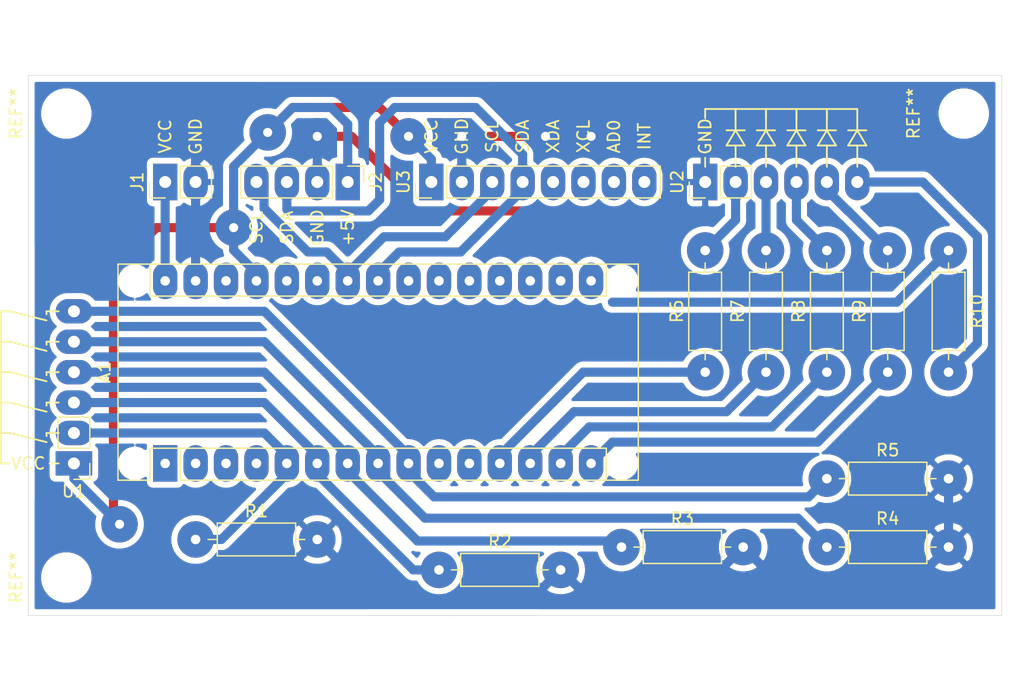
<source format=kicad_pcb>
(kicad_pcb (version 20171130) (host pcbnew 5.1.6-c6e7f7d~86~ubuntu18.04.1)

  (general
    (thickness 1.6)
    (drawings 6)
    (tracks 162)
    (zones 0)
    (modules 19)
    (nets 40)
  )

  (page A4)
  (layers
    (0 F.Cu signal)
    (31 B.Cu signal)
    (32 B.Adhes user)
    (33 F.Adhes user)
    (34 B.Paste user)
    (35 F.Paste user)
    (36 B.SilkS user)
    (37 F.SilkS user)
    (38 B.Mask user)
    (39 F.Mask user)
    (40 Dwgs.User user)
    (41 Cmts.User user)
    (42 Eco1.User user)
    (43 Eco2.User user)
    (44 Edge.Cuts user)
    (45 Margin user)
    (46 B.CrtYd user)
    (47 F.CrtYd user)
    (48 B.Fab user)
    (49 F.Fab user)
  )

  (setup
    (last_trace_width 0.762)
    (trace_clearance 0.508)
    (zone_clearance 0.508)
    (zone_45_only no)
    (trace_min 0.2)
    (via_size 3.048)
    (via_drill 0.762)
    (via_min_size 0.4)
    (via_min_drill 0.3)
    (uvia_size 0.3)
    (uvia_drill 0.1)
    (uvias_allowed no)
    (uvia_min_size 0.2)
    (uvia_min_drill 0.1)
    (edge_width 0.05)
    (segment_width 0.2)
    (pcb_text_width 0.3)
    (pcb_text_size 1.5 1.5)
    (mod_edge_width 0.12)
    (mod_text_size 1 1)
    (mod_text_width 0.15)
    (pad_size 1.524 1.524)
    (pad_drill 0.762)
    (pad_to_mask_clearance 0.05)
    (aux_axis_origin 0 0)
    (visible_elements FFFFFF7F)
    (pcbplotparams
      (layerselection 0x010fc_ffffffff)
      (usegerberextensions false)
      (usegerberattributes true)
      (usegerberadvancedattributes true)
      (creategerberjobfile true)
      (excludeedgelayer true)
      (linewidth 0.100000)
      (plotframeref false)
      (viasonmask false)
      (mode 1)
      (useauxorigin false)
      (hpglpennumber 1)
      (hpglpenspeed 20)
      (hpglpendiameter 15.000000)
      (psnegative false)
      (psa4output false)
      (plotreference true)
      (plotvalue true)
      (plotinvisibletext false)
      (padsonsilk false)
      (subtractmaskfromsilk false)
      (outputformat 1)
      (mirror false)
      (drillshape 1)
      (scaleselection 1)
      (outputdirectory ""))
  )

  (net 0 "")
  (net 1 "Net-(A1-Pad16)")
  (net 2 "Net-(A1-Pad15)")
  (net 3 +9V)
  (net 4 "Net-(A1-Pad14)")
  (net 5 GND)
  (net 6 "Net-(A1-Pad13)")
  (net 7 "Net-(A1-Pad28)")
  (net 8 "Net-(A1-Pad12)")
  (net 9 +5V)
  (net 10 "Net-(A1-Pad11)")
  (net 11 "Net-(A1-Pad26)")
  (net 12 "Net-(A1-Pad10)")
  (net 13 "Net-(A1-Pad25)")
  (net 14 "Net-(A1-Pad9)")
  (net 15 "Net-(A1-Pad24)")
  (net 16 "Net-(A1-Pad8)")
  (net 17 "Net-(A1-Pad23)")
  (net 18 "Net-(A1-Pad7)")
  (net 19 "Net-(A1-Pad22)")
  (net 20 "Net-(A1-Pad6)")
  (net 21 "Net-(A1-Pad21)")
  (net 22 "Net-(A1-Pad5)")
  (net 23 "Net-(A1-Pad20)")
  (net 24 "Net-(A1-Pad4)")
  (net 25 "Net-(A1-Pad19)")
  (net 26 "Net-(A1-Pad3)")
  (net 27 "Net-(A1-Pad18)")
  (net 28 "Net-(A1-Pad2)")
  (net 29 "Net-(A1-Pad17)")
  (net 30 "Net-(A1-Pad1)")
  (net 31 "Net-(R6-Pad2)")
  (net 32 "Net-(R7-Pad2)")
  (net 33 "Net-(R8-Pad2)")
  (net 34 "Net-(R9-Pad2)")
  (net 35 "Net-(R10-Pad2)")
  (net 36 "Net-(U3-Pad8)")
  (net 37 "Net-(U3-Pad7)")
  (net 38 "Net-(U3-Pad6)")
  (net 39 "Net-(U3-Pad5)")

  (net_class Default "This is the default net class."
    (clearance 0.508)
    (trace_width 0.762)
    (via_dia 3.048)
    (via_drill 0.762)
    (uvia_dia 0.3)
    (uvia_drill 0.1)
    (add_net +5V)
    (add_net +9V)
    (add_net GND)
    (add_net "Net-(A1-Pad1)")
    (add_net "Net-(A1-Pad10)")
    (add_net "Net-(A1-Pad11)")
    (add_net "Net-(A1-Pad12)")
    (add_net "Net-(A1-Pad13)")
    (add_net "Net-(A1-Pad14)")
    (add_net "Net-(A1-Pad15)")
    (add_net "Net-(A1-Pad16)")
    (add_net "Net-(A1-Pad17)")
    (add_net "Net-(A1-Pad18)")
    (add_net "Net-(A1-Pad19)")
    (add_net "Net-(A1-Pad2)")
    (add_net "Net-(A1-Pad20)")
    (add_net "Net-(A1-Pad21)")
    (add_net "Net-(A1-Pad22)")
    (add_net "Net-(A1-Pad23)")
    (add_net "Net-(A1-Pad24)")
    (add_net "Net-(A1-Pad25)")
    (add_net "Net-(A1-Pad26)")
    (add_net "Net-(A1-Pad28)")
    (add_net "Net-(A1-Pad3)")
    (add_net "Net-(A1-Pad4)")
    (add_net "Net-(A1-Pad5)")
    (add_net "Net-(A1-Pad6)")
    (add_net "Net-(A1-Pad7)")
    (add_net "Net-(A1-Pad8)")
    (add_net "Net-(A1-Pad9)")
    (add_net "Net-(R10-Pad2)")
    (add_net "Net-(R6-Pad2)")
    (add_net "Net-(R7-Pad2)")
    (add_net "Net-(R8-Pad2)")
    (add_net "Net-(R9-Pad2)")
    (add_net "Net-(U3-Pad5)")
    (add_net "Net-(U3-Pad6)")
    (add_net "Net-(U3-Pad7)")
    (add_net "Net-(U3-Pad8)")
  )

  (module MountingHole:MountingHole_3.2mm_M3 (layer F.Cu) (tedit 56D1B4CB) (tstamp 5EEF270B)
    (at 117.475 -1.905 90)
    (descr "Mounting Hole 3.2mm, no annular, M3")
    (tags "mounting hole 3.2mm no annular m3")
    (attr virtual)
    (fp_text reference REF** (at 0 -4.2 90) (layer F.SilkS)
      (effects (font (size 1 1) (thickness 0.15)))
    )
    (fp_text value MountingHole_3.2mm_M3 (at 0 4.2 90) (layer F.Fab)
      (effects (font (size 1 1) (thickness 0.15)))
    )
    (fp_circle (center 0 0) (end 3.45 0) (layer F.CrtYd) (width 0.05))
    (fp_circle (center 0 0) (end 3.2 0) (layer Cmts.User) (width 0.15))
    (fp_text user %R (at 0.3 0 90) (layer F.Fab)
      (effects (font (size 1 1) (thickness 0.15)))
    )
    (pad 1 np_thru_hole circle (at 0 0 90) (size 3.2 3.2) (drill 3.2) (layers *.Cu *.Mask))
  )

  (module MountingHole:MountingHole_3.2mm_M3 (layer F.Cu) (tedit 56D1B4CB) (tstamp 5EEF26F5)
    (at 192.405 -1.905 90)
    (descr "Mounting Hole 3.2mm, no annular, M3")
    (tags "mounting hole 3.2mm no annular m3")
    (attr virtual)
    (fp_text reference REF** (at 0 -4.2 90) (layer F.SilkS)
      (effects (font (size 1 1) (thickness 0.15)))
    )
    (fp_text value MountingHole_3.2mm_M3 (at 0 4.2 90) (layer F.Fab)
      (effects (font (size 1 1) (thickness 0.15)))
    )
    (fp_circle (center 0 0) (end 3.45 0) (layer F.CrtYd) (width 0.05))
    (fp_circle (center 0 0) (end 3.2 0) (layer Cmts.User) (width 0.15))
    (fp_text user %R (at 0.3 0 90) (layer F.Fab)
      (effects (font (size 1 1) (thickness 0.15)))
    )
    (pad 1 np_thru_hole circle (at 0 0 90) (size 3.2 3.2) (drill 3.2) (layers *.Cu *.Mask))
  )

  (module MountingHole:MountingHole_3.2mm_M3 (layer F.Cu) (tedit 56D1B4CB) (tstamp 5EEF26C9)
    (at 117.475 36.83 90)
    (descr "Mounting Hole 3.2mm, no annular, M3")
    (tags "mounting hole 3.2mm no annular m3")
    (attr virtual)
    (fp_text reference REF** (at 0 -4.2 90) (layer F.SilkS)
      (effects (font (size 1 1) (thickness 0.15)))
    )
    (fp_text value MountingHole_3.2mm_M3 (at 0 4.2 90) (layer F.Fab)
      (effects (font (size 1 1) (thickness 0.15)))
    )
    (fp_circle (center 0 0) (end 3.45 0) (layer F.CrtYd) (width 0.05))
    (fp_circle (center 0 0) (end 3.2 0) (layer Cmts.User) (width 0.15))
    (fp_text user %R (at 0.3 0 90) (layer F.Fab)
      (effects (font (size 1 1) (thickness 0.15)))
    )
    (pad 1 np_thru_hole circle (at 0 0 90) (size 3.2 3.2) (drill 3.2) (layers *.Cu *.Mask))
  )

  (module My_Misc:R_Axial_DIN0207_L6.3mm_D2.5mm_P10.16mm_Horizontal_larger_pads (layer F.Cu) (tedit 5E4D8416) (tstamp 5EEEECD6)
    (at 148.59 36.195)
    (descr "Resistor, Axial_DIN0207 series, Axial, Horizontal, pin pitch=10.16mm, 0.25W = 1/4W, length*diameter=6.3*2.5mm^2, http://cdn-reichelt.de/documents/datenblatt/B400/1_4W%23YAG.pdf")
    (tags "Resistor Axial_DIN0207 series Axial Horizontal pin pitch 10.16mm 0.25W = 1/4W length 6.3mm diameter 2.5mm")
    (path /5EF11A1E)
    (fp_text reference R2 (at 5.08 -2.37) (layer F.SilkS)
      (effects (font (size 1 1) (thickness 0.15)))
    )
    (fp_text value 10k (at 5.08 2.37) (layer F.Fab) hide
      (effects (font (size 1 1) (thickness 0.15)))
    )
    (fp_line (start 1.93 -1.25) (end 1.93 1.25) (layer F.Fab) (width 0.1))
    (fp_line (start 1.93 1.25) (end 8.23 1.25) (layer F.Fab) (width 0.1))
    (fp_line (start 8.23 1.25) (end 8.23 -1.25) (layer F.Fab) (width 0.1))
    (fp_line (start 8.23 -1.25) (end 1.93 -1.25) (layer F.Fab) (width 0.1))
    (fp_line (start 0 0) (end 1.93 0) (layer F.Fab) (width 0.1))
    (fp_line (start 10.16 0) (end 8.23 0) (layer F.Fab) (width 0.1))
    (fp_line (start 1.81 -1.37) (end 1.81 1.37) (layer F.SilkS) (width 0.12))
    (fp_line (start 1.81 1.37) (end 8.35 1.37) (layer F.SilkS) (width 0.12))
    (fp_line (start 8.35 1.37) (end 8.35 -1.37) (layer F.SilkS) (width 0.12))
    (fp_line (start 8.35 -1.37) (end 1.81 -1.37) (layer F.SilkS) (width 0.12))
    (fp_line (start 1.04 0) (end 1.81 0) (layer F.SilkS) (width 0.12))
    (fp_line (start 9.12 0) (end 8.35 0) (layer F.SilkS) (width 0.12))
    (fp_line (start -1.05 -1.5) (end -1.05 1.5) (layer F.CrtYd) (width 0.05))
    (fp_line (start -1.05 1.5) (end 11.21 1.5) (layer F.CrtYd) (width 0.05))
    (fp_line (start 11.21 1.5) (end 11.21 -1.5) (layer F.CrtYd) (width 0.05))
    (fp_line (start 11.21 -1.5) (end -1.05 -1.5) (layer F.CrtYd) (width 0.05))
    (fp_text user %R (at 5.08 0) (layer F.Fab)
      (effects (font (size 1 1) (thickness 0.15)))
    )
    (pad 1 thru_hole circle (at 0 0) (size 3.048 3.048) (drill 0.8) (layers *.Cu *.Mask)
      (net 20 "Net-(A1-Pad6)"))
    (pad 2 thru_hole circle (at 10.16 0) (size 3.048 3.048) (drill 0.8) (layers *.Cu *.Mask)
      (net 5 GND))
    (model ${KISYS3DMOD}/Resistor_THT.3dshapes/R_Axial_DIN0207_L6.3mm_D2.5mm_P10.16mm_Horizontal.wrl
      (at (xyz 0 0 0))
      (scale (xyz 1 1 1))
      (rotate (xyz 0 0 0))
    )
  )

  (module My_Misc:R_Axial_DIN0207_L6.3mm_D2.5mm_P10.16mm_Horizontal_larger_pads (layer F.Cu) (tedit 5E4D8416) (tstamp 5EEEECED)
    (at 163.83 34.29)
    (descr "Resistor, Axial_DIN0207 series, Axial, Horizontal, pin pitch=10.16mm, 0.25W = 1/4W, length*diameter=6.3*2.5mm^2, http://cdn-reichelt.de/documents/datenblatt/B400/1_4W%23YAG.pdf")
    (tags "Resistor Axial_DIN0207 series Axial Horizontal pin pitch 10.16mm 0.25W = 1/4W length 6.3mm diameter 2.5mm")
    (path /5EF1236C)
    (fp_text reference R3 (at 5.08 -2.37) (layer F.SilkS)
      (effects (font (size 1 1) (thickness 0.15)))
    )
    (fp_text value 10k (at 5.08 2.37) (layer F.Fab) hide
      (effects (font (size 1 1) (thickness 0.15)))
    )
    (fp_line (start 1.93 -1.25) (end 1.93 1.25) (layer F.Fab) (width 0.1))
    (fp_line (start 1.93 1.25) (end 8.23 1.25) (layer F.Fab) (width 0.1))
    (fp_line (start 8.23 1.25) (end 8.23 -1.25) (layer F.Fab) (width 0.1))
    (fp_line (start 8.23 -1.25) (end 1.93 -1.25) (layer F.Fab) (width 0.1))
    (fp_line (start 0 0) (end 1.93 0) (layer F.Fab) (width 0.1))
    (fp_line (start 10.16 0) (end 8.23 0) (layer F.Fab) (width 0.1))
    (fp_line (start 1.81 -1.37) (end 1.81 1.37) (layer F.SilkS) (width 0.12))
    (fp_line (start 1.81 1.37) (end 8.35 1.37) (layer F.SilkS) (width 0.12))
    (fp_line (start 8.35 1.37) (end 8.35 -1.37) (layer F.SilkS) (width 0.12))
    (fp_line (start 8.35 -1.37) (end 1.81 -1.37) (layer F.SilkS) (width 0.12))
    (fp_line (start 1.04 0) (end 1.81 0) (layer F.SilkS) (width 0.12))
    (fp_line (start 9.12 0) (end 8.35 0) (layer F.SilkS) (width 0.12))
    (fp_line (start -1.05 -1.5) (end -1.05 1.5) (layer F.CrtYd) (width 0.05))
    (fp_line (start -1.05 1.5) (end 11.21 1.5) (layer F.CrtYd) (width 0.05))
    (fp_line (start 11.21 1.5) (end 11.21 -1.5) (layer F.CrtYd) (width 0.05))
    (fp_line (start 11.21 -1.5) (end -1.05 -1.5) (layer F.CrtYd) (width 0.05))
    (fp_text user %R (at 5.08 0) (layer F.Fab)
      (effects (font (size 1 1) (thickness 0.15)))
    )
    (pad 1 thru_hole circle (at 0 0) (size 3.048 3.048) (drill 0.8) (layers *.Cu *.Mask)
      (net 18 "Net-(A1-Pad7)"))
    (pad 2 thru_hole circle (at 10.16 0) (size 3.048 3.048) (drill 0.8) (layers *.Cu *.Mask)
      (net 5 GND))
    (model ${KISYS3DMOD}/Resistor_THT.3dshapes/R_Axial_DIN0207_L6.3mm_D2.5mm_P10.16mm_Horizontal.wrl
      (at (xyz 0 0 0))
      (scale (xyz 1 1 1))
      (rotate (xyz 0 0 0))
    )
  )

  (module My_Headers:8-pin_GY-521,_MPU-6050_header_larger_pads (layer F.Cu) (tedit 5E6C28A6) (tstamp 5EEEEE35)
    (at 147.955 3.81 90)
    (descr "Through hole straight pin header, 1x08, 2.54mm pitch, single row")
    (tags "Through hole pin header THT 1x08 2.54mm single row")
    (path /5E6C47C3)
    (fp_text reference U3 (at 0 -2.33 90) (layer F.SilkS)
      (effects (font (size 1 1) (thickness 0.15)))
    )
    (fp_text value MPU-6050 (at 0 20.11 90) (layer F.Fab) hide
      (effects (font (size 1 1) (thickness 0.15)))
    )
    (fp_line (start 1.8 -1.8) (end -1.8 -1.8) (layer F.CrtYd) (width 0.05))
    (fp_line (start 1.8 19.55) (end 1.8 -1.8) (layer F.CrtYd) (width 0.05))
    (fp_line (start -1.8 19.55) (end 1.8 19.55) (layer F.CrtYd) (width 0.05))
    (fp_line (start -1.8 -1.8) (end -1.8 19.55) (layer F.CrtYd) (width 0.05))
    (fp_line (start -1.33 -1.33) (end 0 -1.33) (layer F.SilkS) (width 0.12))
    (fp_line (start -1.33 0) (end -1.33 -1.33) (layer F.SilkS) (width 0.12))
    (fp_line (start -1.33 1.27) (end 1.33 1.27) (layer F.SilkS) (width 0.12))
    (fp_line (start 1.33 1.27) (end 1.33 19.11) (layer F.SilkS) (width 0.12))
    (fp_line (start -1.33 1.27) (end -1.33 19.11) (layer F.SilkS) (width 0.12))
    (fp_line (start -1.33 19.11) (end 1.33 19.11) (layer F.SilkS) (width 0.12))
    (fp_line (start -1.27 -0.635) (end -0.635 -1.27) (layer F.Fab) (width 0.1))
    (fp_line (start -1.27 19.05) (end -1.27 -0.635) (layer F.Fab) (width 0.1))
    (fp_line (start 1.27 19.05) (end -1.27 19.05) (layer F.Fab) (width 0.1))
    (fp_line (start 1.27 -1.27) (end 1.27 19.05) (layer F.Fab) (width 0.1))
    (fp_line (start -0.635 -1.27) (end 1.27 -1.27) (layer F.Fab) (width 0.1))
    (fp_text user INT (at 3.81 17.78 90) (layer F.SilkS)
      (effects (font (size 1 1) (thickness 0.15)))
    )
    (fp_text user AD0 (at 3.81 15.24 90) (layer F.SilkS)
      (effects (font (size 1 1) (thickness 0.15)))
    )
    (fp_text user XCL (at 3.81 12.7 90) (layer F.SilkS)
      (effects (font (size 1 1) (thickness 0.15)))
    )
    (fp_text user XDA (at 3.81 10.16 90) (layer F.SilkS)
      (effects (font (size 1 1) (thickness 0.15)))
    )
    (fp_text user SDA (at 3.81 7.62 90) (layer F.SilkS)
      (effects (font (size 1 1) (thickness 0.15)))
    )
    (fp_text user SCL (at 3.81 5.08 90) (layer F.SilkS)
      (effects (font (size 1 1) (thickness 0.15)))
    )
    (fp_text user GND (at 3.81 2.54 90) (layer F.SilkS)
      (effects (font (size 1 1) (thickness 0.15)))
    )
    (fp_text user VCC (at 3.81 0 90) (layer F.SilkS)
      (effects (font (size 1 1) (thickness 0.15)))
    )
    (fp_text user %R (at 0 8.89) (layer F.Fab)
      (effects (font (size 1 1) (thickness 0.15)))
    )
    (pad 8 thru_hole oval (at 0 17.78 90) (size 3.048 2.032) (drill 1) (layers *.Cu *.Mask)
      (net 36 "Net-(U3-Pad8)"))
    (pad 7 thru_hole oval (at 0 15.24 90) (size 3.048 2.032) (drill 1) (layers *.Cu *.Mask)
      (net 37 "Net-(U3-Pad7)"))
    (pad 6 thru_hole oval (at 0 12.7 90) (size 3.048 2.032) (drill 1) (layers *.Cu *.Mask)
      (net 38 "Net-(U3-Pad6)"))
    (pad 5 thru_hole oval (at 0 10.16 90) (size 3.048 2.032) (drill 1) (layers *.Cu *.Mask)
      (net 39 "Net-(U3-Pad5)"))
    (pad 4 thru_hole oval (at 0 7.62 90) (size 3.048 2.032) (drill 1) (layers *.Cu *.Mask)
      (net 17 "Net-(A1-Pad23)"))
    (pad 3 thru_hole oval (at 0 5.08 90) (size 3.048 2.032) (drill 1) (layers *.Cu *.Mask)
      (net 15 "Net-(A1-Pad24)"))
    (pad 2 thru_hole oval (at 0 2.54 90) (size 3.048 2.032) (drill 1) (layers *.Cu *.Mask)
      (net 5 GND))
    (pad 1 thru_hole rect (at 0 0 90) (size 3.048 2.032) (drill 1) (layers *.Cu *.Mask)
      (net 9 +5V))
    (model ${KISYS3DMOD}/Connector_PinHeader_2.54mm.3dshapes/PinHeader_1x08_P2.54mm_Vertical.wrl
      (at (xyz 0 0 0))
      (scale (xyz 1 1 1))
      (rotate (xyz 0 0 0))
    )
  )

  (module My_Headers:6-pin_5_LED_header_large (layer F.Cu) (tedit 5EEE7AE5) (tstamp 5EEEEE11)
    (at 170.815 3.81 90)
    (descr "Through hole straight pin header, 1x02, 2.54mm pitch, single row")
    (tags "Through hole pin header THT 1x02 2.54mm single row")
    (path /5EF2BC55)
    (fp_text reference U2 (at 0 -2.33 90) (layer F.SilkS)
      (effects (font (size 1 1) (thickness 0.15)))
    )
    (fp_text value 6-pin_5_LED_header (at 2.286 16.002 90) (layer F.Fab) hide
      (effects (font (size 1 1) (thickness 0.15)))
    )
    (fp_line (start 3.048 2.54) (end 3.048 1.778) (layer F.SilkS) (width 0.15))
    (fp_line (start 4.318 2.54) (end 3.048 3.302) (layer F.SilkS) (width 0.15))
    (fp_line (start 3.048 3.302) (end 3.048 2.54) (layer F.SilkS) (width 0.15))
    (fp_line (start 4.318 2.54) (end 5.334 2.54) (layer F.SilkS) (width 0.15))
    (fp_line (start 4.318 1.778) (end 4.318 3.302) (layer F.SilkS) (width 0.15))
    (fp_line (start 6.096 2.54) (end 5.334 2.54) (layer F.SilkS) (width 0.15))
    (fp_line (start 3.048 1.778) (end 4.318 2.54) (layer F.SilkS) (width 0.15))
    (fp_line (start 3.048 2.54) (end 2.286 2.54) (layer F.SilkS) (width 0.15))
    (fp_line (start 3.048 5.08) (end 3.048 4.318) (layer F.SilkS) (width 0.15))
    (fp_line (start 4.318 5.08) (end 3.048 5.842) (layer F.SilkS) (width 0.15))
    (fp_line (start 3.048 5.842) (end 3.048 5.08) (layer F.SilkS) (width 0.15))
    (fp_line (start 4.318 5.08) (end 5.334 5.08) (layer F.SilkS) (width 0.15))
    (fp_line (start 4.318 4.318) (end 4.318 5.842) (layer F.SilkS) (width 0.15))
    (fp_line (start 6.096 5.08) (end 5.334 5.08) (layer F.SilkS) (width 0.15))
    (fp_line (start 3.048 4.318) (end 4.318 5.08) (layer F.SilkS) (width 0.15))
    (fp_line (start 3.048 5.08) (end 2.286 5.08) (layer F.SilkS) (width 0.15))
    (fp_line (start 3.048 7.62) (end 3.048 6.858) (layer F.SilkS) (width 0.15))
    (fp_line (start 4.318 7.62) (end 3.048 8.382) (layer F.SilkS) (width 0.15))
    (fp_line (start 3.048 8.382) (end 3.048 7.62) (layer F.SilkS) (width 0.15))
    (fp_line (start 4.318 7.62) (end 5.334 7.62) (layer F.SilkS) (width 0.15))
    (fp_line (start 4.318 6.858) (end 4.318 8.382) (layer F.SilkS) (width 0.15))
    (fp_line (start 6.096 7.62) (end 5.334 7.62) (layer F.SilkS) (width 0.15))
    (fp_line (start 3.048 6.858) (end 4.318 7.62) (layer F.SilkS) (width 0.15))
    (fp_line (start 3.048 7.62) (end 2.286 7.62) (layer F.SilkS) (width 0.15))
    (fp_line (start 3.048 10.16) (end 3.048 9.398) (layer F.SilkS) (width 0.15))
    (fp_line (start 4.318 10.16) (end 3.048 10.922) (layer F.SilkS) (width 0.15))
    (fp_line (start 3.048 10.922) (end 3.048 10.16) (layer F.SilkS) (width 0.15))
    (fp_line (start 4.318 10.16) (end 5.334 10.16) (layer F.SilkS) (width 0.15))
    (fp_line (start 4.318 9.398) (end 4.318 10.922) (layer F.SilkS) (width 0.15))
    (fp_line (start 6.096 10.16) (end 5.334 10.16) (layer F.SilkS) (width 0.15))
    (fp_line (start 3.048 9.398) (end 4.318 10.16) (layer F.SilkS) (width 0.15))
    (fp_line (start 3.048 10.16) (end 2.286 10.16) (layer F.SilkS) (width 0.15))
    (fp_line (start 4.318 11.938) (end 4.318 13.462) (layer F.SilkS) (width 0.15))
    (fp_line (start 4.318 12.7) (end 5.334 12.7) (layer F.SilkS) (width 0.15))
    (fp_line (start 3.048 12.7) (end 2.286 12.7) (layer F.SilkS) (width 0.15))
    (fp_line (start 3.048 13.462) (end 3.048 12.7) (layer F.SilkS) (width 0.15))
    (fp_line (start 4.318 12.7) (end 3.048 13.462) (layer F.SilkS) (width 0.15))
    (fp_line (start 3.048 11.938) (end 4.318 12.7) (layer F.SilkS) (width 0.15))
    (fp_line (start 3.048 12.7) (end 3.048 11.938) (layer F.SilkS) (width 0.15))
    (fp_line (start 6.096 10.16) (end 5.334 10.16) (layer F.SilkS) (width 0.15))
    (fp_line (start 6.096 7.62) (end 5.334 7.62) (layer F.SilkS) (width 0.15))
    (fp_line (start 6.096 5.08) (end 5.334 5.08) (layer F.SilkS) (width 0.15))
    (fp_line (start 6.096 2.54) (end 5.334 2.54) (layer F.SilkS) (width 0.15))
    (fp_line (start 1.27 2.54) (end 2.286 2.54) (layer F.SilkS) (width 0.15))
    (fp_line (start 1.27 5.08) (end 2.286 5.08) (layer F.SilkS) (width 0.15))
    (fp_line (start 1.27 7.62) (end 2.286 7.62) (layer F.SilkS) (width 0.15))
    (fp_line (start 1.27 10.16) (end 2.286 10.16) (layer F.SilkS) (width 0.15))
    (fp_line (start 2.286 12.7) (end 1.27 12.7) (layer F.SilkS) (width 0.15))
    (fp_line (start 6.096 12.7) (end 5.334 12.7) (layer F.SilkS) (width 0.15))
    (fp_line (start 6.096 0) (end 6.096 12.7) (layer F.SilkS) (width 0.15))
    (fp_line (start 5.334 0) (end 6.096 0) (layer F.SilkS) (width 0.15))
    (fp_line (start 1.27 0) (end 2.032 0) (layer F.SilkS) (width 0.15))
    (fp_line (start 1.8 14.51) (end 1.8 4.35) (layer F.CrtYd) (width 0.12))
    (fp_line (start -1.8 4.35) (end -1.8 14.51) (layer F.CrtYd) (width 0.12))
    (fp_line (start -1.8 14.51) (end 1.8 14.51) (layer F.CrtYd) (width 0.05))
    (fp_line (start -0.635 -1.27) (end 1.27 -1.27) (layer F.Fab) (width 0.1))
    (fp_line (start 1.27 -1.27) (end 1.27 3.81) (layer F.Fab) (width 0.1))
    (fp_line (start 1.27 3.81) (end -1.27 3.81) (layer F.Fab) (width 0.1))
    (fp_line (start -1.27 3.81) (end -1.27 -0.635) (layer F.Fab) (width 0.1))
    (fp_line (start -1.27 -0.635) (end -0.635 -1.27) (layer F.Fab) (width 0.1))
    (fp_line (start -1.33 3.87) (end 1.33 3.87) (layer F.SilkS) (width 0.12))
    (fp_line (start -1.33 1.27) (end -1.33 3.87) (layer F.SilkS) (width 0.12))
    (fp_line (start 1.33 1.27) (end 1.33 3.87) (layer F.SilkS) (width 0.12))
    (fp_line (start -1.33 1.27) (end 1.33 1.27) (layer F.SilkS) (width 0.12))
    (fp_line (start -1.33 0) (end -1.33 -1.33) (layer F.SilkS) (width 0.12))
    (fp_line (start -1.33 -1.33) (end 0 -1.33) (layer F.SilkS) (width 0.12))
    (fp_line (start -1.8 -1.8) (end -1.8 4.35) (layer F.CrtYd) (width 0.05))
    (fp_line (start 1.8 4.35) (end 1.8 -1.8) (layer F.CrtYd) (width 0.05))
    (fp_line (start 1.8 -1.8) (end -1.8 -1.8) (layer F.CrtYd) (width 0.05))
    (fp_text user GND (at 3.81 0 90) (layer F.SilkS)
      (effects (font (size 1 1) (thickness 0.15)))
    )
    (pad 6 thru_hole oval (at 0 12.7 90) (size 3.048 2.032) (drill 1) (layers *.Cu *.Mask)
      (net 35 "Net-(R10-Pad2)"))
    (pad 5 thru_hole oval (at 0 10.16 90) (size 3.048 2.032) (drill 1) (layers *.Cu *.Mask)
      (net 34 "Net-(R9-Pad2)"))
    (pad 4 thru_hole oval (at 0 7.62 90) (size 3.048 2.032) (drill 1) (layers *.Cu *.Mask)
      (net 33 "Net-(R8-Pad2)"))
    (pad 3 thru_hole oval (at 0 5.08 90) (size 3.048 2.032) (drill 1) (layers *.Cu *.Mask)
      (net 32 "Net-(R7-Pad2)"))
    (pad 2 thru_hole oval (at 0 2.54 90) (size 3.048 2.032) (drill 1) (layers *.Cu *.Mask)
      (net 31 "Net-(R6-Pad2)"))
    (pad 1 thru_hole rect (at 0 0 90) (size 3.048 2.032) (drill 1) (layers *.Cu *.Mask)
      (net 5 GND))
    (model ${KISYS3DMOD}/Connector_PinHeader_2.54mm.3dshapes/PinHeader_1x02_P2.54mm_Vertical.wrl
      (at (xyz 0 0 0))
      (scale (xyz 1 1 1))
      (rotate (xyz 0 0 0))
    )
  )

  (module My_Headers:6-pin_5_switch_header_large (layer F.Cu) (tedit 5EEE7A6D) (tstamp 5EEEEDC1)
    (at 118.11 27.305 180)
    (descr "Through hole straight pin header, 1x02, 2.54mm pitch, single row")
    (tags "Through hole pin header THT 1x02 2.54mm single row")
    (path /5EEFE39C)
    (fp_text reference U1 (at 0 -2.33) (layer F.SilkS)
      (effects (font (size 1 1) (thickness 0.15)))
    )
    (fp_text value 6-pin_5_button_header (at 2.794 15.748) (layer F.Fab) hide
      (effects (font (size 1 1) (thickness 0.15)))
    )
    (fp_line (start 5.334 10.16) (end 2.286 9.398) (layer F.SilkS) (width 0.15))
    (fp_line (start 6.096 10.16) (end 5.334 10.16) (layer F.SilkS) (width 0.15))
    (fp_line (start 5.334 7.62) (end 2.286 6.858) (layer F.SilkS) (width 0.15))
    (fp_line (start 6.096 7.62) (end 5.334 7.62) (layer F.SilkS) (width 0.15))
    (fp_line (start 5.334 5.08) (end 2.286 4.318) (layer F.SilkS) (width 0.15))
    (fp_line (start 6.096 5.08) (end 5.334 5.08) (layer F.SilkS) (width 0.15))
    (fp_line (start 5.334 2.54) (end 2.286 1.778) (layer F.SilkS) (width 0.15))
    (fp_line (start 6.096 2.54) (end 5.334 2.54) (layer F.SilkS) (width 0.15))
    (fp_line (start 2.286 2.54) (end 2.286 2.286) (layer F.SilkS) (width 0.15))
    (fp_line (start 1.27 2.54) (end 2.286 2.54) (layer F.SilkS) (width 0.15))
    (fp_line (start 2.286 5.08) (end 2.286 4.826) (layer F.SilkS) (width 0.15))
    (fp_line (start 1.27 5.08) (end 2.286 5.08) (layer F.SilkS) (width 0.15))
    (fp_line (start 2.286 7.62) (end 2.286 7.366) (layer F.SilkS) (width 0.15))
    (fp_line (start 1.27 7.62) (end 2.286 7.62) (layer F.SilkS) (width 0.15))
    (fp_line (start 2.286 10.16) (end 2.286 9.906) (layer F.SilkS) (width 0.15))
    (fp_line (start 1.27 10.16) (end 2.286 10.16) (layer F.SilkS) (width 0.15))
    (fp_line (start 2.286 12.7) (end 1.27 12.7) (layer F.SilkS) (width 0.15))
    (fp_line (start 2.286 12.446) (end 2.286 12.7) (layer F.SilkS) (width 0.15))
    (fp_line (start 5.334 12.7) (end 2.286 11.938) (layer F.SilkS) (width 0.15))
    (fp_line (start 6.096 12.7) (end 5.334 12.7) (layer F.SilkS) (width 0.15))
    (fp_line (start 6.096 0) (end 6.096 12.7) (layer F.SilkS) (width 0.15))
    (fp_line (start 5.334 0) (end 6.096 0) (layer F.SilkS) (width 0.15))
    (fp_line (start 1.27 0) (end 2.032 0) (layer F.SilkS) (width 0.15))
    (fp_line (start 1.8 14.51) (end 1.8 4.35) (layer F.CrtYd) (width 0.12))
    (fp_line (start -1.8 4.35) (end -1.8 14.51) (layer F.CrtYd) (width 0.12))
    (fp_line (start -1.8 14.51) (end 1.8 14.51) (layer F.CrtYd) (width 0.05))
    (fp_line (start -0.635 -1.27) (end 1.27 -1.27) (layer F.Fab) (width 0.1))
    (fp_line (start 1.27 -1.27) (end 1.27 3.81) (layer F.Fab) (width 0.1))
    (fp_line (start 1.27 3.81) (end -1.27 3.81) (layer F.Fab) (width 0.1))
    (fp_line (start -1.27 3.81) (end -1.27 -0.635) (layer F.Fab) (width 0.1))
    (fp_line (start -1.27 -0.635) (end -0.635 -1.27) (layer F.Fab) (width 0.1))
    (fp_line (start -1.33 3.87) (end 1.33 3.87) (layer F.SilkS) (width 0.12))
    (fp_line (start -1.33 1.27) (end -1.33 3.87) (layer F.SilkS) (width 0.12))
    (fp_line (start 1.33 1.27) (end 1.33 3.87) (layer F.SilkS) (width 0.12))
    (fp_line (start -1.33 1.27) (end 1.33 1.27) (layer F.SilkS) (width 0.12))
    (fp_line (start -1.33 0) (end -1.33 -1.33) (layer F.SilkS) (width 0.12))
    (fp_line (start -1.33 -1.33) (end 0 -1.33) (layer F.SilkS) (width 0.12))
    (fp_line (start -1.8 -1.8) (end -1.8 4.35) (layer F.CrtYd) (width 0.05))
    (fp_line (start 1.8 4.35) (end 1.8 -1.8) (layer F.CrtYd) (width 0.05))
    (fp_line (start 1.8 -1.8) (end -1.8 -1.8) (layer F.CrtYd) (width 0.05))
    (fp_text user VCC (at 3.81 0) (layer F.SilkS)
      (effects (font (size 1 1) (thickness 0.15)))
    )
    (pad 1 thru_hole rect (at 0 0 180) (size 3.048 2.032) (drill 1) (layers *.Cu *.Mask)
      (net 9 +5V))
    (pad 2 thru_hole oval (at 0 2.54 180) (size 3.048 2.032) (drill 1) (layers *.Cu *.Mask)
      (net 22 "Net-(A1-Pad5)"))
    (pad 3 thru_hole oval (at 0 5.08 180) (size 3.048 2.032) (drill 1) (layers *.Cu *.Mask)
      (net 20 "Net-(A1-Pad6)"))
    (pad 4 thru_hole oval (at 0 7.62 180) (size 3.048 2.032) (drill 1) (layers *.Cu *.Mask)
      (net 18 "Net-(A1-Pad7)"))
    (pad 5 thru_hole oval (at 0 10.16 180) (size 3.048 2.032) (drill 1) (layers *.Cu *.Mask)
      (net 16 "Net-(A1-Pad8)"))
    (pad 6 thru_hole oval (at 0 12.7 180) (size 3.048 2.032) (drill 1) (layers *.Cu *.Mask)
      (net 14 "Net-(A1-Pad9)"))
    (model ${KISYS3DMOD}/Connector_PinHeader_2.54mm.3dshapes/PinHeader_1x02_P2.54mm_Vertical.wrl
      (at (xyz 0 0 0))
      (scale (xyz 1 1 1))
      (rotate (xyz 0 0 0))
    )
  )

  (module My_Misc:R_Axial_DIN0207_L6.3mm_D2.5mm_P10.16mm_Horizontal_larger_pads (layer F.Cu) (tedit 5E4D8416) (tstamp 5EEEED8E)
    (at 191.135 9.525 270)
    (descr "Resistor, Axial_DIN0207 series, Axial, Horizontal, pin pitch=10.16mm, 0.25W = 1/4W, length*diameter=6.3*2.5mm^2, http://cdn-reichelt.de/documents/datenblatt/B400/1_4W%23YAG.pdf")
    (tags "Resistor Axial_DIN0207 series Axial Horizontal pin pitch 10.16mm 0.25W = 1/4W length 6.3mm diameter 2.5mm")
    (path /5EF364C3)
    (fp_text reference R10 (at 5.08 -2.37 90) (layer F.SilkS)
      (effects (font (size 1 1) (thickness 0.15)))
    )
    (fp_text value 220R (at 5.08 2.37 90) (layer F.Fab) hide
      (effects (font (size 1 1) (thickness 0.15)))
    )
    (fp_line (start 11.21 -1.5) (end -1.05 -1.5) (layer F.CrtYd) (width 0.05))
    (fp_line (start 11.21 1.5) (end 11.21 -1.5) (layer F.CrtYd) (width 0.05))
    (fp_line (start -1.05 1.5) (end 11.21 1.5) (layer F.CrtYd) (width 0.05))
    (fp_line (start -1.05 -1.5) (end -1.05 1.5) (layer F.CrtYd) (width 0.05))
    (fp_line (start 9.12 0) (end 8.35 0) (layer F.SilkS) (width 0.12))
    (fp_line (start 1.04 0) (end 1.81 0) (layer F.SilkS) (width 0.12))
    (fp_line (start 8.35 -1.37) (end 1.81 -1.37) (layer F.SilkS) (width 0.12))
    (fp_line (start 8.35 1.37) (end 8.35 -1.37) (layer F.SilkS) (width 0.12))
    (fp_line (start 1.81 1.37) (end 8.35 1.37) (layer F.SilkS) (width 0.12))
    (fp_line (start 1.81 -1.37) (end 1.81 1.37) (layer F.SilkS) (width 0.12))
    (fp_line (start 10.16 0) (end 8.23 0) (layer F.Fab) (width 0.1))
    (fp_line (start 0 0) (end 1.93 0) (layer F.Fab) (width 0.1))
    (fp_line (start 8.23 -1.25) (end 1.93 -1.25) (layer F.Fab) (width 0.1))
    (fp_line (start 8.23 1.25) (end 8.23 -1.25) (layer F.Fab) (width 0.1))
    (fp_line (start 1.93 1.25) (end 8.23 1.25) (layer F.Fab) (width 0.1))
    (fp_line (start 1.93 -1.25) (end 1.93 1.25) (layer F.Fab) (width 0.1))
    (fp_text user %R (at 5.08 0 90) (layer F.Fab)
      (effects (font (size 1 1) (thickness 0.15)))
    )
    (pad 2 thru_hole circle (at 10.16 0 270) (size 3.048 3.048) (drill 0.8) (layers *.Cu *.Mask)
      (net 35 "Net-(R10-Pad2)"))
    (pad 1 thru_hole circle (at 0 0 270) (size 3.048 3.048) (drill 0.8) (layers *.Cu *.Mask)
      (net 1 "Net-(A1-Pad16)"))
    (model ${KISYS3DMOD}/Resistor_THT.3dshapes/R_Axial_DIN0207_L6.3mm_D2.5mm_P10.16mm_Horizontal.wrl
      (at (xyz 0 0 0))
      (scale (xyz 1 1 1))
      (rotate (xyz 0 0 0))
    )
  )

  (module My_Misc:R_Axial_DIN0207_L6.3mm_D2.5mm_P10.16mm_Horizontal_larger_pads (layer F.Cu) (tedit 5E4D8416) (tstamp 5EEEED77)
    (at 186.055 19.685 90)
    (descr "Resistor, Axial_DIN0207 series, Axial, Horizontal, pin pitch=10.16mm, 0.25W = 1/4W, length*diameter=6.3*2.5mm^2, http://cdn-reichelt.de/documents/datenblatt/B400/1_4W%23YAG.pdf")
    (tags "Resistor Axial_DIN0207 series Axial Horizontal pin pitch 10.16mm 0.25W = 1/4W length 6.3mm diameter 2.5mm")
    (path /5EF3549E)
    (fp_text reference R9 (at 5.08 -2.37 90) (layer F.SilkS)
      (effects (font (size 1 1) (thickness 0.15)))
    )
    (fp_text value 220R (at 5.08 2.37 90) (layer F.Fab) hide
      (effects (font (size 1 1) (thickness 0.15)))
    )
    (fp_line (start 11.21 -1.5) (end -1.05 -1.5) (layer F.CrtYd) (width 0.05))
    (fp_line (start 11.21 1.5) (end 11.21 -1.5) (layer F.CrtYd) (width 0.05))
    (fp_line (start -1.05 1.5) (end 11.21 1.5) (layer F.CrtYd) (width 0.05))
    (fp_line (start -1.05 -1.5) (end -1.05 1.5) (layer F.CrtYd) (width 0.05))
    (fp_line (start 9.12 0) (end 8.35 0) (layer F.SilkS) (width 0.12))
    (fp_line (start 1.04 0) (end 1.81 0) (layer F.SilkS) (width 0.12))
    (fp_line (start 8.35 -1.37) (end 1.81 -1.37) (layer F.SilkS) (width 0.12))
    (fp_line (start 8.35 1.37) (end 8.35 -1.37) (layer F.SilkS) (width 0.12))
    (fp_line (start 1.81 1.37) (end 8.35 1.37) (layer F.SilkS) (width 0.12))
    (fp_line (start 1.81 -1.37) (end 1.81 1.37) (layer F.SilkS) (width 0.12))
    (fp_line (start 10.16 0) (end 8.23 0) (layer F.Fab) (width 0.1))
    (fp_line (start 0 0) (end 1.93 0) (layer F.Fab) (width 0.1))
    (fp_line (start 8.23 -1.25) (end 1.93 -1.25) (layer F.Fab) (width 0.1))
    (fp_line (start 8.23 1.25) (end 8.23 -1.25) (layer F.Fab) (width 0.1))
    (fp_line (start 1.93 1.25) (end 8.23 1.25) (layer F.Fab) (width 0.1))
    (fp_line (start 1.93 -1.25) (end 1.93 1.25) (layer F.Fab) (width 0.1))
    (fp_text user %R (at 5.08 0 90) (layer F.Fab)
      (effects (font (size 1 1) (thickness 0.15)))
    )
    (pad 2 thru_hole circle (at 10.16 0 90) (size 3.048 3.048) (drill 0.8) (layers *.Cu *.Mask)
      (net 34 "Net-(R9-Pad2)"))
    (pad 1 thru_hole circle (at 0 0 90) (size 3.048 3.048) (drill 0.8) (layers *.Cu *.Mask)
      (net 2 "Net-(A1-Pad15)"))
    (model ${KISYS3DMOD}/Resistor_THT.3dshapes/R_Axial_DIN0207_L6.3mm_D2.5mm_P10.16mm_Horizontal.wrl
      (at (xyz 0 0 0))
      (scale (xyz 1 1 1))
      (rotate (xyz 0 0 0))
    )
  )

  (module My_Misc:R_Axial_DIN0207_L6.3mm_D2.5mm_P10.16mm_Horizontal_larger_pads (layer F.Cu) (tedit 5E4D8416) (tstamp 5EEEED60)
    (at 180.975 19.685 90)
    (descr "Resistor, Axial_DIN0207 series, Axial, Horizontal, pin pitch=10.16mm, 0.25W = 1/4W, length*diameter=6.3*2.5mm^2, http://cdn-reichelt.de/documents/datenblatt/B400/1_4W%23YAG.pdf")
    (tags "Resistor Axial_DIN0207 series Axial Horizontal pin pitch 10.16mm 0.25W = 1/4W length 6.3mm diameter 2.5mm")
    (path /5EF3435E)
    (fp_text reference R8 (at 5.08 -2.37 90) (layer F.SilkS)
      (effects (font (size 1 1) (thickness 0.15)))
    )
    (fp_text value 220R (at 5.08 2.37 90) (layer F.Fab) hide
      (effects (font (size 1 1) (thickness 0.15)))
    )
    (fp_line (start 11.21 -1.5) (end -1.05 -1.5) (layer F.CrtYd) (width 0.05))
    (fp_line (start 11.21 1.5) (end 11.21 -1.5) (layer F.CrtYd) (width 0.05))
    (fp_line (start -1.05 1.5) (end 11.21 1.5) (layer F.CrtYd) (width 0.05))
    (fp_line (start -1.05 -1.5) (end -1.05 1.5) (layer F.CrtYd) (width 0.05))
    (fp_line (start 9.12 0) (end 8.35 0) (layer F.SilkS) (width 0.12))
    (fp_line (start 1.04 0) (end 1.81 0) (layer F.SilkS) (width 0.12))
    (fp_line (start 8.35 -1.37) (end 1.81 -1.37) (layer F.SilkS) (width 0.12))
    (fp_line (start 8.35 1.37) (end 8.35 -1.37) (layer F.SilkS) (width 0.12))
    (fp_line (start 1.81 1.37) (end 8.35 1.37) (layer F.SilkS) (width 0.12))
    (fp_line (start 1.81 -1.37) (end 1.81 1.37) (layer F.SilkS) (width 0.12))
    (fp_line (start 10.16 0) (end 8.23 0) (layer F.Fab) (width 0.1))
    (fp_line (start 0 0) (end 1.93 0) (layer F.Fab) (width 0.1))
    (fp_line (start 8.23 -1.25) (end 1.93 -1.25) (layer F.Fab) (width 0.1))
    (fp_line (start 8.23 1.25) (end 8.23 -1.25) (layer F.Fab) (width 0.1))
    (fp_line (start 1.93 1.25) (end 8.23 1.25) (layer F.Fab) (width 0.1))
    (fp_line (start 1.93 -1.25) (end 1.93 1.25) (layer F.Fab) (width 0.1))
    (fp_text user %R (at 5.08 0 90) (layer F.Fab)
      (effects (font (size 1 1) (thickness 0.15)))
    )
    (pad 2 thru_hole circle (at 10.16 0 90) (size 3.048 3.048) (drill 0.8) (layers *.Cu *.Mask)
      (net 33 "Net-(R8-Pad2)"))
    (pad 1 thru_hole circle (at 0 0 90) (size 3.048 3.048) (drill 0.8) (layers *.Cu *.Mask)
      (net 4 "Net-(A1-Pad14)"))
    (model ${KISYS3DMOD}/Resistor_THT.3dshapes/R_Axial_DIN0207_L6.3mm_D2.5mm_P10.16mm_Horizontal.wrl
      (at (xyz 0 0 0))
      (scale (xyz 1 1 1))
      (rotate (xyz 0 0 0))
    )
  )

  (module My_Misc:R_Axial_DIN0207_L6.3mm_D2.5mm_P10.16mm_Horizontal_larger_pads (layer F.Cu) (tedit 5E4D8416) (tstamp 5EEEED49)
    (at 175.895 19.685 90)
    (descr "Resistor, Axial_DIN0207 series, Axial, Horizontal, pin pitch=10.16mm, 0.25W = 1/4W, length*diameter=6.3*2.5mm^2, http://cdn-reichelt.de/documents/datenblatt/B400/1_4W%23YAG.pdf")
    (tags "Resistor Axial_DIN0207 series Axial Horizontal pin pitch 10.16mm 0.25W = 1/4W length 6.3mm diameter 2.5mm")
    (path /5EF332EE)
    (fp_text reference R7 (at 5.08 -2.37 90) (layer F.SilkS)
      (effects (font (size 1 1) (thickness 0.15)))
    )
    (fp_text value 220R (at 5.08 2.37 90) (layer F.Fab) hide
      (effects (font (size 1 1) (thickness 0.15)))
    )
    (fp_line (start 11.21 -1.5) (end -1.05 -1.5) (layer F.CrtYd) (width 0.05))
    (fp_line (start 11.21 1.5) (end 11.21 -1.5) (layer F.CrtYd) (width 0.05))
    (fp_line (start -1.05 1.5) (end 11.21 1.5) (layer F.CrtYd) (width 0.05))
    (fp_line (start -1.05 -1.5) (end -1.05 1.5) (layer F.CrtYd) (width 0.05))
    (fp_line (start 9.12 0) (end 8.35 0) (layer F.SilkS) (width 0.12))
    (fp_line (start 1.04 0) (end 1.81 0) (layer F.SilkS) (width 0.12))
    (fp_line (start 8.35 -1.37) (end 1.81 -1.37) (layer F.SilkS) (width 0.12))
    (fp_line (start 8.35 1.37) (end 8.35 -1.37) (layer F.SilkS) (width 0.12))
    (fp_line (start 1.81 1.37) (end 8.35 1.37) (layer F.SilkS) (width 0.12))
    (fp_line (start 1.81 -1.37) (end 1.81 1.37) (layer F.SilkS) (width 0.12))
    (fp_line (start 10.16 0) (end 8.23 0) (layer F.Fab) (width 0.1))
    (fp_line (start 0 0) (end 1.93 0) (layer F.Fab) (width 0.1))
    (fp_line (start 8.23 -1.25) (end 1.93 -1.25) (layer F.Fab) (width 0.1))
    (fp_line (start 8.23 1.25) (end 8.23 -1.25) (layer F.Fab) (width 0.1))
    (fp_line (start 1.93 1.25) (end 8.23 1.25) (layer F.Fab) (width 0.1))
    (fp_line (start 1.93 -1.25) (end 1.93 1.25) (layer F.Fab) (width 0.1))
    (fp_text user %R (at 5.08 0 90) (layer F.Fab)
      (effects (font (size 1 1) (thickness 0.15)))
    )
    (pad 2 thru_hole circle (at 10.16 0 90) (size 3.048 3.048) (drill 0.8) (layers *.Cu *.Mask)
      (net 32 "Net-(R7-Pad2)"))
    (pad 1 thru_hole circle (at 0 0 90) (size 3.048 3.048) (drill 0.8) (layers *.Cu *.Mask)
      (net 6 "Net-(A1-Pad13)"))
    (model ${KISYS3DMOD}/Resistor_THT.3dshapes/R_Axial_DIN0207_L6.3mm_D2.5mm_P10.16mm_Horizontal.wrl
      (at (xyz 0 0 0))
      (scale (xyz 1 1 1))
      (rotate (xyz 0 0 0))
    )
  )

  (module My_Misc:R_Axial_DIN0207_L6.3mm_D2.5mm_P10.16mm_Horizontal_larger_pads (layer F.Cu) (tedit 5E4D8416) (tstamp 5EEEED32)
    (at 170.815 19.685 90)
    (descr "Resistor, Axial_DIN0207 series, Axial, Horizontal, pin pitch=10.16mm, 0.25W = 1/4W, length*diameter=6.3*2.5mm^2, http://cdn-reichelt.de/documents/datenblatt/B400/1_4W%23YAG.pdf")
    (tags "Resistor Axial_DIN0207 series Axial Horizontal pin pitch 10.16mm 0.25W = 1/4W length 6.3mm diameter 2.5mm")
    (path /5EF31830)
    (fp_text reference R6 (at 5.08 -2.37 90) (layer F.SilkS)
      (effects (font (size 1 1) (thickness 0.15)))
    )
    (fp_text value 220R (at 5.08 2.37 90) (layer F.Fab) hide
      (effects (font (size 1 1) (thickness 0.15)))
    )
    (fp_line (start 11.21 -1.5) (end -1.05 -1.5) (layer F.CrtYd) (width 0.05))
    (fp_line (start 11.21 1.5) (end 11.21 -1.5) (layer F.CrtYd) (width 0.05))
    (fp_line (start -1.05 1.5) (end 11.21 1.5) (layer F.CrtYd) (width 0.05))
    (fp_line (start -1.05 -1.5) (end -1.05 1.5) (layer F.CrtYd) (width 0.05))
    (fp_line (start 9.12 0) (end 8.35 0) (layer F.SilkS) (width 0.12))
    (fp_line (start 1.04 0) (end 1.81 0) (layer F.SilkS) (width 0.12))
    (fp_line (start 8.35 -1.37) (end 1.81 -1.37) (layer F.SilkS) (width 0.12))
    (fp_line (start 8.35 1.37) (end 8.35 -1.37) (layer F.SilkS) (width 0.12))
    (fp_line (start 1.81 1.37) (end 8.35 1.37) (layer F.SilkS) (width 0.12))
    (fp_line (start 1.81 -1.37) (end 1.81 1.37) (layer F.SilkS) (width 0.12))
    (fp_line (start 10.16 0) (end 8.23 0) (layer F.Fab) (width 0.1))
    (fp_line (start 0 0) (end 1.93 0) (layer F.Fab) (width 0.1))
    (fp_line (start 8.23 -1.25) (end 1.93 -1.25) (layer F.Fab) (width 0.1))
    (fp_line (start 8.23 1.25) (end 8.23 -1.25) (layer F.Fab) (width 0.1))
    (fp_line (start 1.93 1.25) (end 8.23 1.25) (layer F.Fab) (width 0.1))
    (fp_line (start 1.93 -1.25) (end 1.93 1.25) (layer F.Fab) (width 0.1))
    (fp_text user %R (at 5.08 0 90) (layer F.Fab)
      (effects (font (size 1 1) (thickness 0.15)))
    )
    (pad 2 thru_hole circle (at 10.16 0 90) (size 3.048 3.048) (drill 0.8) (layers *.Cu *.Mask)
      (net 31 "Net-(R6-Pad2)"))
    (pad 1 thru_hole circle (at 0 0 90) (size 3.048 3.048) (drill 0.8) (layers *.Cu *.Mask)
      (net 8 "Net-(A1-Pad12)"))
    (model ${KISYS3DMOD}/Resistor_THT.3dshapes/R_Axial_DIN0207_L6.3mm_D2.5mm_P10.16mm_Horizontal.wrl
      (at (xyz 0 0 0))
      (scale (xyz 1 1 1))
      (rotate (xyz 0 0 0))
    )
  )

  (module My_Misc:R_Axial_DIN0207_L6.3mm_D2.5mm_P10.16mm_Horizontal_larger_pads (layer F.Cu) (tedit 5E4D8416) (tstamp 5EEEED1B)
    (at 180.975 28.575)
    (descr "Resistor, Axial_DIN0207 series, Axial, Horizontal, pin pitch=10.16mm, 0.25W = 1/4W, length*diameter=6.3*2.5mm^2, http://cdn-reichelt.de/documents/datenblatt/B400/1_4W%23YAG.pdf")
    (tags "Resistor Axial_DIN0207 series Axial Horizontal pin pitch 10.16mm 0.25W = 1/4W length 6.3mm diameter 2.5mm")
    (path /5EF138D6)
    (fp_text reference R5 (at 5.08 -2.37) (layer F.SilkS)
      (effects (font (size 1 1) (thickness 0.15)))
    )
    (fp_text value 10k (at 5.08 2.37) (layer F.Fab) hide
      (effects (font (size 1 1) (thickness 0.15)))
    )
    (fp_line (start 1.93 -1.25) (end 1.93 1.25) (layer F.Fab) (width 0.1))
    (fp_line (start 1.93 1.25) (end 8.23 1.25) (layer F.Fab) (width 0.1))
    (fp_line (start 8.23 1.25) (end 8.23 -1.25) (layer F.Fab) (width 0.1))
    (fp_line (start 8.23 -1.25) (end 1.93 -1.25) (layer F.Fab) (width 0.1))
    (fp_line (start 0 0) (end 1.93 0) (layer F.Fab) (width 0.1))
    (fp_line (start 10.16 0) (end 8.23 0) (layer F.Fab) (width 0.1))
    (fp_line (start 1.81 -1.37) (end 1.81 1.37) (layer F.SilkS) (width 0.12))
    (fp_line (start 1.81 1.37) (end 8.35 1.37) (layer F.SilkS) (width 0.12))
    (fp_line (start 8.35 1.37) (end 8.35 -1.37) (layer F.SilkS) (width 0.12))
    (fp_line (start 8.35 -1.37) (end 1.81 -1.37) (layer F.SilkS) (width 0.12))
    (fp_line (start 1.04 0) (end 1.81 0) (layer F.SilkS) (width 0.12))
    (fp_line (start 9.12 0) (end 8.35 0) (layer F.SilkS) (width 0.12))
    (fp_line (start -1.05 -1.5) (end -1.05 1.5) (layer F.CrtYd) (width 0.05))
    (fp_line (start -1.05 1.5) (end 11.21 1.5) (layer F.CrtYd) (width 0.05))
    (fp_line (start 11.21 1.5) (end 11.21 -1.5) (layer F.CrtYd) (width 0.05))
    (fp_line (start 11.21 -1.5) (end -1.05 -1.5) (layer F.CrtYd) (width 0.05))
    (fp_text user %R (at 5.08 0) (layer F.Fab)
      (effects (font (size 1 1) (thickness 0.15)))
    )
    (pad 1 thru_hole circle (at 0 0) (size 3.048 3.048) (drill 0.8) (layers *.Cu *.Mask)
      (net 14 "Net-(A1-Pad9)"))
    (pad 2 thru_hole circle (at 10.16 0) (size 3.048 3.048) (drill 0.8) (layers *.Cu *.Mask)
      (net 5 GND))
    (model ${KISYS3DMOD}/Resistor_THT.3dshapes/R_Axial_DIN0207_L6.3mm_D2.5mm_P10.16mm_Horizontal.wrl
      (at (xyz 0 0 0))
      (scale (xyz 1 1 1))
      (rotate (xyz 0 0 0))
    )
  )

  (module My_Misc:R_Axial_DIN0207_L6.3mm_D2.5mm_P10.16mm_Horizontal_larger_pads (layer F.Cu) (tedit 5E4D8416) (tstamp 5EEEED04)
    (at 180.975 34.29)
    (descr "Resistor, Axial_DIN0207 series, Axial, Horizontal, pin pitch=10.16mm, 0.25W = 1/4W, length*diameter=6.3*2.5mm^2, http://cdn-reichelt.de/documents/datenblatt/B400/1_4W%23YAG.pdf")
    (tags "Resistor Axial_DIN0207 series Axial Horizontal pin pitch 10.16mm 0.25W = 1/4W length 6.3mm diameter 2.5mm")
    (path /5EF12DF3)
    (fp_text reference R4 (at 5.08 -2.37) (layer F.SilkS)
      (effects (font (size 1 1) (thickness 0.15)))
    )
    (fp_text value 10k (at 5.08 2.37) (layer F.Fab) hide
      (effects (font (size 1 1) (thickness 0.15)))
    )
    (fp_line (start 1.93 -1.25) (end 1.93 1.25) (layer F.Fab) (width 0.1))
    (fp_line (start 1.93 1.25) (end 8.23 1.25) (layer F.Fab) (width 0.1))
    (fp_line (start 8.23 1.25) (end 8.23 -1.25) (layer F.Fab) (width 0.1))
    (fp_line (start 8.23 -1.25) (end 1.93 -1.25) (layer F.Fab) (width 0.1))
    (fp_line (start 0 0) (end 1.93 0) (layer F.Fab) (width 0.1))
    (fp_line (start 10.16 0) (end 8.23 0) (layer F.Fab) (width 0.1))
    (fp_line (start 1.81 -1.37) (end 1.81 1.37) (layer F.SilkS) (width 0.12))
    (fp_line (start 1.81 1.37) (end 8.35 1.37) (layer F.SilkS) (width 0.12))
    (fp_line (start 8.35 1.37) (end 8.35 -1.37) (layer F.SilkS) (width 0.12))
    (fp_line (start 8.35 -1.37) (end 1.81 -1.37) (layer F.SilkS) (width 0.12))
    (fp_line (start 1.04 0) (end 1.81 0) (layer F.SilkS) (width 0.12))
    (fp_line (start 9.12 0) (end 8.35 0) (layer F.SilkS) (width 0.12))
    (fp_line (start -1.05 -1.5) (end -1.05 1.5) (layer F.CrtYd) (width 0.05))
    (fp_line (start -1.05 1.5) (end 11.21 1.5) (layer F.CrtYd) (width 0.05))
    (fp_line (start 11.21 1.5) (end 11.21 -1.5) (layer F.CrtYd) (width 0.05))
    (fp_line (start 11.21 -1.5) (end -1.05 -1.5) (layer F.CrtYd) (width 0.05))
    (fp_text user %R (at 5.08 0) (layer F.Fab)
      (effects (font (size 1 1) (thickness 0.15)))
    )
    (pad 1 thru_hole circle (at 0 0) (size 3.048 3.048) (drill 0.8) (layers *.Cu *.Mask)
      (net 16 "Net-(A1-Pad8)"))
    (pad 2 thru_hole circle (at 10.16 0) (size 3.048 3.048) (drill 0.8) (layers *.Cu *.Mask)
      (net 5 GND))
    (model ${KISYS3DMOD}/Resistor_THT.3dshapes/R_Axial_DIN0207_L6.3mm_D2.5mm_P10.16mm_Horizontal.wrl
      (at (xyz 0 0 0))
      (scale (xyz 1 1 1))
      (rotate (xyz 0 0 0))
    )
  )

  (module My_Misc:R_Axial_DIN0207_L6.3mm_D2.5mm_P10.16mm_Horizontal_larger_pads (layer F.Cu) (tedit 5E4D8416) (tstamp 5EEEECBF)
    (at 128.27 33.655)
    (descr "Resistor, Axial_DIN0207 series, Axial, Horizontal, pin pitch=10.16mm, 0.25W = 1/4W, length*diameter=6.3*2.5mm^2, http://cdn-reichelt.de/documents/datenblatt/B400/1_4W%23YAG.pdf")
    (tags "Resistor Axial_DIN0207 series Axial Horizontal pin pitch 10.16mm 0.25W = 1/4W length 6.3mm diameter 2.5mm")
    (path /5EF082BA)
    (fp_text reference R1 (at 5.08 -2.37) (layer F.SilkS)
      (effects (font (size 1 1) (thickness 0.15)))
    )
    (fp_text value 10k (at 5.08 2.37) (layer F.Fab) hide
      (effects (font (size 1 1) (thickness 0.15)))
    )
    (fp_line (start 1.93 -1.25) (end 1.93 1.25) (layer F.Fab) (width 0.1))
    (fp_line (start 1.93 1.25) (end 8.23 1.25) (layer F.Fab) (width 0.1))
    (fp_line (start 8.23 1.25) (end 8.23 -1.25) (layer F.Fab) (width 0.1))
    (fp_line (start 8.23 -1.25) (end 1.93 -1.25) (layer F.Fab) (width 0.1))
    (fp_line (start 0 0) (end 1.93 0) (layer F.Fab) (width 0.1))
    (fp_line (start 10.16 0) (end 8.23 0) (layer F.Fab) (width 0.1))
    (fp_line (start 1.81 -1.37) (end 1.81 1.37) (layer F.SilkS) (width 0.12))
    (fp_line (start 1.81 1.37) (end 8.35 1.37) (layer F.SilkS) (width 0.12))
    (fp_line (start 8.35 1.37) (end 8.35 -1.37) (layer F.SilkS) (width 0.12))
    (fp_line (start 8.35 -1.37) (end 1.81 -1.37) (layer F.SilkS) (width 0.12))
    (fp_line (start 1.04 0) (end 1.81 0) (layer F.SilkS) (width 0.12))
    (fp_line (start 9.12 0) (end 8.35 0) (layer F.SilkS) (width 0.12))
    (fp_line (start -1.05 -1.5) (end -1.05 1.5) (layer F.CrtYd) (width 0.05))
    (fp_line (start -1.05 1.5) (end 11.21 1.5) (layer F.CrtYd) (width 0.05))
    (fp_line (start 11.21 1.5) (end 11.21 -1.5) (layer F.CrtYd) (width 0.05))
    (fp_line (start 11.21 -1.5) (end -1.05 -1.5) (layer F.CrtYd) (width 0.05))
    (fp_text user %R (at 5.08 0) (layer F.Fab)
      (effects (font (size 1 1) (thickness 0.15)))
    )
    (pad 1 thru_hole circle (at 0 0) (size 3.048 3.048) (drill 0.8) (layers *.Cu *.Mask)
      (net 22 "Net-(A1-Pad5)"))
    (pad 2 thru_hole circle (at 10.16 0) (size 3.048 3.048) (drill 0.8) (layers *.Cu *.Mask)
      (net 5 GND))
    (model ${KISYS3DMOD}/Resistor_THT.3dshapes/R_Axial_DIN0207_L6.3mm_D2.5mm_P10.16mm_Horizontal.wrl
      (at (xyz 0 0 0))
      (scale (xyz 1 1 1))
      (rotate (xyz 0 0 0))
    )
  )

  (module My_Headers:4-pin_I2C_LCD_header_larger (layer F.Cu) (tedit 5EAC459E) (tstamp 5EEEECA8)
    (at 140.97 3.81 270)
    (descr "Through hole straight pin header, 1x04, 2.54mm pitch, single row")
    (tags "Through hole pin header THT 1x04 2.54mm single row")
    (path /5EEEC988)
    (fp_text reference J2 (at 0 -2.33 90) (layer F.SilkS)
      (effects (font (size 1 1) (thickness 0.15)))
    )
    (fp_text value 4-pin_I2C_LCD_header (at 0 9.95 90) (layer F.Fab) hide
      (effects (font (size 1 1) (thickness 0.15)))
    )
    (fp_line (start 1.8 -1.8) (end -1.8 -1.8) (layer F.CrtYd) (width 0.05))
    (fp_line (start 1.8 9.4) (end 1.8 -1.8) (layer F.CrtYd) (width 0.05))
    (fp_line (start -1.8 9.4) (end 1.8 9.4) (layer F.CrtYd) (width 0.05))
    (fp_line (start -1.8 -1.8) (end -1.8 9.4) (layer F.CrtYd) (width 0.05))
    (fp_line (start -1.33 -1.33) (end 0 -1.33) (layer F.SilkS) (width 0.12))
    (fp_line (start -1.33 0) (end -1.33 -1.33) (layer F.SilkS) (width 0.12))
    (fp_line (start -1.33 1.27) (end 1.33 1.27) (layer F.SilkS) (width 0.12))
    (fp_line (start 1.33 1.27) (end 1.33 8.95) (layer F.SilkS) (width 0.12))
    (fp_line (start -1.33 1.27) (end -1.33 8.95) (layer F.SilkS) (width 0.12))
    (fp_line (start -1.33 8.95) (end 1.33 8.95) (layer F.SilkS) (width 0.12))
    (fp_line (start -1.27 -0.635) (end -0.635 -1.27) (layer F.Fab) (width 0.1))
    (fp_line (start -1.27 8.89) (end -1.27 -0.635) (layer F.Fab) (width 0.1))
    (fp_line (start 1.27 8.89) (end -1.27 8.89) (layer F.Fab) (width 0.1))
    (fp_line (start 1.27 -1.27) (end 1.27 8.89) (layer F.Fab) (width 0.1))
    (fp_line (start -0.635 -1.27) (end 1.27 -1.27) (layer F.Fab) (width 0.1))
    (fp_text user SCL (at 3.81 7.62 90) (layer F.SilkS)
      (effects (font (size 1 1) (thickness 0.15)))
    )
    (fp_text user SDA (at 3.81 5.08 90) (layer F.SilkS)
      (effects (font (size 1 1) (thickness 0.15)))
    )
    (fp_text user GND (at 3.81 2.54 90) (layer F.SilkS)
      (effects (font (size 1 1) (thickness 0.15)))
    )
    (fp_text user +5V (at 3.81 0 90) (layer F.SilkS)
      (effects (font (size 1 1) (thickness 0.15)))
    )
    (pad 7 thru_hole oval (at 0 7.62 270) (size 3.048 2.032) (drill 1) (layers *.Cu *.Mask)
      (net 15 "Net-(A1-Pad24)"))
    (pad 5 thru_hole oval (at 0 5.08 270) (size 3.048 2.032) (drill 1) (layers *.Cu *.Mask)
      (net 17 "Net-(A1-Pad23)"))
    (pad 3 thru_hole oval (at 0 2.54 270) (size 3.048 2.032) (drill 1) (layers *.Cu *.Mask)
      (net 5 GND))
    (pad 1 thru_hole rect (at 0 0 270) (size 3.048 2.032) (drill 1) (layers *.Cu *.Mask)
      (net 9 +5V))
    (model ${KISYS3DMOD}/Connector_PinHeader_2.54mm.3dshapes/PinHeader_1x04_P2.54mm_Vertical.wrl
      (at (xyz 0 0 0))
      (scale (xyz 1 1 1))
      (rotate (xyz 0 0 0))
    )
  )

  (module My_Headers:2-pin_power_input_header_larger_pads (layer F.Cu) (tedit 5E56A05C) (tstamp 5EEEEC8D)
    (at 125.73 3.81 90)
    (descr "Through hole straight pin header, 1x02, 2.54mm pitch, single row")
    (tags "Through hole pin header THT 1x02 2.54mm single row")
    (path /5EEEAF00)
    (fp_text reference J1 (at 0 -2.33 90) (layer F.SilkS)
      (effects (font (size 1 1) (thickness 0.15)))
    )
    (fp_text value 2-pin_power_input_header (at 0 4.87 90) (layer F.Fab) hide
      (effects (font (size 1 1) (thickness 0.15)))
    )
    (fp_line (start 1.8 -1.8) (end -1.8 -1.8) (layer F.CrtYd) (width 0.05))
    (fp_line (start 1.8 4.35) (end 1.8 -1.8) (layer F.CrtYd) (width 0.05))
    (fp_line (start -1.8 4.35) (end 1.8 4.35) (layer F.CrtYd) (width 0.05))
    (fp_line (start -1.8 -1.8) (end -1.8 4.35) (layer F.CrtYd) (width 0.05))
    (fp_line (start -1.33 -1.33) (end 0 -1.33) (layer F.SilkS) (width 0.12))
    (fp_line (start -1.33 0) (end -1.33 -1.33) (layer F.SilkS) (width 0.12))
    (fp_line (start -1.33 1.27) (end 1.33 1.27) (layer F.SilkS) (width 0.12))
    (fp_line (start 1.33 1.27) (end 1.33 3.87) (layer F.SilkS) (width 0.12))
    (fp_line (start -1.33 1.27) (end -1.33 3.87) (layer F.SilkS) (width 0.12))
    (fp_line (start -1.33 3.87) (end 1.33 3.87) (layer F.SilkS) (width 0.12))
    (fp_line (start -1.27 -0.635) (end -0.635 -1.27) (layer F.Fab) (width 0.1))
    (fp_line (start -1.27 3.81) (end -1.27 -0.635) (layer F.Fab) (width 0.1))
    (fp_line (start 1.27 3.81) (end -1.27 3.81) (layer F.Fab) (width 0.1))
    (fp_line (start 1.27 -1.27) (end 1.27 3.81) (layer F.Fab) (width 0.1))
    (fp_line (start -0.635 -1.27) (end 1.27 -1.27) (layer F.Fab) (width 0.1))
    (fp_text user GND (at 3.81 2.54 90) (layer F.SilkS)
      (effects (font (size 1 1) (thickness 0.15)))
    )
    (fp_text user VCC (at 3.81 0 90) (layer F.SilkS)
      (effects (font (size 1 1) (thickness 0.15)))
    )
    (pad 2 thru_hole oval (at 0 2.54 90) (size 3.048 2.032) (drill 1) (layers *.Cu *.Mask)
      (net 5 GND))
    (pad 1 thru_hole rect (at 0 0 90) (size 3.048 2.032) (drill 1) (layers *.Cu *.Mask)
      (net 3 +9V))
    (model ${KISYS3DMOD}/Connector_PinHeader_2.54mm.3dshapes/PinHeader_1x02_P2.54mm_Vertical.wrl
      (at (xyz 0 0 0))
      (scale (xyz 1 1 1))
      (rotate (xyz 0 0 0))
    )
  )

  (module My_Arduino:Arduino_Nano_WithMountingHoles_larger (layer F.Cu) (tedit 5EAC93DC) (tstamp 5EEEEC76)
    (at 125.73 27.305 90)
    (descr "Arduino Nano, http://www.mouser.com/pdfdocs/Gravitech_Arduino_Nano3_0.pdf")
    (tags "Arduino Nano")
    (path /5EEE8B41)
    (fp_text reference A1 (at 7.62 -5.08 90) (layer F.SilkS)
      (effects (font (size 1 1) (thickness 0.15)))
    )
    (fp_text value Arduino_Nano_v3.x (at 8.89 15.24) (layer F.Fab)
      (effects (font (size 1 1) (thickness 0.15)))
    )
    (fp_line (start 16.75 42.16) (end -1.53 42.16) (layer F.CrtYd) (width 0.05))
    (fp_line (start 16.75 42.16) (end 16.75 -4.06) (layer F.CrtYd) (width 0.05))
    (fp_line (start -1.53 -4.06) (end -1.53 42.16) (layer F.CrtYd) (width 0.05))
    (fp_line (start -1.53 -4.06) (end 16.75 -4.06) (layer F.CrtYd) (width 0.05))
    (fp_line (start 16.51 -3.81) (end 16.51 39.37) (layer F.Fab) (width 0.1))
    (fp_line (start 0 -3.81) (end 16.51 -3.81) (layer F.Fab) (width 0.1))
    (fp_line (start -1.27 -2.54) (end 0 -3.81) (layer F.Fab) (width 0.1))
    (fp_line (start -1.27 39.37) (end -1.27 -2.54) (layer F.Fab) (width 0.1))
    (fp_line (start 16.51 39.37) (end -1.27 39.37) (layer F.Fab) (width 0.1))
    (fp_line (start 16.64 -3.94) (end -1.4 -3.94) (layer F.SilkS) (width 0.12))
    (fp_line (start 16.64 39.5) (end 16.64 -3.94) (layer F.SilkS) (width 0.12))
    (fp_line (start -1.4 39.5) (end 16.64 39.5) (layer F.SilkS) (width 0.12))
    (fp_line (start 3.81 41.91) (end 3.81 31.75) (layer F.Fab) (width 0.1))
    (fp_line (start 11.43 41.91) (end 3.81 41.91) (layer F.Fab) (width 0.1))
    (fp_line (start 11.43 31.75) (end 11.43 41.91) (layer F.Fab) (width 0.1))
    (fp_line (start 3.81 31.75) (end 11.43 31.75) (layer F.Fab) (width 0.1))
    (fp_line (start 1.27 36.83) (end -1.4 36.83) (layer F.SilkS) (width 0.12))
    (fp_line (start 1.27 1.27) (end 1.27 36.83) (layer F.SilkS) (width 0.12))
    (fp_line (start 1.27 1.27) (end -1.4 1.27) (layer F.SilkS) (width 0.12))
    (fp_line (start 13.97 36.83) (end 16.64 36.83) (layer F.SilkS) (width 0.12))
    (fp_line (start 13.97 -1.27) (end 13.97 36.83) (layer F.SilkS) (width 0.12))
    (fp_line (start 13.97 -1.27) (end 16.64 -1.27) (layer F.SilkS) (width 0.12))
    (fp_line (start -1.4 -3.94) (end -1.4 -1.27) (layer F.SilkS) (width 0.12))
    (fp_line (start -1.4 1.27) (end -1.4 39.5) (layer F.SilkS) (width 0.12))
    (fp_line (start 1.27 -1.27) (end -1.4 -1.27) (layer F.SilkS) (width 0.12))
    (fp_line (start 1.27 1.27) (end 1.27 -1.27) (layer F.SilkS) (width 0.12))
    (fp_text user %R (at 6.35 16.51) (layer F.Fab)
      (effects (font (size 1 1) (thickness 0.15)))
    )
    (pad "" np_thru_hole circle (at 0 38.1 90) (size 1.78 1.78) (drill 1.78) (layers *.Cu *.Mask))
    (pad "" np_thru_hole circle (at 15.24 38.1 90) (size 1.78 1.78) (drill 1.78) (layers *.Cu *.Mask))
    (pad "" np_thru_hole circle (at 15.24 -2.54 90) (size 1.78 1.78) (drill 1.78) (layers *.Cu *.Mask))
    (pad "" np_thru_hole circle (at 0 -2.54 90) (size 1.78 1.78) (drill 1.78) (layers *.Cu *.Mask))
    (pad 16 thru_hole oval (at 15.24 35.56 90) (size 3.048 2.032) (drill 0.8) (layers *.Cu *.Mask)
      (net 1 "Net-(A1-Pad16)"))
    (pad 15 thru_hole oval (at 0 35.56 90) (size 3.048 2.032) (drill 0.8) (layers *.Cu *.Mask)
      (net 2 "Net-(A1-Pad15)"))
    (pad 30 thru_hole oval (at 15.24 0 90) (size 3.048 2.032) (drill 0.8) (layers *.Cu *.Mask)
      (net 3 +9V))
    (pad 14 thru_hole oval (at 0 33.02 90) (size 3.048 2.032) (drill 0.8) (layers *.Cu *.Mask)
      (net 4 "Net-(A1-Pad14)"))
    (pad 29 thru_hole oval (at 15.24 2.54 90) (size 3.048 2.032) (drill 0.8) (layers *.Cu *.Mask)
      (net 5 GND))
    (pad 13 thru_hole oval (at 0 30.48 90) (size 3.048 2.032) (drill 0.8) (layers *.Cu *.Mask)
      (net 6 "Net-(A1-Pad13)"))
    (pad 28 thru_hole oval (at 15.24 5.08 90) (size 3.048 2.032) (drill 0.8) (layers *.Cu *.Mask)
      (net 7 "Net-(A1-Pad28)"))
    (pad 12 thru_hole oval (at 0 27.94 90) (size 3.048 2.032) (drill 0.8) (layers *.Cu *.Mask)
      (net 8 "Net-(A1-Pad12)"))
    (pad 27 thru_hole oval (at 15.24 7.62 90) (size 3.048 2.032) (drill 0.8) (layers *.Cu *.Mask)
      (net 9 +5V))
    (pad 11 thru_hole oval (at 0 25.4 90) (size 3.048 2.032) (drill 0.8) (layers *.Cu *.Mask)
      (net 10 "Net-(A1-Pad11)"))
    (pad 26 thru_hole oval (at 15.24 10.16 90) (size 3.048 2.032) (drill 0.8) (layers *.Cu *.Mask)
      (net 11 "Net-(A1-Pad26)"))
    (pad 10 thru_hole oval (at 0 22.86 90) (size 3.048 2.032) (drill 0.8) (layers *.Cu *.Mask)
      (net 12 "Net-(A1-Pad10)"))
    (pad 25 thru_hole oval (at 15.24 12.7 90) (size 3.048 2.032) (drill 0.8) (layers *.Cu *.Mask)
      (net 13 "Net-(A1-Pad25)"))
    (pad 9 thru_hole oval (at 0 20.32 90) (size 3.048 2.032) (drill 0.8) (layers *.Cu *.Mask)
      (net 14 "Net-(A1-Pad9)"))
    (pad 24 thru_hole oval (at 15.24 15.24 90) (size 3.048 2.032) (drill 0.8) (layers *.Cu *.Mask)
      (net 15 "Net-(A1-Pad24)"))
    (pad 8 thru_hole oval (at 0 17.78 90) (size 3.048 2.032) (drill 0.8) (layers *.Cu *.Mask)
      (net 16 "Net-(A1-Pad8)"))
    (pad 23 thru_hole oval (at 15.24 17.78 90) (size 3.048 2.032) (drill 0.8) (layers *.Cu *.Mask)
      (net 17 "Net-(A1-Pad23)"))
    (pad 7 thru_hole oval (at 0 15.24 90) (size 3.048 2.032) (drill 0.8) (layers *.Cu *.Mask)
      (net 18 "Net-(A1-Pad7)"))
    (pad 22 thru_hole oval (at 15.24 20.32 90) (size 3.048 2.032) (drill 0.8) (layers *.Cu *.Mask)
      (net 19 "Net-(A1-Pad22)"))
    (pad 6 thru_hole oval (at 0 12.7 90) (size 3.048 2.032) (drill 0.8) (layers *.Cu *.Mask)
      (net 20 "Net-(A1-Pad6)"))
    (pad 21 thru_hole oval (at 15.24 22.86 90) (size 3.048 2.032) (drill 0.8) (layers *.Cu *.Mask)
      (net 21 "Net-(A1-Pad21)"))
    (pad 5 thru_hole oval (at 0 10.16 90) (size 3.048 2.032) (drill 0.8) (layers *.Cu *.Mask)
      (net 22 "Net-(A1-Pad5)"))
    (pad 20 thru_hole oval (at 15.24 25.4 90) (size 3.048 2.032) (drill 0.8) (layers *.Cu *.Mask)
      (net 23 "Net-(A1-Pad20)"))
    (pad 4 thru_hole oval (at 0 7.62 90) (size 3.048 2.032) (drill 0.8) (layers *.Cu *.Mask)
      (net 24 "Net-(A1-Pad4)"))
    (pad 19 thru_hole oval (at 15.24 27.94 90) (size 3.048 2.032) (drill 0.8) (layers *.Cu *.Mask)
      (net 25 "Net-(A1-Pad19)"))
    (pad 3 thru_hole oval (at 0 5.08 90) (size 3.048 2.032) (drill 0.8) (layers *.Cu *.Mask)
      (net 26 "Net-(A1-Pad3)"))
    (pad 18 thru_hole oval (at 15.24 30.48 90) (size 3.048 2.032) (drill 0.8) (layers *.Cu *.Mask)
      (net 27 "Net-(A1-Pad18)"))
    (pad 2 thru_hole oval (at 0 2.54 90) (size 3.048 2.032) (drill 0.8) (layers *.Cu *.Mask)
      (net 28 "Net-(A1-Pad2)"))
    (pad 17 thru_hole oval (at 15.24 33.02 90) (size 3.048 2.032) (drill 0.8) (layers *.Cu *.Mask)
      (net 29 "Net-(A1-Pad17)"))
    (pad 1 thru_hole rect (at 0 0 90) (size 3.048 2.032) (drill 0.8) (layers *.Cu *.Mask)
      (net 30 "Net-(A1-Pad1)"))
    (model ${KISYS3DMOD}/Module.3dshapes/Arduino_Nano_WithMountingHoles.wrl
      (at (xyz 0 0 0))
      (scale (xyz 1 1 1))
      (rotate (xyz 0 0 0))
    )
  )

  (gr_line (start 149.225 40.005) (end 149.86 40.005) (layer Edge.Cuts) (width 0.05) (tstamp 5EEF21CD))
  (gr_line (start 114.3 40.005) (end 149.225 40.005) (layer Edge.Cuts) (width 0.05))
  (gr_line (start 114.3 -5.08) (end 114.3 40.005) (layer Edge.Cuts) (width 0.05))
  (gr_line (start 195.58 -5.08) (end 114.3 -5.08) (layer Edge.Cuts) (width 0.05))
  (gr_line (start 195.58 40.005) (end 195.58 -5.08) (layer Edge.Cuts) (width 0.05))
  (gr_line (start 149.86 40.005) (end 195.58 40.005) (layer Edge.Cuts) (width 0.05))

  (segment (start 186.815999 13.844001) (end 163.069001 13.844001) (width 0.762) (layer B.Cu) (net 1))
  (segment (start 191.135 9.525) (end 186.815999 13.844001) (width 0.762) (layer B.Cu) (net 1))
  (segment (start 180.214001 25.525999) (end 163.069001 25.525999) (width 0.762) (layer B.Cu) (net 2))
  (segment (start 186.055 19.685) (end 180.214001 25.525999) (width 0.762) (layer B.Cu) (net 2))
  (segment (start 163.069001 25.525999) (end 161.29 27.305) (width 0.762) (layer B.Cu) (net 2))
  (segment (start 125.73 3.81) (end 125.73 12.065) (width 0.762) (layer B.Cu) (net 3))
  (segment (start 161.136921 24.255989) (end 158.75 26.64291) (width 0.762) (layer B.Cu) (net 4))
  (segment (start 180.975 19.685) (end 176.404011 24.255989) (width 0.762) (layer B.Cu) (net 4))
  (segment (start 176.404011 24.255989) (end 161.136921 24.255989) (width 0.762) (layer B.Cu) (net 4))
  (segment (start 158.75 26.64291) (end 158.75 27.305) (width 0.762) (layer B.Cu) (net 4))
  (segment (start 128.27 3.81) (end 128.27 12.065) (width 0.762) (layer B.Cu) (net 5))
  (segment (start 150.495 3.81) (end 150.495 0) (width 0.762) (layer B.Cu) (net 5))
  (segment (start 150.495 0) (end 150.495 0) (width 0.762) (layer B.Cu) (net 5) (tstamp 5EEF1F2B))
  (via (at 150.495 0) (size 3.048) (drill 0.762) (layers F.Cu B.Cu) (net 5) (status 1000000))
  (segment (start 138.43 3.81) (end 138.43 0) (width 0.762) (layer B.Cu) (net 5))
  (segment (start 138.43 0) (end 138.43 0) (width 0.762) (layer B.Cu) (net 5) (tstamp 5EEF1F2F))
  (via (at 138.43 0) (size 3.048) (drill 0.762) (layers F.Cu B.Cu) (net 5))
  (segment (start 143.383001 38.608001) (end 156.336999 38.608001) (width 0.762) (layer B.Cu) (net 5))
  (segment (start 138.43 33.655) (end 143.383001 38.608001) (width 0.762) (layer B.Cu) (net 5))
  (segment (start 156.336999 38.608001) (end 158.75 36.195) (width 0.762) (layer B.Cu) (net 5))
  (segment (start 160.273999 37.718999) (end 170.561001 37.718999) (width 0.762) (layer B.Cu) (net 5))
  (segment (start 158.75 36.195) (end 160.273999 37.718999) (width 0.762) (layer B.Cu) (net 5))
  (segment (start 170.561001 37.718999) (end 173.99 34.29) (width 0.762) (layer B.Cu) (net 5))
  (segment (start 176.403001 36.703001) (end 188.721999 36.703001) (width 0.762) (layer B.Cu) (net 5))
  (segment (start 173.99 34.29) (end 176.403001 36.703001) (width 0.762) (layer B.Cu) (net 5))
  (segment (start 188.721999 36.703001) (end 191.135 34.29) (width 0.762) (layer B.Cu) (net 5))
  (segment (start 191.135 34.29) (end 191.135 28.575) (width 0.762) (layer B.Cu) (net 5))
  (segment (start 122.031759 36.068001) (end 136.016999 36.068001) (width 0.762) (layer B.Cu) (net 5))
  (segment (start 128.27 3.81) (end 128.27 1.524) (width 0.762) (layer B.Cu) (net 5))
  (segment (start 115.69699 9.702808) (end 115.69699 29.733232) (width 0.762) (layer B.Cu) (net 5))
  (segment (start 128.142999 1.396999) (end 124.002799 1.396999) (width 0.762) (layer B.Cu) (net 5))
  (segment (start 128.27 1.524) (end 128.142999 1.396999) (width 0.762) (layer B.Cu) (net 5))
  (segment (start 124.002799 1.396999) (end 115.69699 9.702808) (width 0.762) (layer B.Cu) (net 5))
  (segment (start 115.69699 29.733232) (end 122.031759 36.068001) (width 0.762) (layer B.Cu) (net 5))
  (segment (start 136.016999 36.068001) (end 138.43 33.655) (width 0.762) (layer B.Cu) (net 5))
  (segment (start 170.815 1.524) (end 169.291 0) (width 0.762) (layer B.Cu) (net 5))
  (segment (start 170.815 3.81) (end 170.815 1.524) (width 0.762) (layer B.Cu) (net 5))
  (segment (start 169.291 0) (end 161.29 0) (width 0.762) (layer B.Cu) (net 5))
  (segment (start 134.069679 -3.683011) (end 128.27 2.116668) (width 0.762) (layer B.Cu) (net 5))
  (segment (start 156.21 0) (end 152.526989 -3.683011) (width 0.762) (layer B.Cu) (net 5))
  (segment (start 152.526989 -3.683011) (end 134.069679 -3.683011) (width 0.762) (layer B.Cu) (net 5))
  (segment (start 128.27 2.116668) (end 128.27 3.81) (width 0.762) (layer B.Cu) (net 5))
  (segment (start 157.48 0) (end 156.21 0) (width 0.762) (layer B.Cu) (net 5) (tstamp 5EEF21CA))
  (via (at 157.48 0) (size 3.048) (drill 0.762) (layers F.Cu B.Cu) (net 5))
  (segment (start 161.29 0) (end 157.48 0) (width 0.762) (layer B.Cu) (net 5) (tstamp 5EEF21CC))
  (via (at 161.29 0) (size 3.048) (drill 0.762) (layers F.Cu B.Cu) (net 5))
  (segment (start 150.495 0) (end 157.48 0) (width 0.762) (layer F.Cu) (net 5))
  (segment (start 165.12709 0) (end 161.29 0) (width 0.762) (layer F.Cu) (net 5))
  (segment (start 167.64001 2.51292) (end 165.12709 0) (width 0.762) (layer F.Cu) (net 5))
  (segment (start 167.64001 5.10708) (end 167.64001 2.51292) (width 0.762) (layer F.Cu) (net 5))
  (segment (start 166.52408 6.22301) (end 167.64001 5.10708) (width 0.762) (layer F.Cu) (net 5))
  (segment (start 146.227808 6.22301) (end 166.52408 6.22301) (width 0.762) (layer F.Cu) (net 5))
  (segment (start 146.049999 6.045201) (end 146.227808 6.22301) (width 0.762) (layer F.Cu) (net 5))
  (segment (start 146.049999 4.749797) (end 146.049999 6.045201) (width 0.762) (layer F.Cu) (net 5))
  (segment (start 141.300202 0) (end 146.049999 4.749797) (width 0.762) (layer F.Cu) (net 5))
  (segment (start 138.43 0) (end 141.300202 0) (width 0.762) (layer F.Cu) (net 5))
  (segment (start 159.866931 22.985979) (end 156.21 26.64291) (width 0.762) (layer B.Cu) (net 6))
  (segment (start 175.895 19.685) (end 172.594021 22.985979) (width 0.762) (layer B.Cu) (net 6))
  (segment (start 172.594021 22.985979) (end 159.866931 22.985979) (width 0.762) (layer B.Cu) (net 6))
  (segment (start 156.21 26.64291) (end 156.21 27.305) (width 0.762) (layer B.Cu) (net 6))
  (segment (start 160.62791 19.685) (end 153.67 26.64291) (width 0.762) (layer B.Cu) (net 8))
  (segment (start 170.815 19.685) (end 160.62791 19.685) (width 0.762) (layer B.Cu) (net 8))
  (segment (start 153.67 26.64291) (end 153.67 27.305) (width 0.762) (layer B.Cu) (net 8))
  (segment (start 147.955 3.81) (end 147.955 1.905) (width 0.762) (layer B.Cu) (net 9))
  (segment (start 147.955 1.905) (end 146.05 0) (width 0.762) (layer B.Cu) (net 9))
  (segment (start 146.05 0) (end 146.05 0) (width 0.762) (layer B.Cu) (net 9) (tstamp 5EEF1F2D))
  (via (at 146.05 0) (size 3.048) (drill 0.762) (layers F.Cu B.Cu) (net 9))
  (segment (start 131.44499 9.4979) (end 133.35 11.40291) (width 0.762) (layer B.Cu) (net 9))
  (segment (start 133.35 11.40291) (end 133.35 12.065) (width 0.762) (layer B.Cu) (net 9))
  (segment (start 131.44499 7.61999) (end 131.44499 9.4979) (width 0.762) (layer B.Cu) (net 9) (tstamp 5EEF21C2))
  (via (at 131.44499 7.61999) (size 3.048) (drill 0.762) (layers F.Cu B.Cu) (net 9))
  (segment (start 118.11 27.305) (end 118.11 28.575) (width 0.762) (layer B.Cu) (net 9))
  (segment (start 118.11 28.575) (end 121.92 32.385) (width 0.762) (layer B.Cu) (net 9))
  (segment (start 121.92 32.385) (end 121.92 32.385) (width 0.762) (layer B.Cu) (net 9) (tstamp 5EEF21C4))
  (via (at 121.92 32.385) (size 3.048) (drill 0.762) (layers F.Cu B.Cu) (net 9))
  (segment (start 121.410999 31.875999) (end 121.92 32.385) (width 0.762) (layer F.Cu) (net 9))
  (segment (start 121.410999 11.211079) (end 121.410999 31.875999) (width 0.762) (layer F.Cu) (net 9))
  (segment (start 125.002088 7.61999) (end 121.410999 11.211079) (width 0.762) (layer F.Cu) (net 9))
  (segment (start 131.44499 7.61999) (end 125.002088 7.61999) (width 0.762) (layer F.Cu) (net 9))
  (segment (start 131.44499 2.51292) (end 131.44499 7.61999) (width 0.762) (layer B.Cu) (net 9))
  (segment (start 136.370911 -2.413001) (end 134.288955 -0.331045) (width 0.762) (layer B.Cu) (net 9))
  (segment (start 139.588241 -2.413001) (end 136.370911 -2.413001) (width 0.762) (layer B.Cu) (net 9))
  (segment (start 140.97 -1.031242) (end 139.588241 -2.413001) (width 0.762) (layer B.Cu) (net 9))
  (segment (start 140.97 3.81) (end 140.97 -1.031242) (width 0.762) (layer B.Cu) (net 9))
  (segment (start 134.288955 -0.331045) (end 131.44499 2.51292) (width 0.762) (layer B.Cu) (net 9) (tstamp 5EEF21C8))
  (via (at 134.288955 -0.331045) (size 3.048) (drill 0.762) (layers F.Cu B.Cu) (net 9))
  (segment (start 136.370911 -2.413001) (end 134.288955 -0.331045) (width 0.762) (layer F.Cu) (net 9))
  (segment (start 143.636999 -2.413001) (end 136.370911 -2.413001) (width 0.762) (layer F.Cu) (net 9))
  (segment (start 146.05 0) (end 143.636999 -2.413001) (width 0.762) (layer F.Cu) (net 9))
  (segment (start 148.181909 30.098999) (end 146.685 28.60209) (width 0.762) (layer B.Cu) (net 14))
  (segment (start 180.975 28.575) (end 179.451001 30.098999) (width 0.762) (layer B.Cu) (net 14))
  (segment (start 179.451001 30.098999) (end 148.181909 30.098999) (width 0.762) (layer B.Cu) (net 14))
  (segment (start 146.685 28.60209) (end 146.685 27.94) (width 0.762) (layer B.Cu) (net 14))
  (segment (start 134.01209 14.605) (end 146.05 26.64291) (width 0.762) (layer B.Cu) (net 14))
  (segment (start 118.11 14.605) (end 134.01209 14.605) (width 0.762) (layer B.Cu) (net 14))
  (segment (start 146.05 26.64291) (end 146.05 27.305) (width 0.762) (layer B.Cu) (net 14))
  (segment (start 143.99093 8.38198) (end 140.97 11.40291) (width 0.762) (layer B.Cu) (net 15))
  (segment (start 149.12511 8.38198) (end 143.99093 8.38198) (width 0.762) (layer B.Cu) (net 15))
  (segment (start 152.40001 5.10708) (end 149.12511 8.38198) (width 0.762) (layer B.Cu) (net 15))
  (segment (start 153.035 3.81) (end 152.40001 4.44499) (width 0.762) (layer B.Cu) (net 15))
  (segment (start 152.40001 4.44499) (end 152.40001 5.10708) (width 0.762) (layer B.Cu) (net 15))
  (segment (start 140.97 11.40291) (end 140.97 12.7) (width 0.762) (layer B.Cu) (net 15))
  (segment (start 139.21908 9.65199) (end 140.97 11.40291) (width 0.762) (layer B.Cu) (net 15))
  (segment (start 137.649925 9.65199) (end 139.21908 9.65199) (width 0.762) (layer B.Cu) (net 15))
  (segment (start 133.98499 5.987055) (end 137.649925 9.65199) (width 0.762) (layer B.Cu) (net 15))
  (segment (start 133.35 3.81) (end 133.98499 4.44499) (width 0.762) (layer B.Cu) (net 15))
  (segment (start 133.98499 4.44499) (end 133.98499 5.987055) (width 0.762) (layer B.Cu) (net 15))
  (segment (start 140.97 11.40291) (end 140.97 12.065) (width 0.762) (layer B.Cu) (net 15))
  (segment (start 147.419909 31.876999) (end 144.145 28.60209) (width 0.762) (layer B.Cu) (net 16))
  (segment (start 180.975 34.29) (end 178.561999 31.876999) (width 0.762) (layer B.Cu) (net 16))
  (segment (start 178.561999 31.876999) (end 147.419909 31.876999) (width 0.762) (layer B.Cu) (net 16))
  (segment (start 144.145 28.60209) (end 144.145 27.305) (width 0.762) (layer B.Cu) (net 16))
  (segment (start 134.01209 17.145) (end 143.51 26.64291) (width 0.762) (layer B.Cu) (net 16))
  (segment (start 118.11 17.145) (end 134.01209 17.145) (width 0.762) (layer B.Cu) (net 16))
  (segment (start 143.51 26.64291) (end 143.51 27.305) (width 0.762) (layer B.Cu) (net 16))
  (segment (start 145.26092 9.65199) (end 143.51 11.40291) (width 0.762) (layer B.Cu) (net 17))
  (segment (start 150.3951 9.65199) (end 145.26092 9.65199) (width 0.762) (layer B.Cu) (net 17))
  (segment (start 154.94001 5.10708) (end 150.3951 9.65199) (width 0.762) (layer B.Cu) (net 17))
  (segment (start 155.575 3.81) (end 154.94001 4.44499) (width 0.762) (layer B.Cu) (net 17))
  (segment (start 154.94001 4.44499) (end 154.94001 5.10708) (width 0.762) (layer B.Cu) (net 17))
  (segment (start 143.51 11.40291) (end 143.51 12.065) (width 0.762) (layer B.Cu) (net 17))
  (segment (start 151.653241 -2.413001) (end 155.575 1.508758) (width 0.762) (layer B.Cu) (net 17))
  (segment (start 144.891759 -2.413001) (end 151.653241 -2.413001) (width 0.762) (layer B.Cu) (net 17))
  (segment (start 135.89 6.096) (end 136.017001 6.223001) (width 0.762) (layer B.Cu) (net 17))
  (segment (start 135.89 3.81) (end 135.89 6.096) (width 0.762) (layer B.Cu) (net 17))
  (segment (start 142.697201 6.223001) (end 143.636999 5.283203) (width 0.762) (layer B.Cu) (net 17))
  (segment (start 136.017001 6.223001) (end 142.697201 6.223001) (width 0.762) (layer B.Cu) (net 17))
  (segment (start 143.636999 5.283203) (end 143.636999 -1.158241) (width 0.762) (layer B.Cu) (net 17))
  (segment (start 143.636999 -1.158241) (end 144.891759 -2.413001) (width 0.762) (layer B.Cu) (net 17))
  (segment (start 155.575 1.508758) (end 155.575 3.81) (width 0.762) (layer B.Cu) (net 17))
  (segment (start 146.784909 33.781999) (end 140.97 27.96709) (width 0.762) (layer B.Cu) (net 18))
  (segment (start 163.83 34.29) (end 163.321999 33.781999) (width 0.762) (layer B.Cu) (net 18))
  (segment (start 163.321999 33.781999) (end 146.784909 33.781999) (width 0.762) (layer B.Cu) (net 18))
  (segment (start 140.97 27.96709) (end 140.97 27.305) (width 0.762) (layer B.Cu) (net 18))
  (segment (start 134.01209 19.685) (end 140.97 26.64291) (width 0.762) (layer B.Cu) (net 18))
  (segment (start 118.11 19.685) (end 134.01209 19.685) (width 0.762) (layer B.Cu) (net 18))
  (segment (start 140.97 26.64291) (end 140.97 27.305) (width 0.762) (layer B.Cu) (net 18))
  (segment (start 146.434739 36.195) (end 138.43 28.190261) (width 0.762) (layer B.Cu) (net 20))
  (segment (start 148.59 36.195) (end 146.434739 36.195) (width 0.762) (layer B.Cu) (net 20))
  (segment (start 138.43 28.190261) (end 138.43 27.305) (width 0.762) (layer B.Cu) (net 20))
  (segment (start 134.01209 22.225) (end 138.43 26.64291) (width 0.762) (layer B.Cu) (net 20))
  (segment (start 118.11 22.225) (end 134.01209 22.225) (width 0.762) (layer B.Cu) (net 20))
  (segment (start 138.43 26.64291) (end 138.43 27.305) (width 0.762) (layer B.Cu) (net 20))
  (segment (start 130.425261 33.655) (end 135.89 28.190261) (width 0.762) (layer B.Cu) (net 22))
  (segment (start 128.27 33.655) (end 130.425261 33.655) (width 0.762) (layer B.Cu) (net 22))
  (segment (start 135.89 28.190261) (end 135.89 27.305) (width 0.762) (layer B.Cu) (net 22))
  (segment (start 134.01209 24.765) (end 135.89 26.64291) (width 0.762) (layer B.Cu) (net 22))
  (segment (start 118.11 24.765) (end 134.01209 24.765) (width 0.762) (layer B.Cu) (net 22))
  (segment (start 135.89 26.64291) (end 135.89 27.305) (width 0.762) (layer B.Cu) (net 22))
  (segment (start 170.815 9.525) (end 173.355 6.985) (width 0.762) (layer B.Cu) (net 31))
  (segment (start 173.355 6.985) (end 173.355 3.81) (width 0.762) (layer B.Cu) (net 31))
  (segment (start 175.895 9.525) (end 175.895 3.81) (width 0.762) (layer B.Cu) (net 32))
  (segment (start 180.975 9.525) (end 178.435 6.985) (width 0.762) (layer B.Cu) (net 33))
  (segment (start 178.435 6.985) (end 178.435 3.81) (width 0.762) (layer B.Cu) (net 33))
  (segment (start 182.72592 6.22301) (end 180.975 4.47209) (width 0.762) (layer B.Cu) (net 34))
  (segment (start 186.055 9.525) (end 182.75301 6.22301) (width 0.762) (layer B.Cu) (net 34))
  (segment (start 182.75301 6.22301) (end 182.72592 6.22301) (width 0.762) (layer B.Cu) (net 34))
  (segment (start 180.975 4.47209) (end 180.975 3.81) (width 0.762) (layer B.Cu) (net 34))
  (segment (start 193.548001 8.366759) (end 188.991242 3.81) (width 0.762) (layer B.Cu) (net 35))
  (segment (start 191.135 19.685) (end 193.548001 17.271999) (width 0.762) (layer B.Cu) (net 35))
  (segment (start 193.548001 17.271999) (end 193.548001 8.366759) (width 0.762) (layer B.Cu) (net 35))
  (segment (start 188.991242 3.81) (end 183.515 3.81) (width 0.762) (layer B.Cu) (net 35))

  (zone (net 5) (net_name GND) (layer B.Cu) (tstamp 0) (hatch edge 0.508)
    (connect_pads (clearance 0.508))
    (min_thickness 0.254)
    (fill yes (arc_segments 32) (thermal_gap 0.508) (thermal_bridge_width 0.508))
    (polygon
      (pts
        (xy 195.58 -5.08) (xy 195.58 40.005) (xy 114.3 40.005) (xy 114.3 -5.08)
      )
    )
    (filled_polygon
      (pts
        (xy 194.92 -4.42) (xy 194.92 39.345) (xy 192.64374 39.345) (xy 192.64374 35.619135) (xy 192.961758 35.460236)
        (xy 193.154959 35.081368) (xy 193.270534 34.672087) (xy 193.304042 34.248124) (xy 193.254194 33.82577) (xy 193.122908 33.421256)
        (xy 192.961758 33.119764) (xy 192.64374 32.960865) (xy 192.64374 29.904135) (xy 192.961758 29.745236) (xy 193.154959 29.366368)
        (xy 193.270534 28.957087) (xy 193.304042 28.533124) (xy 193.254194 28.11077) (xy 193.122908 27.706256) (xy 192.961758 27.404764)
        (xy 192.64374 27.245865) (xy 191.314605 28.575) (xy 192.64374 29.904135) (xy 192.64374 32.960865) (xy 191.314605 34.29)
        (xy 192.64374 35.619135) (xy 192.64374 39.345) (xy 191.176876 39.345) (xy 191.176876 36.459042) (xy 191.59923 36.409194)
        (xy 192.003744 36.277908) (xy 192.305236 36.116758) (xy 192.464135 35.79874) (xy 191.135 34.469605) (xy 191.135 34.110395)
        (xy 192.464135 32.78126) (xy 192.305236 32.463242) (xy 191.926368 32.270041) (xy 191.517087 32.154466) (xy 191.176876 32.127578)
        (xy 191.176876 30.744042) (xy 191.59923 30.694194) (xy 192.003744 30.562908) (xy 192.305236 30.401758) (xy 192.464135 30.08374)
        (xy 191.135 28.754605) (xy 191.135 28.395395) (xy 192.464135 27.06626) (xy 192.305236 26.748242) (xy 191.926368 26.555041)
        (xy 191.517087 26.439466) (xy 191.093124 26.405958) (xy 190.67077 26.455806) (xy 190.266256 26.587092) (xy 189.964764 26.748242)
        (xy 189.805865 27.06626) (xy 191.135 28.395395) (xy 191.135 28.754605) (xy 189.805865 30.08374) (xy 189.964764 30.401758)
        (xy 190.343632 30.594959) (xy 190.752913 30.710534) (xy 191.176876 30.744042) (xy 191.176876 32.127578) (xy 191.093124 32.120958)
        (xy 190.67077 32.170806) (xy 190.266256 32.302092) (xy 189.964764 32.463242) (xy 189.805865 32.78126) (xy 191.135 34.110395)
        (xy 191.135 34.469605) (xy 189.805865 35.79874) (xy 189.964764 36.116758) (xy 190.343632 36.309959) (xy 190.752913 36.425534)
        (xy 191.176876 36.459042) (xy 191.176876 39.345) (xy 189.62626 39.345) (xy 189.62626 35.619135) (xy 190.955395 34.29)
        (xy 189.62626 32.960865) (xy 189.62626 29.904135) (xy 190.955395 28.575) (xy 189.62626 27.245865) (xy 189.308242 27.404764)
        (xy 189.115041 27.783632) (xy 188.999466 28.192913) (xy 188.965958 28.616876) (xy 189.015806 29.03923) (xy 189.147092 29.443744)
        (xy 189.308242 29.745236) (xy 189.62626 29.904135) (xy 189.62626 32.960865) (xy 189.308242 33.119764) (xy 189.115041 33.498632)
        (xy 188.999466 33.907913) (xy 188.965958 34.331876) (xy 189.015806 34.75423) (xy 189.147092 35.158744) (xy 189.308242 35.460236)
        (xy 189.62626 35.619135) (xy 189.62626 39.345) (xy 174.031876 39.345) (xy 174.031876 36.459042) (xy 174.45423 36.409194)
        (xy 174.858744 36.277908) (xy 175.160236 36.116758) (xy 175.319135 35.79874) (xy 173.99 34.469605) (xy 172.660865 35.79874)
        (xy 172.819764 36.116758) (xy 173.198632 36.309959) (xy 173.607913 36.425534) (xy 174.031876 36.459042) (xy 174.031876 39.345)
        (xy 158.791876 39.345) (xy 158.791876 38.364042) (xy 159.21423 38.314194) (xy 159.618744 38.182908) (xy 159.920236 38.021758)
        (xy 160.079135 37.70374) (xy 158.75 36.374605) (xy 157.420865 37.70374) (xy 157.579764 38.021758) (xy 157.958632 38.214959)
        (xy 158.367913 38.330534) (xy 158.791876 38.364042) (xy 158.791876 39.345) (xy 148.377357 39.345) (xy 148.377357 38.354)
        (xy 148.802643 38.354) (xy 149.219757 38.27103) (xy 149.61267 38.108281) (xy 149.966282 37.872004) (xy 150.267004 37.571282)
        (xy 150.503281 37.21767) (xy 150.66603 36.824757) (xy 150.749 36.407643) (xy 150.749 35.982357) (xy 150.66603 35.565243)
        (xy 150.503281 35.17233) (xy 150.267004 34.818718) (xy 150.246284 34.797998) (xy 157.173391 34.797999) (xy 157.241258 34.865866)
        (xy 156.923242 35.024764) (xy 156.730041 35.403632) (xy 156.614466 35.812913) (xy 156.580958 36.236876) (xy 156.630806 36.65923)
        (xy 156.762092 37.063744) (xy 156.923242 37.365236) (xy 157.24126 37.524135) (xy 158.570395 36.195) (xy 158.556253 36.180857)
        (xy 158.735858 36.001252) (xy 158.75 36.015395) (xy 158.764143 36.001252) (xy 158.943748 36.180857) (xy 158.929605 36.195)
        (xy 160.25874 37.524135) (xy 160.576758 37.365236) (xy 160.769959 36.986368) (xy 160.885534 36.577087) (xy 160.919042 36.153124)
        (xy 160.869194 35.73077) (xy 160.737908 35.326256) (xy 160.576758 35.024764) (xy 160.258742 34.865866) (xy 160.326609 34.797999)
        (xy 161.729751 34.797999) (xy 161.75397 34.919757) (xy 161.916719 35.31267) (xy 162.152996 35.666282) (xy 162.453718 35.967004)
        (xy 162.80733 36.203281) (xy 163.200243 36.36603) (xy 163.617357 36.449) (xy 164.042643 36.449) (xy 164.459757 36.36603)
        (xy 164.85267 36.203281) (xy 165.206282 35.967004) (xy 165.507004 35.666282) (xy 165.743281 35.31267) (xy 165.90603 34.919757)
        (xy 165.989 34.502643) (xy 165.989 34.077357) (xy 165.90603 33.660243) (xy 165.743281 33.26733) (xy 165.507004 32.913718)
        (xy 165.486285 32.892999) (xy 172.413391 32.892999) (xy 172.481258 32.960866) (xy 172.163242 33.119764) (xy 171.970041 33.498632)
        (xy 171.854466 33.907913) (xy 171.820958 34.331876) (xy 171.870806 34.75423) (xy 172.002092 35.158744) (xy 172.163242 35.460236)
        (xy 172.48126 35.619135) (xy 173.810395 34.29) (xy 173.796253 34.275857) (xy 173.975858 34.096252) (xy 173.99 34.110395)
        (xy 174.004143 34.096252) (xy 174.183748 34.275857) (xy 174.169605 34.29) (xy 175.49874 35.619135) (xy 175.816758 35.460236)
        (xy 176.009959 35.081368) (xy 176.125534 34.672087) (xy 176.159042 34.248124) (xy 176.109194 33.82577) (xy 175.977908 33.421256)
        (xy 175.816758 33.119764) (xy 175.498742 32.960866) (xy 175.566609 32.892999) (xy 178.141158 32.892999) (xy 178.901733 33.653573)
        (xy 178.89897 33.660243) (xy 178.816 34.077357) (xy 178.816 34.502643) (xy 178.89897 34.919757) (xy 179.061719 35.31267)
        (xy 179.297996 35.666282) (xy 179.598718 35.967004) (xy 179.95233 36.203281) (xy 180.345243 36.36603) (xy 180.762357 36.449)
        (xy 181.187643 36.449) (xy 181.604757 36.36603) (xy 181.99767 36.203281) (xy 182.351282 35.967004) (xy 182.652004 35.666282)
        (xy 182.888281 35.31267) (xy 183.05103 34.919757) (xy 183.134 34.502643) (xy 183.134 34.077357) (xy 183.05103 33.660243)
        (xy 182.888281 33.26733) (xy 182.652004 32.913718) (xy 182.351282 32.612996) (xy 181.99767 32.376719) (xy 181.604757 32.21397)
        (xy 181.187643 32.131) (xy 180.762357 32.131) (xy 180.345243 32.21397) (xy 180.338573 32.216733) (xy 179.315707 31.193866)
        (xy 179.283895 31.155103) (xy 179.235028 31.114999) (xy 179.401099 31.114999) (xy 179.451001 31.119914) (xy 179.646812 31.100628)
        (xy 179.650171 31.100297) (xy 179.841687 31.042201) (xy 180.018191 30.947859) (xy 180.172897 30.820895) (xy 180.204713 30.782127)
        (xy 180.338573 30.648267) (xy 180.345243 30.65103) (xy 180.762357 30.734) (xy 181.187643 30.734) (xy 181.604757 30.65103)
        (xy 181.99767 30.488281) (xy 182.351282 30.252004) (xy 182.652004 29.951282) (xy 182.888281 29.59767) (xy 183.05103 29.204757)
        (xy 183.134 28.787643) (xy 183.134 28.362357) (xy 183.05103 27.945243) (xy 182.888281 27.55233) (xy 182.652004 27.198718)
        (xy 182.351282 26.897996) (xy 181.99767 26.661719) (xy 181.604757 26.49897) (xy 181.187643 26.416) (xy 180.762357 26.416)
        (xy 180.669761 26.434419) (xy 180.781191 26.374859) (xy 180.935897 26.247895) (xy 180.967713 26.209127) (xy 185.418573 21.758267)
        (xy 185.425243 21.76103) (xy 185.842357 21.844) (xy 186.267643 21.844) (xy 186.684757 21.76103) (xy 187.07767 21.598281)
        (xy 187.431282 21.362004) (xy 187.732004 21.061282) (xy 187.968281 20.70767) (xy 188.13103 20.314757) (xy 188.214 19.897643)
        (xy 188.214 19.472357) (xy 188.13103 19.055243) (xy 187.968281 18.66233) (xy 187.732004 18.308718) (xy 187.431282 18.007996)
        (xy 187.07767 17.771719) (xy 186.684757 17.60897) (xy 186.267643 17.526) (xy 185.842357 17.526) (xy 185.425243 17.60897)
        (xy 185.03233 17.771719) (xy 184.678718 18.007996) (xy 184.377996 18.308718) (xy 184.141719 18.66233) (xy 183.97897 19.055243)
        (xy 183.896 19.472357) (xy 183.896 19.897643) (xy 183.97897 20.314757) (xy 183.981733 20.321427) (xy 179.793161 24.509999)
        (xy 177.586841 24.509999) (xy 180.338573 21.758267) (xy 180.345243 21.76103) (xy 180.762357 21.844) (xy 181.187643 21.844)
        (xy 181.604757 21.76103) (xy 181.99767 21.598281) (xy 182.351282 21.362004) (xy 182.652004 21.061282) (xy 182.888281 20.70767)
        (xy 183.05103 20.314757) (xy 183.134 19.897643) (xy 183.134 19.472357) (xy 183.05103 19.055243) (xy 182.888281 18.66233)
        (xy 182.652004 18.308718) (xy 182.351282 18.007996) (xy 181.99767 17.771719) (xy 181.604757 17.60897) (xy 181.187643 17.526)
        (xy 180.762357 17.526) (xy 180.345243 17.60897) (xy 179.95233 17.771719) (xy 179.598718 18.007996) (xy 179.297996 18.308718)
        (xy 179.061719 18.66233) (xy 178.89897 19.055243) (xy 178.816 19.472357) (xy 178.816 19.897643) (xy 178.89897 20.314757)
        (xy 178.901733 20.321427) (xy 175.983171 23.239989) (xy 173.776851 23.239989) (xy 175.258573 21.758267) (xy 175.265243 21.76103)
        (xy 175.682357 21.844) (xy 176.107643 21.844) (xy 176.524757 21.76103) (xy 176.91767 21.598281) (xy 177.271282 21.362004)
        (xy 177.572004 21.061282) (xy 177.808281 20.70767) (xy 177.97103 20.314757) (xy 178.054 19.897643) (xy 178.054 19.472357)
        (xy 177.97103 19.055243) (xy 177.808281 18.66233) (xy 177.572004 18.308718) (xy 177.271282 18.007996) (xy 176.91767 17.771719)
        (xy 176.524757 17.60897) (xy 176.107643 17.526) (xy 175.682357 17.526) (xy 175.265243 17.60897) (xy 174.87233 17.771719)
        (xy 174.518718 18.007996) (xy 174.217996 18.308718) (xy 173.981719 18.66233) (xy 173.81897 19.055243) (xy 173.736 19.472357)
        (xy 173.736 19.897643) (xy 173.81897 20.314757) (xy 173.821733 20.321427) (xy 172.173181 21.969979) (xy 159.916824 21.969979)
        (xy 159.86693 21.965065) (xy 159.817036 21.969979) (xy 159.817029 21.969979) (xy 159.775701 21.97405) (xy 161.048752 20.700999)
        (xy 168.898956 20.701) (xy 168.901719 20.70767) (xy 169.137996 21.061282) (xy 169.438718 21.362004) (xy 169.79233 21.598281)
        (xy 170.185243 21.76103) (xy 170.602357 21.844) (xy 171.027643 21.844) (xy 171.444757 21.76103) (xy 171.83767 21.598281)
        (xy 172.191282 21.362004) (xy 172.492004 21.061282) (xy 172.728281 20.70767) (xy 172.89103 20.314757) (xy 172.974 19.897643)
        (xy 172.974 19.472357) (xy 172.89103 19.055243) (xy 172.728281 18.66233) (xy 172.492004 18.308718) (xy 172.191282 18.007996)
        (xy 171.83767 17.771719) (xy 171.444757 17.60897) (xy 171.027643 17.526) (xy 170.602357 17.526) (xy 170.185243 17.60897)
        (xy 169.79233 17.771719) (xy 169.438718 18.007996) (xy 169.137996 18.308718) (xy 168.901719 18.66233) (xy 168.898956 18.669)
        (xy 160.677812 18.669) (xy 160.62791 18.664085) (xy 160.428739 18.683702) (xy 160.237223 18.741798) (xy 160.135623 18.796104)
        (xy 160.06072 18.83614) (xy 159.906014 18.963104) (xy 159.874202 19.001867) (xy 153.731956 25.144114) (xy 153.67 25.138012)
        (xy 153.346347 25.169889) (xy 153.035133 25.264295) (xy 152.748316 25.417602) (xy 152.496918 25.623918) (xy 152.4 25.742014)
        (xy 152.303082 25.623918) (xy 152.051684 25.417602) (xy 151.764867 25.264295) (xy 151.453653 25.169889) (xy 151.13 25.138012)
        (xy 150.806347 25.169889) (xy 150.495133 25.264295) (xy 150.208316 25.417602) (xy 149.956918 25.623918) (xy 149.86 25.742014)
        (xy 149.763082 25.623918) (xy 149.511684 25.417602) (xy 149.224867 25.264295) (xy 148.913653 25.169889) (xy 148.59 25.138012)
        (xy 148.266347 25.169889) (xy 147.955133 25.264295) (xy 147.668316 25.417602) (xy 147.416918 25.623918) (xy 147.32 25.742014)
        (xy 147.223082 25.623918) (xy 146.971684 25.417602) (xy 146.684867 25.264295) (xy 146.373653 25.169889) (xy 146.05 25.138012)
        (xy 145.988044 25.144114) (xy 134.765798 13.921867) (xy 134.733986 13.883104) (xy 134.57928 13.75614) (xy 134.53448 13.732194)
        (xy 134.62 13.627986) (xy 134.716918 13.746082) (xy 134.968316 13.952398) (xy 135.255133 14.105705) (xy 135.566347 14.200111)
        (xy 135.89 14.231988) (xy 136.213653 14.200111) (xy 136.524867 14.105705) (xy 136.811684 13.952398) (xy 137.063082 13.746082)
        (xy 137.16 13.627986) (xy 137.256918 13.746082) (xy 137.508316 13.952398) (xy 137.795133 14.105705) (xy 138.106347 14.200111)
        (xy 138.43 14.231988) (xy 138.753653 14.200111) (xy 139.064867 14.105705) (xy 139.351684 13.952398) (xy 139.603082 13.746082)
        (xy 139.7 13.627986) (xy 139.796918 13.746082) (xy 140.048316 13.952398) (xy 140.335133 14.105705) (xy 140.646347 14.200111)
        (xy 140.97 14.231988) (xy 141.293653 14.200111) (xy 141.604867 14.105705) (xy 141.891684 13.952398) (xy 142.143082 13.746082)
        (xy 142.24 13.627986) (xy 142.336918 13.746082) (xy 142.588316 13.952398) (xy 142.875133 14.105705) (xy 143.186347 14.200111)
        (xy 143.51 14.231988) (xy 143.833653 14.200111) (xy 144.144867 14.105705) (xy 144.431684 13.952398) (xy 144.683082 13.746082)
        (xy 144.78 13.627986) (xy 144.876918 13.746082) (xy 145.128316 13.952398) (xy 145.415133 14.105705) (xy 145.726347 14.200111)
        (xy 146.05 14.231988) (xy 146.373653 14.200111) (xy 146.684867 14.105705) (xy 146.971684 13.952398) (xy 147.223082 13.746082)
        (xy 147.32 13.627986) (xy 147.416918 13.746082) (xy 147.668316 13.952398) (xy 147.955133 14.105705) (xy 148.266347 14.200111)
        (xy 148.59 14.231988) (xy 148.913653 14.200111) (xy 149.224867 14.105705) (xy 149.511684 13.952398) (xy 149.763082 13.746082)
        (xy 149.86 13.627986) (xy 149.956918 13.746082) (xy 150.208316 13.952398) (xy 150.495133 14.105705) (xy 150.806347 14.200111)
        (xy 151.13 14.231988) (xy 151.453653 14.200111) (xy 151.764867 14.105705) (xy 152.051684 13.952398) (xy 152.303082 13.746082)
        (xy 152.4 13.627986) (xy 152.496918 13.746082) (xy 152.748316 13.952398) (xy 153.035133 14.105705) (xy 153.346347 14.200111)
        (xy 153.67 14.231988) (xy 153.993653 14.200111) (xy 154.304867 14.105705) (xy 154.591684 13.952398) (xy 154.843082 13.746082)
        (xy 154.94 13.627986) (xy 155.036918 13.746082) (xy 155.288316 13.952398) (xy 155.575133 14.105705) (xy 155.886347 14.200111)
        (xy 156.21 14.231988) (xy 156.533653 14.200111) (xy 156.844867 14.105705) (xy 157.131684 13.952398) (xy 157.383082 13.746082)
        (xy 157.48 13.627986) (xy 157.576918 13.746082) (xy 157.828316 13.952398) (xy 158.115133 14.105705) (xy 158.426347 14.200111)
        (xy 158.75 14.231988) (xy 159.073653 14.200111) (xy 159.384867 14.105705) (xy 159.671684 13.952398) (xy 159.923082 13.746082)
        (xy 160.02 13.627986) (xy 160.116918 13.746082) (xy 160.368316 13.952398) (xy 160.655133 14.105705) (xy 160.966347 14.200111)
        (xy 161.29 14.231988) (xy 161.613653 14.200111) (xy 161.924867 14.105705) (xy 162.066411 14.030048) (xy 162.067703 14.043171)
        (xy 162.125799 14.234687) (xy 162.220141 14.41119) (xy 162.347105 14.565896) (xy 162.501811 14.69286) (xy 162.678314 14.787202)
        (xy 162.86983 14.845298) (xy 163.019099 14.86) (xy 186.766097 14.860001) (xy 186.815999 14.864916) (xy 186.8659 14.860001)
        (xy 187.015169 14.845299) (xy 187.206685 14.787203) (xy 187.383189 14.692861) (xy 187.537895 14.565897) (xy 187.569711 14.527129)
        (xy 190.498573 11.598267) (xy 190.505243 11.60103) (xy 190.922357 11.684) (xy 191.347643 11.684) (xy 191.764757 11.60103)
        (xy 192.15767 11.438281) (xy 192.511282 11.202004) (xy 192.532001 11.181285) (xy 192.532001 16.851158) (xy 191.771427 17.611733)
        (xy 191.764757 17.60897) (xy 191.347643 17.526) (xy 190.922357 17.526) (xy 190.505243 17.60897) (xy 190.11233 17.771719)
        (xy 189.758718 18.007996) (xy 189.457996 18.308718) (xy 189.221719 18.66233) (xy 189.05897 19.055243) (xy 188.976 19.472357)
        (xy 188.976 19.897643) (xy 189.05897 20.314757) (xy 189.221719 20.70767) (xy 189.457996 21.061282) (xy 189.758718 21.362004)
        (xy 190.11233 21.598281) (xy 190.505243 21.76103) (xy 190.922357 21.844) (xy 191.347643 21.844) (xy 191.764757 21.76103)
        (xy 192.15767 21.598281) (xy 192.511282 21.362004) (xy 192.812004 21.061282) (xy 193.048281 20.70767) (xy 193.21103 20.314757)
        (xy 193.294 19.897643) (xy 193.294 19.472357) (xy 193.21103 19.055243) (xy 193.208267 19.048573) (xy 194.231134 18.025707)
        (xy 194.269897 17.993895) (xy 194.396861 17.839189) (xy 194.491202 17.662688) (xy 194.491203 17.662686) (xy 194.549299 17.47117)
        (xy 194.568916 17.271999) (xy 194.564001 17.222097) (xy 194.564001 8.416661) (xy 194.568916 8.366759) (xy 194.564001 8.316857)
        (xy 194.549299 8.167588) (xy 194.491203 7.976072) (xy 194.396861 7.799569) (xy 194.269897 7.644863) (xy 194.231129 7.613047)
        (xy 192.184872 5.56679) (xy 192.184872 0.33) (xy 192.625128 0.33) (xy 193.056925 0.24411) (xy 193.463669 0.075631)
        (xy 193.829729 -0.168962) (xy 194.141038 -0.480271) (xy 194.385631 -0.846331) (xy 194.55411 -1.253075) (xy 194.64 -1.684872)
        (xy 194.64 -2.125128) (xy 194.55411 -2.556925) (xy 194.385631 -2.963669) (xy 194.141038 -3.329729) (xy 193.829729 -3.641038)
        (xy 193.463669 -3.885631) (xy 193.056925 -4.05411) (xy 192.625128 -4.14) (xy 192.184872 -4.14) (xy 191.753075 -4.05411)
        (xy 191.346331 -3.885631) (xy 190.980271 -3.641038) (xy 190.668962 -3.329729) (xy 190.424369 -2.963669) (xy 190.25589 -2.556925)
        (xy 190.17 -2.125128) (xy 190.17 -1.684872) (xy 190.25589 -1.253075) (xy 190.424369 -0.846331) (xy 190.668962 -0.480271)
        (xy 190.980271 -0.168962) (xy 191.346331 0.075631) (xy 191.753075 0.24411) (xy 192.184872 0.33) (xy 192.184872 5.56679)
        (xy 189.74495 3.126867) (xy 189.713138 3.088104) (xy 189.558432 2.96114) (xy 189.381929 2.866798) (xy 189.24851 2.826326)
        (xy 189.190414 2.808702) (xy 189.147092 2.804435) (xy 189.041144 2.794) (xy 189.041137 2.794) (xy 188.991243 2.789086)
        (xy 188.941349 2.794) (xy 185.08619 2.794) (xy 185.047705 2.667133) (xy 184.894398 2.380316) (xy 184.688082 2.128918)
        (xy 184.436684 1.922602) (xy 184.149867 1.769295) (xy 183.838653 1.674889) (xy 183.515 1.643012) (xy 183.191347 1.674889)
        (xy 182.880133 1.769295) (xy 182.593316 1.922602) (xy 182.341918 2.128918) (xy 182.245 2.247014) (xy 182.148082 2.128918)
        (xy 181.896684 1.922602) (xy 181.609867 1.769295) (xy 181.298653 1.674889) (xy 180.975 1.643012) (xy 180.651347 1.674889)
        (xy 180.340133 1.769295) (xy 180.053316 1.922602) (xy 179.801918 2.128918) (xy 179.705 2.247014) (xy 179.608082 2.128918)
        (xy 179.356684 1.922602) (xy 179.069867 1.769295) (xy 178.758653 1.674889) (xy 178.435 1.643012) (xy 178.111347 1.674889)
        (xy 177.800133 1.769295) (xy 177.513316 1.922602) (xy 177.261918 2.128918) (xy 177.165 2.247014) (xy 177.068082 2.128918)
        (xy 176.816684 1.922602) (xy 176.529867 1.769295) (xy 176.218653 1.674889) (xy 175.895 1.643012) (xy 175.571347 1.674889)
        (xy 175.260133 1.769295) (xy 174.973316 1.922602) (xy 174.721918 2.128918) (xy 174.625 2.247014) (xy 174.528082 2.128918)
        (xy 174.276684 1.922602) (xy 173.989867 1.769295) (xy 173.678653 1.674889) (xy 173.355 1.643012) (xy 173.031347 1.674889)
        (xy 172.720133 1.769295) (xy 172.433316 1.922602) (xy 172.380115 1.966263) (xy 172.361537 1.931506) (xy 172.282185 1.834815)
        (xy 172.185494 1.755463) (xy 172.07518 1.696498) (xy 171.955482 1.660188) (xy 171.831 1.647928) (xy 171.10075 1.651)
        (xy 170.942 1.80975) (xy 170.942 3.683) (xy 170.962 3.683) (xy 170.962 3.937) (xy 170.942 3.937)
        (xy 170.942 5.81025) (xy 171.10075 5.969) (xy 171.831 5.972072) (xy 171.955482 5.959812) (xy 172.07518 5.923502)
        (xy 172.185494 5.864537) (xy 172.282185 5.785185) (xy 172.339 5.715956) (xy 172.339 6.564159) (xy 171.451427 7.451733)
        (xy 171.444757 7.44897) (xy 171.027643 7.366) (xy 170.602357 7.366) (xy 170.185243 7.44897) (xy 169.799 7.608956)
        (xy 169.799 5.972072) (xy 170.52925 5.969) (xy 170.688 5.81025) (xy 170.688 3.937) (xy 169.32275 3.937)
        (xy 169.32275 3.683) (xy 170.688 3.683) (xy 170.688 1.80975) (xy 170.52925 1.651) (xy 169.799 1.647928)
        (xy 169.674518 1.660188) (xy 169.55482 1.696498) (xy 169.444506 1.755463) (xy 169.347815 1.834815) (xy 169.268463 1.931506)
        (xy 169.209498 2.04182) (xy 169.173188 2.161518) (xy 169.160928 2.286) (xy 169.164 3.52425) (xy 169.32275 3.683)
        (xy 169.32275 3.937) (xy 169.164 4.09575) (xy 169.160928 5.334) (xy 169.173188 5.458482) (xy 169.209498 5.57818)
        (xy 169.268463 5.688494) (xy 169.347815 5.785185) (xy 169.444506 5.864537) (xy 169.55482 5.923502) (xy 169.674518 5.959812)
        (xy 169.799 5.972072) (xy 169.799 7.608956) (xy 169.79233 7.611719) (xy 169.438718 7.847996) (xy 169.137996 8.148718)
        (xy 168.901719 8.50233) (xy 168.73897 8.895243) (xy 168.656 9.312357) (xy 168.656 9.737643) (xy 168.73897 10.154757)
        (xy 168.901719 10.54767) (xy 169.137996 10.901282) (xy 169.438718 11.202004) (xy 169.79233 11.438281) (xy 170.185243 11.60103)
        (xy 170.602357 11.684) (xy 171.027643 11.684) (xy 171.444757 11.60103) (xy 171.83767 11.438281) (xy 172.191282 11.202004)
        (xy 172.492004 10.901282) (xy 172.728281 10.54767) (xy 172.89103 10.154757) (xy 172.974 9.737643) (xy 172.974 9.312357)
        (xy 172.89103 8.895243) (xy 172.888267 8.888573) (xy 174.038133 7.738708) (xy 174.076896 7.706896) (xy 174.20386 7.55219)
        (xy 174.298202 7.375687) (xy 174.338674 7.242268) (xy 174.356298 7.184172) (xy 174.358204 7.164823) (xy 174.371 7.034902)
        (xy 174.371 7.034895) (xy 174.375914 6.985001) (xy 174.371 6.935107) (xy 174.371 5.619995) (xy 174.528082 5.491082)
        (xy 174.625 5.372986) (xy 174.721918 5.491082) (xy 174.879 5.619995) (xy 174.879 7.608956) (xy 174.87233 7.611719)
        (xy 174.518718 7.847996) (xy 174.217996 8.148718) (xy 173.981719 8.50233) (xy 173.81897 8.895243) (xy 173.736 9.312357)
        (xy 173.736 9.737643) (xy 173.81897 10.154757) (xy 173.981719 10.54767) (xy 174.217996 10.901282) (xy 174.518718 11.202004)
        (xy 174.87233 11.438281) (xy 175.265243 11.60103) (xy 175.682357 11.684) (xy 176.107643 11.684) (xy 176.524757 11.60103)
        (xy 176.91767 11.438281) (xy 177.271282 11.202004) (xy 177.572004 10.901282) (xy 177.808281 10.54767) (xy 177.97103 10.154757)
        (xy 178.054 9.737643) (xy 178.054 9.312357) (xy 177.97103 8.895243) (xy 177.808281 8.50233) (xy 177.572004 8.148718)
        (xy 177.271282 7.847996) (xy 176.91767 7.611719) (xy 176.911 7.608956) (xy 176.911 5.619995) (xy 177.068082 5.491082)
        (xy 177.165 5.372986) (xy 177.261918 5.491082) (xy 177.419 5.619995) (xy 177.419 6.935107) (xy 177.414086 6.985001)
        (xy 177.419 7.034895) (xy 177.419 7.034902) (xy 177.431796 7.164823) (xy 177.433702 7.184172) (xy 177.451326 7.242268)
        (xy 177.491798 7.375687) (xy 177.58614 7.55219) (xy 177.713104 7.706896) (xy 177.751867 7.738708) (xy 178.901733 8.888573)
        (xy 178.89897 8.895243) (xy 178.816 9.312357) (xy 178.816 9.737643) (xy 178.89897 10.154757) (xy 179.061719 10.54767)
        (xy 179.297996 10.901282) (xy 179.598718 11.202004) (xy 179.95233 11.438281) (xy 180.345243 11.60103) (xy 180.762357 11.684)
        (xy 181.187643 11.684) (xy 181.604757 11.60103) (xy 181.99767 11.438281) (xy 182.351282 11.202004) (xy 182.652004 10.901282)
        (xy 182.888281 10.54767) (xy 183.05103 10.154757) (xy 183.134 9.737643) (xy 183.134 9.312357) (xy 183.05103 8.895243)
        (xy 182.888281 8.50233) (xy 182.652004 8.148718) (xy 182.351282 7.847996) (xy 181.99767 7.611719) (xy 181.604757 7.44897)
        (xy 181.187643 7.366) (xy 180.762357 7.366) (xy 180.345243 7.44897) (xy 180.338573 7.451733) (xy 179.451 6.564159)
        (xy 179.451 5.619995) (xy 179.608082 5.491082) (xy 179.705 5.372986) (xy 179.801918 5.491082) (xy 180.053316 5.697398)
        (xy 180.340133 5.850705) (xy 180.651347 5.945111) (xy 180.975 5.976988) (xy 181.036955 5.970886) (xy 181.972208 6.906138)
        (xy 182.004024 6.944906) (xy 182.15873 7.07187) (xy 182.172262 7.079103) (xy 183.981733 8.888573) (xy 183.97897 8.895243)
        (xy 183.896 9.312357) (xy 183.896 9.737643) (xy 183.97897 10.154757) (xy 184.141719 10.54767) (xy 184.377996 10.901282)
        (xy 184.678718 11.202004) (xy 185.03233 11.438281) (xy 185.425243 11.60103) (xy 185.842357 11.684) (xy 186.267643 11.684)
        (xy 186.684757 11.60103) (xy 187.07767 11.438281) (xy 187.431282 11.202004) (xy 187.732004 10.901282) (xy 187.968281 10.54767)
        (xy 188.13103 10.154757) (xy 188.214 9.737643) (xy 188.214 9.312357) (xy 188.13103 8.895243) (xy 187.968281 8.50233)
        (xy 187.732004 8.148718) (xy 187.431282 7.847996) (xy 187.07767 7.611719) (xy 186.684757 7.44897) (xy 186.267643 7.366)
        (xy 185.842357 7.366) (xy 185.425243 7.44897) (xy 185.418573 7.451733) (xy 183.894892 5.928051) (xy 184.149867 5.850705)
        (xy 184.436684 5.697398) (xy 184.688082 5.491082) (xy 184.894398 5.239684) (xy 185.047705 4.952867) (xy 185.08619 4.825999)
        (xy 188.570401 4.826) (xy 191.110402 7.366) (xy 190.922357 7.366) (xy 190.505243 7.44897) (xy 190.11233 7.611719)
        (xy 189.758718 7.847996) (xy 189.457996 8.148718) (xy 189.221719 8.50233) (xy 189.05897 8.895243) (xy 188.976 9.312357)
        (xy 188.976 9.737643) (xy 189.05897 10.154757) (xy 189.061733 10.161427) (xy 186.395159 12.828001) (xy 165.154281 12.828001)
        (xy 165.181438 12.787358) (xy 165.296395 12.509826) (xy 165.355 12.215199) (xy 165.355 11.914801) (xy 165.296395 11.620174)
        (xy 165.181438 11.342642) (xy 165.014545 11.092869) (xy 164.802131 10.880455) (xy 164.552358 10.713562) (xy 164.274826 10.598605)
        (xy 163.980199 10.54) (xy 163.679801 10.54) (xy 163.385174 10.598605) (xy 163.107642 10.713562) (xy 162.857869 10.880455)
        (xy 162.820436 10.917888) (xy 162.669398 10.635316) (xy 162.463082 10.383918) (xy 162.211684 10.177602) (xy 161.924867 10.024295)
        (xy 161.613653 9.929889) (xy 161.29 9.898012) (xy 160.966347 9.929889) (xy 160.655133 10.024295) (xy 160.368316 10.177602)
        (xy 160.116918 10.383918) (xy 160.02 10.502014) (xy 159.923082 10.383918) (xy 159.671684 10.177602) (xy 159.384867 10.024295)
        (xy 159.073653 9.929889) (xy 158.75 9.898012) (xy 158.426347 9.929889) (xy 158.115133 10.024295) (xy 157.828316 10.177602)
        (xy 157.576918 10.383918) (xy 157.48 10.502014) (xy 157.383082 10.383918) (xy 157.131684 10.177602) (xy 156.844867 10.024295)
        (xy 156.533653 9.929889) (xy 156.21 9.898012) (xy 155.886347 9.929889) (xy 155.575133 10.024295) (xy 155.288316 10.177602)
        (xy 155.036918 10.383918) (xy 154.94 10.502014) (xy 154.843082 10.383918) (xy 154.591684 10.177602) (xy 154.304867 10.024295)
        (xy 153.993653 9.929889) (xy 153.67 9.898012) (xy 153.346347 9.929889) (xy 153.035133 10.024295) (xy 152.748316 10.177602)
        (xy 152.496918 10.383918) (xy 152.4 10.502014) (xy 152.303082 10.383918) (xy 152.051684 10.177602) (xy 151.764867 10.024295)
        (xy 151.530676 9.953254) (xy 155.513045 5.970886) (xy 155.575 5.976988) (xy 155.898653 5.945111) (xy 156.209867 5.850705)
        (xy 156.496684 5.697398) (xy 156.748082 5.491082) (xy 156.845 5.372986) (xy 156.941918 5.491082) (xy 157.193316 5.697398)
        (xy 157.480133 5.850705) (xy 157.791347 5.945111) (xy 158.115 5.976988) (xy 158.438653 5.945111) (xy 158.749867 5.850705)
        (xy 159.036684 5.697398) (xy 159.288082 5.491082) (xy 159.385 5.372986) (xy 159.481918 5.491082) (xy 159.733316 5.697398)
        (xy 160.020133 5.850705) (xy 160.331347 5.945111) (xy 160.655 5.976988) (xy 160.978653 5.945111) (xy 161.289867 5.850705)
        (xy 161.576684 5.697398) (xy 161.828082 5.491082) (xy 161.925 5.372986) (xy 162.021918 5.491082) (xy 162.273316 5.697398)
        (xy 162.560133 5.850705) (xy 162.871347 5.945111) (xy 163.195 5.976988) (xy 163.518653 5.945111) (xy 163.829867 5.850705)
        (xy 164.116684 5.697398) (xy 164.368082 5.491082) (xy 164.465 5.372986) (xy 164.561918 5.491082) (xy 164.813316 5.697398)
        (xy 165.100133 5.850705) (xy 165.411347 5.945111) (xy 165.735 5.976988) (xy 166.058653 5.945111) (xy 166.369867 5.850705)
        (xy 166.656684 5.697398) (xy 166.908082 5.491082) (xy 167.114398 5.239684) (xy 167.267705 4.952867) (xy 167.362111 4.641653)
        (xy 167.386 4.399104) (xy 167.386 3.220896) (xy 167.362111 2.978347) (xy 167.267705 2.667133) (xy 167.114398 2.380316)
        (xy 166.908082 2.128918) (xy 166.656684 1.922602) (xy 166.369867 1.769295) (xy 166.058653 1.674889) (xy 165.735 1.643012)
        (xy 165.411347 1.674889) (xy 165.100133 1.769295) (xy 164.813316 1.922602) (xy 164.561918 2.128918) (xy 164.465 2.247014)
        (xy 164.368082 2.128918) (xy 164.116684 1.922602) (xy 163.829867 1.769295) (xy 163.518653 1.674889) (xy 163.195 1.643012)
        (xy 162.871347 1.674889) (xy 162.560133 1.769295) (xy 162.273316 1.922602) (xy 162.021918 2.128918) (xy 161.925 2.247014)
        (xy 161.828082 2.128918) (xy 161.576684 1.922602) (xy 161.289867 1.769295) (xy 160.978653 1.674889) (xy 160.655 1.643012)
        (xy 160.331347 1.674889) (xy 160.020133 1.769295) (xy 159.733316 1.922602) (xy 159.481918 2.128918) (xy 159.385 2.247014)
        (xy 159.288082 2.128918) (xy 159.036684 1.922602) (xy 158.749867 1.769295) (xy 158.438653 1.674889) (xy 158.115 1.643012)
        (xy 157.791347 1.674889) (xy 157.480133 1.769295) (xy 157.193316 1.922602) (xy 156.941918 2.128918) (xy 156.845 2.247014)
        (xy 156.748082 2.128918) (xy 156.591 2.000005) (xy 156.591 1.55866) (xy 156.595915 1.508758) (xy 156.591 1.458856)
        (xy 156.576298 1.309587) (xy 156.518202 1.118071) (xy 156.42386 0.941568) (xy 156.296896 0.786862) (xy 156.258128 0.755046)
        (xy 152.406949 -3.096134) (xy 152.375137 -3.134897) (xy 152.220431 -3.261861) (xy 152.043928 -3.356203) (xy 151.852412 -3.414299)
        (xy 151.703143 -3.429001) (xy 151.653241 -3.433916) (xy 151.603339 -3.429001) (xy 144.941661 -3.429001) (xy 144.891759 -3.433916)
        (xy 144.692588 -3.414299) (xy 144.501072 -3.356203) (xy 144.324569 -3.261861) (xy 144.208624 -3.166707) (xy 144.169863 -3.134897)
        (xy 144.138051 -3.096134) (xy 142.953871 -1.911953) (xy 142.915103 -1.880137) (xy 142.788139 -1.725431) (xy 142.693797 -1.548928)
        (xy 142.635701 -1.357412) (xy 142.620999 -1.208143) (xy 142.616084 -1.158241) (xy 142.620999 -1.108339) (xy 142.620999 2.254798)
        (xy 142.611812 2.161518) (xy 142.575502 2.04182) (xy 142.516537 1.931506) (xy 142.437185 1.834815) (xy 142.340494 1.755463)
        (xy 142.23018 1.696498) (xy 142.110482 1.660188) (xy 141.986 1.647928) (xy 141.986 -0.98134) (xy 141.990915 -1.031242)
        (xy 141.986 -1.081144) (xy 141.971298 -1.230413) (xy 141.913202 -1.421929) (xy 141.81886 -1.598432) (xy 141.691896 -1.753138)
        (xy 141.653128 -1.784954) (xy 140.341949 -3.096134) (xy 140.310137 -3.134897) (xy 140.155431 -3.261861) (xy 139.978928 -3.356203)
        (xy 139.787412 -3.414299) (xy 139.638143 -3.429001) (xy 139.638136 -3.429001) (xy 139.588242 -3.433915) (xy 139.538348 -3.429001)
        (xy 136.420804 -3.429001) (xy 136.37091 -3.433915) (xy 136.321016 -3.429001) (xy 136.321009 -3.429001) (xy 136.17174 -3.414299)
        (xy 135.980224 -3.356203) (xy 135.803721 -3.261861) (xy 135.649015 -3.134897) (xy 135.617203 -3.096134) (xy 134.925382 -2.404312)
        (xy 134.918712 -2.407075) (xy 134.501598 -2.490045) (xy 134.076312 -2.490045) (xy 133.659198 -2.407075) (xy 133.266285 -2.244326)
        (xy 132.912673 -2.008049) (xy 132.611951 -1.707327) (xy 132.375674 -1.353715) (xy 132.212925 -0.960802) (xy 132.129955 -0.543688)
        (xy 132.129955 -0.118402) (xy 132.212925 0.298712) (xy 132.215688 0.305382) (xy 130.761862 1.759208) (xy 130.723094 1.791024)
        (xy 130.59613 1.94573) (xy 130.501788 2.122233) (xy 130.443692 2.313749) (xy 130.42899 2.463018) (xy 130.424075 2.51292)
        (xy 130.42899 2.562822) (xy 130.42899 5.703946) (xy 130.42232 5.706709) (xy 130.068708 5.942986) (xy 129.767986 6.243708)
        (xy 129.531709 6.59732) (xy 129.36896 6.990233) (xy 129.28599 7.407347) (xy 129.28599 7.832633) (xy 129.36896 8.249747)
        (xy 129.531709 8.64266) (xy 129.767986 8.996272) (xy 130.068708 9.296994) (xy 130.42232 9.533271) (xy 130.427782 9.535533)
        (xy 130.42899 9.547802) (xy 130.443692 9.697071) (xy 130.501788 9.888587) (xy 130.521988 9.926379) (xy 130.486347 9.929889)
        (xy 130.175133 10.024295) (xy 129.888316 10.177602) (xy 129.636918 10.383918) (xy 129.540647 10.501225) (xy 129.347631 10.299764)
        (xy 129.08165 10.113686) (xy 128.784478 9.983074) (xy 128.652944 9.951025) (xy 128.652944 5.923975) (xy 128.784478 5.891926)
        (xy 129.08165 5.761314) (xy 129.347631 5.575236) (xy 129.572199 5.340843) (xy 129.746724 5.067143) (xy 129.8645 4.764654)
        (xy 129.921 4.445) (xy 129.921 3.937) (xy 128.397 3.937) (xy 128.397 3.683) (xy 129.921 3.683)
        (xy 129.921 3.175) (xy 129.8645 2.855346) (xy 129.746724 2.552857) (xy 129.572199 2.279157) (xy 129.347631 2.044764)
        (xy 129.08165 1.858686) (xy 128.784478 1.728074) (xy 128.652944 1.696025) (xy 128.397 1.815164) (xy 128.397 3.683)
        (xy 128.397 3.937) (xy 128.397 5.804836) (xy 128.652944 5.923975) (xy 128.652944 9.951025) (xy 128.397 10.070164)
        (xy 128.397 11.938) (xy 128.417 11.938) (xy 128.417 12.192) (xy 128.397 12.192) (xy 128.397 12.212)
        (xy 128.143 12.212) (xy 128.143 12.192) (xy 128.123 12.192) (xy 128.123 11.938) (xy 128.143 11.938)
        (xy 128.143 10.070164) (xy 127.887056 9.951025) (xy 127.755522 9.983074) (xy 127.45835 10.113686) (xy 127.192369 10.299764)
        (xy 126.999353 10.501225) (xy 126.903082 10.383918) (xy 126.746 10.255005) (xy 126.746 5.972072) (xy 126.870482 5.959812)
        (xy 126.99018 5.923502) (xy 127.100494 5.864537) (xy 127.197185 5.785185) (xy 127.276537 5.688494) (xy 127.297691 5.648918)
        (xy 127.45835 5.761314) (xy 127.755522 5.891926) (xy 127.887056 5.923975) (xy 128.143 5.804836) (xy 128.143 3.937)
        (xy 128.123 3.937) (xy 128.123 3.683) (xy 128.143 3.683) (xy 128.143 1.815164) (xy 127.887056 1.696025)
        (xy 127.755522 1.728074) (xy 127.45835 1.858686) (xy 127.297691 1.971082) (xy 127.276537 1.931506) (xy 127.197185 1.834815)
        (xy 127.100494 1.755463) (xy 126.99018 1.696498) (xy 126.870482 1.660188) (xy 126.746 1.647928) (xy 124.714 1.647928)
        (xy 124.589518 1.660188) (xy 124.46982 1.696498) (xy 124.359506 1.755463) (xy 124.262815 1.834815) (xy 124.183463 1.931506)
        (xy 124.124498 2.04182) (xy 124.088188 2.161518) (xy 124.075928 2.286) (xy 124.075928 5.334) (xy 124.088188 5.458482)
        (xy 124.124498 5.57818) (xy 124.183463 5.688494) (xy 124.262815 5.785185) (xy 124.359506 5.864537) (xy 124.46982 5.923502)
        (xy 124.589518 5.959812) (xy 124.714 5.972072) (xy 124.714 10.255005) (xy 124.556918 10.383918) (xy 124.350602 10.635316)
        (xy 124.199564 10.917888) (xy 124.162131 10.880455) (xy 123.912358 10.713562) (xy 123.634826 10.598605) (xy 123.340199 10.54)
        (xy 123.039801 10.54) (xy 122.745174 10.598605) (xy 122.467642 10.713562) (xy 122.217869 10.880455) (xy 122.005455 11.092869)
        (xy 121.838562 11.342642) (xy 121.723605 11.620174) (xy 121.665 11.914801) (xy 121.665 12.215199) (xy 121.723605 12.509826)
        (xy 121.838562 12.787358) (xy 122.005455 13.037131) (xy 122.217869 13.249545) (xy 122.467642 13.416438) (xy 122.745174 13.531395)
        (xy 123.034774 13.589) (xy 119.919995 13.589) (xy 119.791082 13.431918) (xy 119.539684 13.225602) (xy 119.252867 13.072295)
        (xy 118.941653 12.977889) (xy 118.699104 12.954) (xy 117.520896 12.954) (xy 117.278347 12.977889) (xy 117.254872 12.98501)
        (xy 117.254872 0.33) (xy 117.695128 0.33) (xy 118.126925 0.24411) (xy 118.533669 0.075631) (xy 118.899729 -0.168962)
        (xy 119.211038 -0.480271) (xy 119.455631 -0.846331) (xy 119.62411 -1.253075) (xy 119.71 -1.684872) (xy 119.71 -2.125128)
        (xy 119.62411 -2.556925) (xy 119.455631 -2.963669) (xy 119.211038 -3.329729) (xy 118.899729 -3.641038) (xy 118.533669 -3.885631)
        (xy 118.126925 -4.05411) (xy 117.695128 -4.14) (xy 117.254872 -4.14) (xy 116.823075 -4.05411) (xy 116.416331 -3.885631)
        (xy 116.050271 -3.641038) (xy 115.738962 -3.329729) (xy 115.494369 -2.963669) (xy 115.32589 -2.556925) (xy 115.24 -2.125128)
        (xy 115.24 -1.684872) (xy 115.32589 -1.253075) (xy 115.494369 -0.846331) (xy 115.738962 -0.480271) (xy 116.050271 -0.168962)
        (xy 116.416331 0.075631) (xy 116.823075 0.24411) (xy 117.254872 0.33) (xy 117.254872 12.98501) (xy 116.967133 13.072295)
        (xy 116.680316 13.225602) (xy 116.428918 13.431918) (xy 116.222602 13.683317) (xy 116.069295 13.970134) (xy 115.974889 14.281348)
        (xy 115.943012 14.605) (xy 115.974889 14.928653) (xy 116.069295 15.239867) (xy 116.222602 15.526684) (xy 116.428918 15.778082)
        (xy 116.547014 15.875) (xy 116.428918 15.971918) (xy 116.222602 16.223317) (xy 116.069295 16.510134) (xy 115.974889 16.821348)
        (xy 115.943012 17.145) (xy 115.974889 17.468653) (xy 116.069295 17.779867) (xy 116.222602 18.066684) (xy 116.428918 18.318082)
        (xy 116.547014 18.415) (xy 116.428918 18.511918) (xy 116.222602 18.763317) (xy 116.069295 19.050134) (xy 115.974889 19.361348)
        (xy 115.943012 19.685) (xy 115.974889 20.008653) (xy 116.069295 20.319867) (xy 116.222602 20.606684) (xy 116.428918 20.858082)
        (xy 116.547014 20.955) (xy 116.428918 21.051918) (xy 116.222602 21.303317) (xy 116.069295 21.590134) (xy 115.974889 21.901348)
        (xy 115.943012 22.225) (xy 115.974889 22.548653) (xy 116.069295 22.859867) (xy 116.222602 23.146684) (xy 116.428918 23.398082)
        (xy 116.547014 23.495) (xy 116.428918 23.591918) (xy 116.222602 23.843317) (xy 116.069295 24.130134) (xy 115.974889 24.441348)
        (xy 115.943012 24.765) (xy 115.974889 25.088653) (xy 116.069295 25.399867) (xy 116.222602 25.686684) (xy 116.266263 25.739885)
        (xy 116.231506 25.758463) (xy 116.134815 25.837815) (xy 116.055463 25.934506) (xy 115.996498 26.04482) (xy 115.960188 26.164518)
        (xy 115.947928 26.289) (xy 115.947928 28.321) (xy 115.960188 28.445482) (xy 115.996498 28.56518) (xy 116.055463 28.675494)
        (xy 116.134815 28.772185) (xy 116.231506 28.851537) (xy 116.34182 28.910502) (xy 116.461518 28.946812) (xy 116.586 28.959072)
        (xy 117.164791 28.959072) (xy 117.166798 28.965687) (xy 117.26114 29.14219) (xy 117.388104 29.296896) (xy 117.426867 29.328708)
        (xy 119.846733 31.748573) (xy 119.84397 31.755243) (xy 119.761 32.172357) (xy 119.761 32.597643) (xy 119.84397 33.014757)
        (xy 120.006719 33.40767) (xy 120.242996 33.761282) (xy 120.543718 34.062004) (xy 120.89733 34.298281) (xy 121.290243 34.46103)
        (xy 121.707357 34.544) (xy 122.132643 34.544) (xy 122.549757 34.46103) (xy 122.94267 34.298281) (xy 123.296282 34.062004)
        (xy 123.597004 33.761282) (xy 123.833281 33.40767) (xy 123.99603 33.014757) (xy 124.079 32.597643) (xy 124.079 32.172357)
        (xy 123.99603 31.755243) (xy 123.833281 31.36233) (xy 123.597004 31.008718) (xy 123.296282 30.707996) (xy 122.94267 30.471719)
        (xy 122.549757 30.30897) (xy 122.132643 30.226) (xy 121.707357 30.226) (xy 121.290243 30.30897) (xy 121.283573 30.311733)
        (xy 119.880893 28.909052) (xy 119.988494 28.851537) (xy 120.085185 28.772185) (xy 120.164537 28.675494) (xy 120.223502 28.56518)
        (xy 120.259812 28.445482) (xy 120.272072 28.321) (xy 120.272072 26.289) (xy 120.259812 26.164518) (xy 120.223502 26.04482)
        (xy 120.164537 25.934506) (xy 120.085185 25.837815) (xy 120.015955 25.781) (xy 123.034774 25.781) (xy 122.745174 25.838605)
        (xy 122.467642 25.953562) (xy 122.217869 26.120455) (xy 122.005455 26.332869) (xy 121.838562 26.582642) (xy 121.723605 26.860174)
        (xy 121.665 27.154801) (xy 121.665 27.455199) (xy 121.723605 27.749826) (xy 121.838562 28.027358) (xy 122.005455 28.277131)
        (xy 122.217869 28.489545) (xy 122.467642 28.656438) (xy 122.745174 28.771395) (xy 123.039801 28.83) (xy 123.340199 28.83)
        (xy 123.634826 28.771395) (xy 123.912358 28.656438) (xy 124.075928 28.547144) (xy 124.075928 28.829) (xy 124.088188 28.953482)
        (xy 124.124498 29.07318) (xy 124.183463 29.183494) (xy 124.262815 29.280185) (xy 124.359506 29.359537) (xy 124.46982 29.418502)
        (xy 124.589518 29.454812) (xy 124.714 29.467072) (xy 126.746 29.467072) (xy 126.870482 29.454812) (xy 126.99018 29.418502)
        (xy 127.100494 29.359537) (xy 127.197185 29.280185) (xy 127.276537 29.183494) (xy 127.295115 29.148737) (xy 127.348316 29.192398)
        (xy 127.635133 29.345705) (xy 127.946347 29.440111) (xy 128.27 29.471988) (xy 128.593653 29.440111) (xy 128.904867 29.345705)
        (xy 129.191684 29.192398) (xy 129.443082 28.986082) (xy 129.54 28.867986) (xy 129.636918 28.986082) (xy 129.888316 29.192398)
        (xy 130.175133 29.345705) (xy 130.486347 29.440111) (xy 130.81 29.471988) (xy 131.133653 29.440111) (xy 131.444867 29.345705)
        (xy 131.731684 29.192398) (xy 131.983082 28.986082) (xy 132.08 28.867986) (xy 132.176918 28.986082) (xy 132.428316 29.192398)
        (xy 132.715133 29.345705) (xy 133.026347 29.440111) (xy 133.187443 29.455978) (xy 130.114311 32.52911) (xy 129.947004 32.278718)
        (xy 129.646282 31.977996) (xy 129.29267 31.741719) (xy 128.899757 31.57897) (xy 128.482643 31.496) (xy 128.057357 31.496)
        (xy 127.640243 31.57897) (xy 127.24733 31.741719) (xy 126.893718 31.977996) (xy 126.592996 32.278718) (xy 126.356719 32.63233)
        (xy 126.19397 33.025243) (xy 126.111 33.442357) (xy 126.111 33.867643) (xy 126.19397 34.284757) (xy 126.356719 34.67767)
        (xy 126.592996 35.031282) (xy 126.893718 35.332004) (xy 127.24733 35.568281) (xy 127.640243 35.73103) (xy 128.057357 35.814)
        (xy 128.482643 35.814) (xy 128.899757 35.73103) (xy 129.29267 35.568281) (xy 129.646282 35.332004) (xy 129.947004 35.031282)
        (xy 130.183281 34.67767) (xy 130.186044 34.670999) (xy 130.37535 34.670999) (xy 130.425261 34.675915) (xy 130.624431 34.656298)
        (xy 130.691284 34.636018) (xy 130.815948 34.598201) (xy 130.992451 34.503859) (xy 131.147157 34.376895) (xy 131.178969 34.338132)
        (xy 136.06206 29.455042) (xy 136.213653 29.440111) (xy 136.524867 29.345705) (xy 136.811684 29.192398) (xy 137.063082 28.986082)
        (xy 137.16 28.867986) (xy 137.256918 28.986082) (xy 137.508316 29.192398) (xy 137.795133 29.345705) (xy 138.106347 29.440111)
        (xy 138.25794 29.455042) (xy 145.681031 36.878132) (xy 145.712843 36.916895) (xy 145.867549 37.043859) (xy 145.963104 37.094934)
        (xy 146.044052 37.138201) (xy 146.235569 37.196298) (xy 146.434739 37.215915) (xy 146.48465 37.210999) (xy 146.673956 37.210999)
        (xy 146.676719 37.21767) (xy 146.912996 37.571282) (xy 147.213718 37.872004) (xy 147.56733 38.108281) (xy 147.960243 38.27103)
        (xy 148.377357 38.354) (xy 148.377357 39.345) (xy 139.93874 39.345) (xy 139.93874 34.984135) (xy 140.256758 34.825236)
        (xy 140.449959 34.446368) (xy 140.565534 34.037087) (xy 140.599042 33.613124) (xy 140.549194 33.19077) (xy 140.417908 32.786256)
        (xy 140.256758 32.484764) (xy 139.93874 32.325865) (xy 138.609605 33.655) (xy 139.93874 34.984135) (xy 139.93874 39.345)
        (xy 138.471876 39.345) (xy 138.471876 35.824042) (xy 138.89423 35.774194) (xy 139.298744 35.642908) (xy 139.600236 35.481758)
        (xy 139.759135 35.16374) (xy 138.43 33.834605) (xy 138.43 33.475395) (xy 139.759135 32.14626) (xy 139.600236 31.828242)
        (xy 139.221368 31.635041) (xy 138.812087 31.519466) (xy 138.388124 31.485958) (xy 137.96577 31.535806) (xy 137.561256 31.667092)
        (xy 137.259764 31.828242) (xy 137.100865 32.14626) (xy 138.43 33.475395) (xy 138.43 33.834605) (xy 137.100865 35.16374)
        (xy 137.259764 35.481758) (xy 137.638632 35.674959) (xy 138.047913 35.790534) (xy 138.471876 35.824042) (xy 138.471876 39.345)
        (xy 136.92126 39.345) (xy 136.92126 34.984135) (xy 138.250395 33.655) (xy 136.92126 32.325865) (xy 136.603242 32.484764)
        (xy 136.410041 32.863632) (xy 136.294466 33.272913) (xy 136.260958 33.696876) (xy 136.310806 34.11923) (xy 136.442092 34.523744)
        (xy 136.603242 34.825236) (xy 136.92126 34.984135) (xy 136.92126 39.345) (xy 117.254872 39.345) (xy 117.254872 39.065)
        (xy 117.695128 39.065) (xy 118.126925 38.97911) (xy 118.533669 38.810631) (xy 118.899729 38.566038) (xy 119.211038 38.254729)
        (xy 119.455631 37.888669) (xy 119.62411 37.481925) (xy 119.71 37.050128) (xy 119.71 36.609872) (xy 119.62411 36.178075)
        (xy 119.455631 35.771331) (xy 119.211038 35.405271) (xy 118.899729 35.093962) (xy 118.533669 34.849369) (xy 118.126925 34.68089)
        (xy 117.695128 34.595) (xy 117.254872 34.595) (xy 116.823075 34.68089) (xy 116.416331 34.849369) (xy 116.050271 35.093962)
        (xy 115.738962 35.405271) (xy 115.494369 35.771331) (xy 115.32589 36.178075) (xy 115.24 36.609872) (xy 115.24 37.050128)
        (xy 115.32589 37.481925) (xy 115.494369 37.888669) (xy 115.738962 38.254729) (xy 116.050271 38.566038) (xy 116.416331 38.810631)
        (xy 116.823075 38.97911) (xy 117.254872 39.065) (xy 117.254872 39.345) (xy 114.96 39.345) (xy 114.96 -4.420001)
      )
    )
    (filled_polygon
      (pts
        (xy 151.232399 -1.397002) (xy 154.559 1.929598) (xy 154.559 2.000005) (xy 154.401918 2.128918) (xy 154.305 2.247014)
        (xy 154.208082 2.128918) (xy 153.956684 1.922602) (xy 153.669867 1.769295) (xy 153.358653 1.674889) (xy 153.035 1.643012)
        (xy 152.711347 1.674889) (xy 152.400133 1.769295) (xy 152.113316 1.922602) (xy 151.861918 2.128918) (xy 151.765647 2.246225)
        (xy 151.572631 2.044764) (xy 151.30665 1.858686) (xy 151.009478 1.728074) (xy 150.877944 1.696025) (xy 150.622 1.815164)
        (xy 150.622 3.683) (xy 150.642 3.683) (xy 150.642 3.937) (xy 150.622 3.937) (xy 150.622 3.957)
        (xy 150.368 3.957) (xy 150.368 3.937) (xy 150.348 3.937) (xy 150.348 3.683) (xy 150.368 3.683)
        (xy 150.368 1.815164) (xy 150.112056 1.696025) (xy 149.980522 1.728074) (xy 149.68335 1.858686) (xy 149.522691 1.971082)
        (xy 149.501537 1.931506) (xy 149.422185 1.834815) (xy 149.325494 1.755463) (xy 149.21518 1.696498) (xy 149.095482 1.660188)
        (xy 148.971 1.647928) (xy 148.938734 1.647928) (xy 148.898202 1.514313) (xy 148.80386 1.33781) (xy 148.676896 1.183104)
        (xy 148.638128 1.151288) (xy 148.123267 0.636427) (xy 148.12603 0.629757) (xy 148.209 0.212643) (xy 148.209 -0.212643)
        (xy 148.12603 -0.629757) (xy 147.963281 -1.02267) (xy 147.727004 -1.376282) (xy 147.706285 -1.397001)
      )
    )
    (filled_polygon
      (pts
        (xy 134.501598 1.827955) (xy 134.918712 1.744985) (xy 135.311625 1.582236) (xy 135.665237 1.345959) (xy 135.965959 1.045237)
        (xy 136.202236 0.691625) (xy 136.364985 0.298712) (xy 136.447955 -0.118402) (xy 136.447955 -0.543688) (xy 136.364985 -0.960802)
        (xy 136.362222 -0.967472) (xy 136.791753 -1.397002) (xy 139.1674 -1.397001) (xy 139.954 -0.610402) (xy 139.954 1.647928)
        (xy 139.829518 1.660188) (xy 139.70982 1.696498) (xy 139.599506 1.755463) (xy 139.502815 1.834815) (xy 139.423463 1.931506)
        (xy 139.402309 1.971082) (xy 139.24165 1.858686) (xy 138.944478 1.728074) (xy 138.812944 1.696025) (xy 138.557 1.815164)
        (xy 138.557 3.683) (xy 138.577 3.683) (xy 138.577 3.937) (xy 138.557 3.937) (xy 138.557 3.957)
        (xy 138.303 3.957) (xy 138.303 3.937) (xy 138.283 3.937) (xy 138.283 3.683) (xy 138.303 3.683)
        (xy 138.303 1.815164) (xy 138.047056 1.696025) (xy 137.915522 1.728074) (xy 137.61835 1.858686) (xy 137.352369 2.044764)
        (xy 137.159353 2.246225) (xy 137.063082 2.128918) (xy 136.811684 1.922602) (xy 136.524867 1.769295) (xy 136.213653 1.674889)
        (xy 135.89 1.643012) (xy 135.566347 1.674889) (xy 135.255133 1.769295) (xy 134.968316 1.922602) (xy 134.716918 2.128918)
        (xy 134.62 2.247014) (xy 134.523082 2.128918) (xy 134.271684 1.922602) (xy 134.094612 1.827955)
      )
    )
  )
  (zone (net 0) (net_name "") (layer B.Cu) (tstamp 0) (hatch edge 0.508)
    (connect_pads (clearance 0.508))
    (min_thickness 0.254)
    (fill yes (arc_segments 32) (thermal_gap 0.508) (thermal_bridge_width 0.508))
    (polygon
      (pts
        (xy 195.58 -5.08) (xy 195.58 40.005) (xy 114.3 40.005) (xy 114.3 -5.08)
      )
    )
    (filled_polygon
      (pts
        (xy 134.62 13.627986) (xy 134.716918 13.746082) (xy 134.968316 13.952398) (xy 135.255133 14.105705) (xy 135.566347 14.200111)
        (xy 135.89 14.231988) (xy 136.213653 14.200111) (xy 136.524867 14.105705) (xy 136.811684 13.952398) (xy 137.063082 13.746082)
        (xy 137.16 13.627986) (xy 137.256918 13.746082) (xy 137.508316 13.952398) (xy 137.795133 14.105705) (xy 138.106347 14.200111)
        (xy 138.43 14.231988) (xy 138.753653 14.200111) (xy 139.064867 14.105705) (xy 139.351684 13.952398) (xy 139.603082 13.746082)
        (xy 139.7 13.627986) (xy 139.796918 13.746082) (xy 140.048316 13.952398) (xy 140.335133 14.105705) (xy 140.646347 14.200111)
        (xy 140.97 14.231988) (xy 141.293653 14.200111) (xy 141.604867 14.105705) (xy 141.891684 13.952398) (xy 142.143082 13.746082)
        (xy 142.24 13.627986) (xy 142.336918 13.746082) (xy 142.588316 13.952398) (xy 142.875133 14.105705) (xy 143.186347 14.200111)
        (xy 143.51 14.231988) (xy 143.833653 14.200111) (xy 144.144867 14.105705) (xy 144.431684 13.952398) (xy 144.683082 13.746082)
        (xy 144.78 13.627986) (xy 144.876918 13.746082) (xy 145.128316 13.952398) (xy 145.415133 14.105705) (xy 145.726347 14.200111)
        (xy 146.05 14.231988) (xy 146.373653 14.200111) (xy 146.684867 14.105705) (xy 146.971684 13.952398) (xy 147.223082 13.746082)
        (xy 147.32 13.627986) (xy 147.416918 13.746082) (xy 147.668316 13.952398) (xy 147.955133 14.105705) (xy 148.266347 14.200111)
        (xy 148.59 14.231988) (xy 148.913653 14.200111) (xy 149.224867 14.105705) (xy 149.511684 13.952398) (xy 149.763082 13.746082)
        (xy 149.86 13.627986) (xy 149.956918 13.746082) (xy 150.208316 13.952398) (xy 150.495133 14.105705) (xy 150.806347 14.200111)
        (xy 151.13 14.231988) (xy 151.453653 14.200111) (xy 151.764867 14.105705) (xy 152.051684 13.952398) (xy 152.303082 13.746082)
        (xy 152.4 13.627986) (xy 152.496918 13.746082) (xy 152.748316 13.952398) (xy 153.035133 14.105705) (xy 153.346347 14.200111)
        (xy 153.67 14.231988) (xy 153.993653 14.200111) (xy 154.304867 14.105705) (xy 154.591684 13.952398) (xy 154.843082 13.746082)
        (xy 154.94 13.627986) (xy 155.036918 13.746082) (xy 155.288316 13.952398) (xy 155.575133 14.105705) (xy 155.886347 14.200111)
        (xy 156.21 14.231988) (xy 156.533653 14.200111) (xy 156.844867 14.105705) (xy 157.131684 13.952398) (xy 157.383082 13.746082)
        (xy 157.48 13.627986) (xy 157.576918 13.746082) (xy 157.828316 13.952398) (xy 158.115133 14.105705) (xy 158.426347 14.200111)
        (xy 158.75 14.231988) (xy 159.073653 14.200111) (xy 159.384867 14.105705) (xy 159.671684 13.952398) (xy 159.923082 13.746082)
        (xy 160.02 13.627986) (xy 160.116918 13.746082) (xy 160.368316 13.952398) (xy 160.655133 14.105705) (xy 160.966347 14.200111)
        (xy 161.29 14.231988) (xy 161.613653 14.200111) (xy 161.924867 14.105705) (xy 162.066411 14.030048) (xy 162.067703 14.043171)
        (xy 162.125799 14.234687) (xy 162.220141 14.41119) (xy 162.347105 14.565896) (xy 162.501811 14.69286) (xy 162.678314 14.787202)
        (xy 162.86983 14.845298) (xy 163.019099 14.86) (xy 186.766097 14.860001) (xy 186.815999 14.864916) (xy 186.8659 14.860001)
        (xy 187.015169 14.845299) (xy 187.206685 14.787203) (xy 187.383189 14.692861) (xy 187.537895 14.565897) (xy 187.569711 14.527129)
        (xy 190.498573 11.598267) (xy 190.505243 11.60103) (xy 190.922357 11.684) (xy 191.347643 11.684) (xy 191.764757 11.60103)
        (xy 192.15767 11.438281) (xy 192.511282 11.202004) (xy 192.532001 11.181285) (xy 192.532001 16.851158) (xy 191.771427 17.611733)
        (xy 191.764757 17.60897) (xy 191.347643 17.526) (xy 190.922357 17.526) (xy 190.505243 17.60897) (xy 190.11233 17.771719)
        (xy 189.758718 18.007996) (xy 189.457996 18.308718) (xy 189.221719 18.66233) (xy 189.05897 19.055243) (xy 188.976 19.472357)
        (xy 188.976 19.897643) (xy 189.05897 20.314757) (xy 189.221719 20.70767) (xy 189.457996 21.061282) (xy 189.758718 21.362004)
        (xy 190.11233 21.598281) (xy 190.505243 21.76103) (xy 190.922357 21.844) (xy 191.347643 21.844) (xy 191.764757 21.76103)
        (xy 192.15767 21.598281) (xy 192.511282 21.362004) (xy 192.812004 21.061282) (xy 193.048281 20.70767) (xy 193.21103 20.314757)
        (xy 193.294 19.897643) (xy 193.294 19.472357) (xy 193.21103 19.055243) (xy 193.208267 19.048573) (xy 194.231134 18.025707)
        (xy 194.269897 17.993895) (xy 194.396861 17.839189) (xy 194.491202 17.662688) (xy 194.491203 17.662686) (xy 194.549299 17.47117)
        (xy 194.568916 17.271999) (xy 194.564001 17.222097) (xy 194.564001 8.416661) (xy 194.568916 8.366759) (xy 194.564001 8.316857)
        (xy 194.549299 8.167588) (xy 194.491203 7.976072) (xy 194.396861 7.799569) (xy 194.269897 7.644863) (xy 194.231129 7.613047)
        (xy 192.184872 5.56679) (xy 192.184872 0.33) (xy 192.625128 0.33) (xy 193.056925 0.24411) (xy 193.463669 0.075631)
        (xy 193.829729 -0.168962) (xy 194.141038 -0.480271) (xy 194.385631 -0.846331) (xy 194.55411 -1.253075) (xy 194.64 -1.684872)
        (xy 194.64 -2.125128) (xy 194.55411 -2.556925) (xy 194.385631 -2.963669) (xy 194.141038 -3.329729) (xy 193.829729 -3.641038)
        (xy 193.463669 -3.885631) (xy 193.056925 -4.05411) (xy 192.625128 -4.14) (xy 192.184872 -4.14) (xy 191.753075 -4.05411)
        (xy 191.346331 -3.885631) (xy 190.980271 -3.641038) (xy 190.668962 -3.329729) (xy 190.424369 -2.963669) (xy 190.25589 -2.556925)
        (xy 190.17 -2.125128) (xy 190.17 -1.684872) (xy 190.25589 -1.253075) (xy 190.424369 -0.846331) (xy 190.668962 -0.480271)
        (xy 190.980271 -0.168962) (xy 191.346331 0.075631) (xy 191.753075 0.24411) (xy 192.184872 0.33) (xy 192.184872 5.56679)
        (xy 189.74495 3.126867) (xy 189.713138 3.088104) (xy 189.558432 2.96114) (xy 189.381929 2.866798) (xy 189.24851 2.826326)
        (xy 189.190414 2.808702) (xy 189.171065 2.806796) (xy 189.041144 2.794) (xy 189.041137 2.794) (xy 188.991243 2.789086)
        (xy 188.941349 2.794) (xy 185.08619 2.794) (xy 185.047705 2.667133) (xy 184.894398 2.380316) (xy 184.688082 2.128918)
        (xy 184.436684 1.922602) (xy 184.149867 1.769295) (xy 183.838653 1.674889) (xy 183.515 1.643012) (xy 183.191347 1.674889)
        (xy 182.880133 1.769295) (xy 182.593316 1.922602) (xy 182.341918 2.128918) (xy 182.245 2.247014) (xy 182.148082 2.128918)
        (xy 181.896684 1.922602) (xy 181.609867 1.769295) (xy 181.298653 1.674889) (xy 180.975 1.643012) (xy 180.651347 1.674889)
        (xy 180.340133 1.769295) (xy 180.053316 1.922602) (xy 179.801918 2.128918) (xy 179.705 2.247014) (xy 179.608082 2.128918)
        (xy 179.356684 1.922602) (xy 179.069867 1.769295) (xy 178.758653 1.674889) (xy 178.435 1.643012) (xy 178.111347 1.674889)
        (xy 177.800133 1.769295) (xy 177.513316 1.922602) (xy 177.261918 2.128918) (xy 177.165 2.247014) (xy 177.068082 2.128918)
        (xy 176.816684 1.922602) (xy 176.529867 1.769295) (xy 176.218653 1.674889) (xy 175.895 1.643012) (xy 175.571347 1.674889)
        (xy 175.260133 1.769295) (xy 174.973316 1.922602) (xy 174.721918 2.128918) (xy 174.625 2.247014) (xy 174.528082 2.128918)
        (xy 174.276684 1.922602) (xy 173.989867 1.769295) (xy 173.678653 1.674889) (xy 173.355 1.643012) (xy 173.031347 1.674889)
        (xy 172.720133 1.769295) (xy 172.433316 1.922602) (xy 172.380115 1.966263) (xy 172.361537 1.931506) (xy 172.282185 1.834815)
        (xy 172.185494 1.755463) (xy 172.07518 1.696498) (xy 171.955482 1.660188) (xy 171.831 1.647928) (xy 171.831 1.573902)
        (xy 171.835915 1.524) (xy 171.831 1.474098) (xy 171.816298 1.324829) (xy 171.758202 1.133313) (xy 171.66386 0.95681)
        (xy 171.536896 0.802104) (xy 171.498128 0.770288) (xy 170.044708 -0.683133) (xy 170.012896 -0.721896) (xy 169.85819 -0.84886)
        (xy 169.681687 -0.943202) (xy 169.490171 -1.001298) (xy 169.340902 -1.016) (xy 169.340895 -1.016) (xy 169.291001 -1.020914)
        (xy 169.241107 -1.016) (xy 163.206044 -1.016) (xy 163.203281 -1.02267) (xy 162.967004 -1.376282) (xy 162.666282 -1.677004)
        (xy 162.31267 -1.913281) (xy 161.919757 -2.07603) (xy 161.502643 -2.159) (xy 161.077357 -2.159) (xy 160.660243 -2.07603)
        (xy 160.26733 -1.913281) (xy 159.913718 -1.677004) (xy 159.612996 -1.376282) (xy 159.385 -1.035063) (xy 159.157004 -1.376282)
        (xy 158.856282 -1.677004) (xy 158.50267 -1.913281) (xy 158.109757 -2.07603) (xy 157.692643 -2.159) (xy 157.267357 -2.159)
        (xy 156.850243 -2.07603) (xy 156.45733 -1.913281) (xy 156.103718 -1.677004) (xy 156.036777 -1.610063) (xy 153.280697 -4.366144)
        (xy 153.248885 -4.404907) (xy 153.230494 -4.420001) (xy 194.92 -4.42) (xy 194.92 39.345) (xy 157.040491 39.345)
        (xy 157.058895 39.329896) (xy 157.090707 39.291133) (xy 158.113573 38.268267) (xy 158.120243 38.27103) (xy 158.537357 38.354)
        (xy 158.962643 38.354) (xy 159.379757 38.27103) (xy 159.386427 38.268267) (xy 159.520287 38.402127) (xy 159.552103 38.440895)
        (xy 159.706809 38.567859) (xy 159.883313 38.662201) (xy 159.944775 38.680845) (xy 160.074829 38.720297) (xy 160.273999 38.739914)
        (xy 160.323901 38.734999) (xy 170.511089 38.734998) (xy 170.561001 38.739914) (xy 170.760171 38.720297) (xy 170.951688 38.6622)
        (xy 171.128191 38.567858) (xy 171.282897 38.440894) (xy 171.314709 38.402131) (xy 173.353573 36.363267) (xy 173.360243 36.36603)
        (xy 173.777357 36.449) (xy 174.202643 36.449) (xy 174.619757 36.36603) (xy 174.626427 36.363267) (xy 175.649289 37.386129)
        (xy 175.681105 37.424897) (xy 175.835811 37.551861) (xy 176.012315 37.646203) (xy 176.149 37.687666) (xy 176.203831 37.704299)
        (xy 176.403001 37.723916) (xy 176.452903 37.719001) (xy 188.672087 37.719) (xy 188.721999 37.723916) (xy 188.921169 37.704299)
        (xy 189.041144 37.667904) (xy 189.112686 37.646202) (xy 189.289189 37.55186) (xy 189.443895 37.424896) (xy 189.475707 37.386133)
        (xy 190.498573 36.363267) (xy 190.505243 36.36603) (xy 190.922357 36.449) (xy 191.347643 36.449) (xy 191.764757 36.36603)
        (xy 192.15767 36.203281) (xy 192.511282 35.967004) (xy 192.812004 35.666282) (xy 193.048281 35.31267) (xy 193.21103 34.919757)
        (xy 193.294 34.502643) (xy 193.294 34.077357) (xy 193.21103 33.660243) (xy 193.048281 33.26733) (xy 192.812004 32.913718)
        (xy 192.511282 32.612996) (xy 192.15767 32.376719) (xy 192.151 32.373956) (xy 192.151 30.491044) (xy 192.15767 30.488281)
        (xy 192.511282 30.252004) (xy 192.812004 29.951282) (xy 193.048281 29.59767) (xy 193.21103 29.204757) (xy 193.294 28.787643)
        (xy 193.294 28.362357) (xy 193.21103 27.945243) (xy 193.048281 27.55233) (xy 192.812004 27.198718) (xy 192.511282 26.897996)
        (xy 192.15767 26.661719) (xy 191.764757 26.49897) (xy 191.347643 26.416) (xy 190.922357 26.416) (xy 190.505243 26.49897)
        (xy 190.11233 26.661719) (xy 189.758718 26.897996) (xy 189.457996 27.198718) (xy 189.221719 27.55233) (xy 189.05897 27.945243)
        (xy 188.976 28.362357) (xy 188.976 28.787643) (xy 189.05897 29.204757) (xy 189.221719 29.59767) (xy 189.457996 29.951282)
        (xy 189.758718 30.252004) (xy 190.11233 30.488281) (xy 190.119 30.491044) (xy 190.119 32.373956) (xy 190.11233 32.376719)
        (xy 189.758718 32.612996) (xy 189.457996 32.913718) (xy 189.221719 33.26733) (xy 189.05897 33.660243) (xy 188.976 34.077357)
        (xy 188.976 34.502643) (xy 189.05897 34.919757) (xy 189.061733 34.926427) (xy 188.301159 35.687001) (xy 182.631285 35.687001)
        (xy 182.652004 35.666282) (xy 182.888281 35.31267) (xy 183.05103 34.919757) (xy 183.134 34.502643) (xy 183.134 34.077357)
        (xy 183.05103 33.660243) (xy 182.888281 33.26733) (xy 182.652004 32.913718) (xy 182.351282 32.612996) (xy 181.99767 32.376719)
        (xy 181.604757 32.21397) (xy 181.187643 32.131) (xy 180.762357 32.131) (xy 180.345243 32.21397) (xy 180.338573 32.216733)
        (xy 179.315707 31.193866) (xy 179.283895 31.155103) (xy 179.235028 31.114999) (xy 179.401099 31.114999) (xy 179.451001 31.119914)
        (xy 179.646812 31.100628) (xy 179.650171 31.100297) (xy 179.841687 31.042201) (xy 180.018191 30.947859) (xy 180.172897 30.820895)
        (xy 180.204713 30.782127) (xy 180.338573 30.648267) (xy 180.345243 30.65103) (xy 180.762357 30.734) (xy 181.187643 30.734)
        (xy 181.604757 30.65103) (xy 181.99767 30.488281) (xy 182.351282 30.252004) (xy 182.652004 29.951282) (xy 182.888281 29.59767)
        (xy 183.05103 29.204757) (xy 183.134 28.787643) (xy 183.134 28.362357) (xy 183.05103 27.945243) (xy 182.888281 27.55233)
        (xy 182.652004 27.198718) (xy 182.351282 26.897996) (xy 181.99767 26.661719) (xy 181.604757 26.49897) (xy 181.187643 26.416)
        (xy 180.762357 26.416) (xy 180.669761 26.434419) (xy 180.781191 26.374859) (xy 180.935897 26.247895) (xy 180.967713 26.209127)
        (xy 185.418573 21.758267) (xy 185.425243 21.76103) (xy 185.842357 21.844) (xy 186.267643 21.844) (xy 186.684757 21.76103)
        (xy 187.07767 21.598281) (xy 187.431282 21.362004) (xy 187.732004 21.061282) (xy 187.968281 20.70767) (xy 188.13103 20.314757)
        (xy 188.214 19.897643) (xy 188.214 19.472357) (xy 188.13103 19.055243) (xy 187.968281 18.66233) (xy 187.732004 18.308718)
        (xy 187.431282 18.007996) (xy 187.07767 17.771719) (xy 186.684757 17.60897) (xy 186.267643 17.526) (xy 185.842357 17.526)
        (xy 185.425243 17.60897) (xy 185.03233 17.771719) (xy 184.678718 18.007996) (xy 184.377996 18.308718) (xy 184.141719 18.66233)
        (xy 183.97897 19.055243) (xy 183.896 19.472357) (xy 183.896 19.897643) (xy 183.97897 20.314757) (xy 183.981733 20.321427)
        (xy 179.793161 24.509999) (xy 177.586841 24.509999) (xy 180.338573 21.758267) (xy 180.345243 21.76103) (xy 180.762357 21.844)
        (xy 181.187643 21.844) (xy 181.604757 21.76103) (xy 181.99767 21.598281) (xy 182.351282 21.362004) (xy 182.652004 21.061282)
        (xy 182.888281 20.70767) (xy 183.05103 20.314757) (xy 183.134 19.897643) (xy 183.134 19.472357) (xy 183.05103 19.055243)
        (xy 182.888281 18.66233) (xy 182.652004 18.308718) (xy 182.351282 18.007996) (xy 181.99767 17.771719) (xy 181.604757 17.60897)
        (xy 181.187643 17.526) (xy 180.762357 17.526) (xy 180.345243 17.60897) (xy 179.95233 17.771719) (xy 179.598718 18.007996)
        (xy 179.297996 18.308718) (xy 179.061719 18.66233) (xy 178.89897 19.055243) (xy 178.816 19.472357) (xy 178.816 19.897643)
        (xy 178.89897 20.314757) (xy 178.901733 20.321427) (xy 175.983171 23.239989) (xy 173.776851 23.239989) (xy 175.258573 21.758267)
        (xy 175.265243 21.76103) (xy 175.682357 21.844) (xy 176.107643 21.844) (xy 176.524757 21.76103) (xy 176.91767 21.598281)
        (xy 177.271282 21.362004) (xy 177.572004 21.061282) (xy 177.808281 20.70767) (xy 177.97103 20.314757) (xy 178.054 19.897643)
        (xy 178.054 19.472357) (xy 177.97103 19.055243) (xy 177.808281 18.66233) (xy 177.572004 18.308718) (xy 177.271282 18.007996)
        (xy 176.91767 17.771719) (xy 176.524757 17.60897) (xy 176.107643 17.526) (xy 175.682357 17.526) (xy 175.265243 17.60897)
        (xy 174.87233 17.771719) (xy 174.518718 18.007996) (xy 174.217996 18.308718) (xy 173.981719 18.66233) (xy 173.81897 19.055243)
        (xy 173.736 19.472357) (xy 173.736 19.897643) (xy 173.81897 20.314757) (xy 173.821733 20.321427) (xy 172.173181 21.969979)
        (xy 159.916824 21.969979) (xy 159.86693 21.965065) (xy 159.817036 21.969979) (xy 159.817029 21.969979) (xy 159.775701 21.97405)
        (xy 161.048752 20.700999) (xy 168.898956 20.701) (xy 168.901719 20.70767) (xy 169.137996 21.061282) (xy 169.438718 21.362004)
        (xy 169.79233 21.598281) (xy 170.185243 21.76103) (xy 170.602357 21.844) (xy 171.027643 21.844) (xy 171.444757 21.76103)
        (xy 171.83767 21.598281) (xy 172.191282 21.362004) (xy 172.492004 21.061282) (xy 172.728281 20.70767) (xy 172.89103 20.314757)
        (xy 172.974 19.897643) (xy 172.974 19.472357) (xy 172.89103 19.055243) (xy 172.728281 18.66233) (xy 172.492004 18.308718)
        (xy 172.191282 18.007996) (xy 171.83767 17.771719) (xy 171.444757 17.60897) (xy 171.027643 17.526) (xy 170.602357 17.526)
        (xy 170.185243 17.60897) (xy 169.79233 17.771719) (xy 169.438718 18.007996) (xy 169.137996 18.308718) (xy 168.901719 18.66233)
        (xy 168.898956 18.669) (xy 160.677812 18.669) (xy 160.62791 18.664085) (xy 160.428739 18.683702) (xy 160.237223 18.741798)
        (xy 160.135623 18.796104) (xy 160.06072 18.83614) (xy 159.906014 18.963104) (xy 159.874202 19.001867) (xy 153.731956 25.144114)
        (xy 153.67 25.138012) (xy 153.346347 25.169889) (xy 153.035133 25.264295) (xy 152.748316 25.417602) (xy 152.496918 25.623918)
        (xy 152.4 25.742014) (xy 152.303082 25.623918) (xy 152.051684 25.417602) (xy 151.764867 25.264295) (xy 151.453653 25.169889)
        (xy 151.13 25.138012) (xy 150.806347 25.169889) (xy 150.495133 25.264295) (xy 150.208316 25.417602) (xy 149.956918 25.623918)
        (xy 149.86 25.742014) (xy 149.763082 25.623918) (xy 149.511684 25.417602) (xy 149.224867 25.264295) (xy 148.913653 25.169889)
        (xy 148.59 25.138012) (xy 148.266347 25.169889) (xy 147.955133 25.264295) (xy 147.668316 25.417602) (xy 147.416918 25.623918)
        (xy 147.32 25.742014) (xy 147.223082 25.623918) (xy 146.971684 25.417602) (xy 146.684867 25.264295) (xy 146.373653 25.169889)
        (xy 146.05 25.138012) (xy 145.988044 25.144114) (xy 134.765798 13.921867) (xy 134.733986 13.883104) (xy 134.57928 13.75614)
        (xy 134.53448 13.732194)
      )
    )
    (filled_polygon
      (pts
        (xy 155.513045 5.970886) (xy 155.575 5.976988) (xy 155.898653 5.945111) (xy 156.209867 5.850705) (xy 156.496684 5.697398)
        (xy 156.748082 5.491082) (xy 156.845 5.372986) (xy 156.941918 5.491082) (xy 157.193316 5.697398) (xy 157.480133 5.850705)
        (xy 157.791347 5.945111) (xy 158.115 5.976988) (xy 158.438653 5.945111) (xy 158.749867 5.850705) (xy 159.036684 5.697398)
        (xy 159.288082 5.491082) (xy 159.385 5.372986) (xy 159.481918 5.491082) (xy 159.733316 5.697398) (xy 160.020133 5.850705)
        (xy 160.331347 5.945111) (xy 160.655 5.976988) (xy 160.978653 5.945111) (xy 161.289867 5.850705) (xy 161.576684 5.697398)
        (xy 161.828082 5.491082) (xy 161.925 5.372986) (xy 162.021918 5.491082) (xy 162.273316 5.697398) (xy 162.560133 5.850705)
        (xy 162.871347 5.945111) (xy 163.195 5.976988) (xy 163.518653 5.945111) (xy 163.829867 5.850705) (xy 164.116684 5.697398)
        (xy 164.368082 5.491082) (xy 164.465 5.372986) (xy 164.561918 5.491082) (xy 164.813316 5.697398) (xy 165.100133 5.850705)
        (xy 165.411347 5.945111) (xy 165.735 5.976988) (xy 166.058653 5.945111) (xy 166.369867 5.850705) (xy 166.656684 5.697398)
        (xy 166.908082 5.491082) (xy 167.114398 5.239684) (xy 167.267705 4.952867) (xy 167.362111 4.641653) (xy 167.386 4.399104)
        (xy 167.386 3.220896) (xy 167.362111 2.978347) (xy 167.267705 2.667133) (xy 167.114398 2.380316) (xy 166.908082 2.128918)
        (xy 166.656684 1.922602) (xy 166.369867 1.769295) (xy 166.058653 1.674889) (xy 165.735 1.643012) (xy 165.411347 1.674889)
        (xy 165.100133 1.769295) (xy 164.813316 1.922602) (xy 164.561918 2.128918) (xy 164.465 2.247014) (xy 164.368082 2.128918)
        (xy 164.116684 1.922602) (xy 163.829867 1.769295) (xy 163.518653 1.674889) (xy 163.195 1.643012) (xy 162.871347 1.674889)
        (xy 162.560133 1.769295) (xy 162.400305 1.854725) (xy 162.666282 1.677004) (xy 162.967004 1.376282) (xy 163.203281 1.02267)
        (xy 163.206044 1.015999) (xy 168.870159 1.016) (xy 169.552108 1.697948) (xy 169.444506 1.755463) (xy 169.347815 1.834815)
        (xy 169.268463 1.931506) (xy 169.209498 2.04182) (xy 169.173188 2.161518) (xy 169.160928 2.286) (xy 169.160928 5.334)
        (xy 169.173188 5.458482) (xy 169.209498 5.57818) (xy 169.268463 5.688494) (xy 169.347815 5.785185) (xy 169.444506 5.864537)
        (xy 169.55482 5.923502) (xy 169.674518 5.959812) (xy 169.799 5.972072) (xy 171.831 5.972072) (xy 171.955482 5.959812)
        (xy 172.07518 5.923502) (xy 172.185494 5.864537) (xy 172.282185 5.785185) (xy 172.339 5.715956) (xy 172.339 6.564159)
        (xy 171.451427 7.451733) (xy 171.444757 7.44897) (xy 171.027643 7.366) (xy 170.602357 7.366) (xy 170.185243 7.44897)
        (xy 169.79233 7.611719) (xy 169.438718 7.847996) (xy 169.137996 8.148718) (xy 168.901719 8.50233) (xy 168.73897 8.895243)
        (xy 168.656 9.312357) (xy 168.656 9.737643) (xy 168.73897 10.154757) (xy 168.901719 10.54767) (xy 169.137996 10.901282)
        (xy 169.438718 11.202004) (xy 169.79233 11.438281) (xy 170.185243 11.60103) (xy 170.602357 11.684) (xy 171.027643 11.684)
        (xy 171.444757 11.60103) (xy 171.83767 11.438281) (xy 172.191282 11.202004) (xy 172.492004 10.901282) (xy 172.728281 10.54767)
        (xy 172.89103 10.154757) (xy 172.974 9.737643) (xy 172.974 9.312357) (xy 172.89103 8.895243) (xy 172.888267 8.888573)
        (xy 174.038133 7.738708) (xy 174.076896 7.706896) (xy 174.20386 7.55219) (xy 174.298202 7.375687) (xy 174.338674 7.242268)
        (xy 174.356298 7.184172) (xy 174.358204 7.164823) (xy 174.371 7.034902) (xy 174.371 7.034895) (xy 174.375914 6.985001)
        (xy 174.371 6.935107) (xy 174.371 5.619995) (xy 174.528082 5.491082) (xy 174.625 5.372986) (xy 174.721918 5.491082)
        (xy 174.879 5.619995) (xy 174.879 7.608956) (xy 174.87233 7.611719) (xy 174.518718 7.847996) (xy 174.217996 8.148718)
        (xy 173.981719 8.50233) (xy 173.81897 8.895243) (xy 173.736 9.312357) (xy 173.736 9.737643) (xy 173.81897 10.154757)
        (xy 173.981719 10.54767) (xy 174.217996 10.901282) (xy 174.518718 11.202004) (xy 174.87233 11.438281) (xy 175.265243 11.60103)
        (xy 175.682357 11.684) (xy 176.107643 11.684) (xy 176.524757 11.60103) (xy 176.91767 11.438281) (xy 177.271282 11.202004)
        (xy 177.572004 10.901282) (xy 177.808281 10.54767) (xy 177.97103 10.154757) (xy 178.054 9.737643) (xy 178.054 9.312357)
        (xy 177.97103 8.895243) (xy 177.808281 8.50233) (xy 177.572004 8.148718) (xy 177.271282 7.847996) (xy 176.91767 7.611719)
        (xy 176.911 7.608956) (xy 176.911 5.619995) (xy 177.068082 5.491082) (xy 177.165 5.372986) (xy 177.261918 5.491082)
        (xy 177.419 5.619995) (xy 177.419 6.935107) (xy 177.414086 6.985001) (xy 177.419 7.034895) (xy 177.419 7.034902)
        (xy 177.431796 7.164823) (xy 177.433702 7.184172) (xy 177.451326 7.242268) (xy 177.491798 7.375687) (xy 177.58614 7.55219)
        (xy 177.713104 7.706896) (xy 177.751867 7.738708) (xy 178.901733 8.888573) (xy 178.89897 8.895243) (xy 178.816 9.312357)
        (xy 178.816 9.737643) (xy 178.89897 10.154757) (xy 179.061719 10.54767) (xy 179.297996 10.901282) (xy 179.598718 11.202004)
        (xy 179.95233 11.438281) (xy 180.345243 11.60103) (xy 180.762357 11.684) (xy 181.187643 11.684) (xy 181.604757 11.60103)
        (xy 181.99767 11.438281) (xy 182.351282 11.202004) (xy 182.652004 10.901282) (xy 182.888281 10.54767) (xy 183.05103 10.154757)
        (xy 183.134 9.737643) (xy 183.134 9.312357) (xy 183.05103 8.895243) (xy 182.888281 8.50233) (xy 182.652004 8.148718)
        (xy 182.351282 7.847996) (xy 181.99767 7.611719) (xy 181.604757 7.44897) (xy 181.187643 7.366) (xy 180.762357 7.366)
        (xy 180.345243 7.44897) (xy 180.338573 7.451733) (xy 179.451 6.564159) (xy 179.451 5.619995) (xy 179.608082 5.491082)
        (xy 179.705 5.372986) (xy 179.801918 5.491082) (xy 180.053316 5.697398) (xy 180.340133 5.850705) (xy 180.651347 5.945111)
        (xy 180.975 5.976988) (xy 181.036955 5.970886) (xy 181.972208 6.906138) (xy 182.004024 6.944906) (xy 182.15873 7.07187)
        (xy 182.172262 7.079103) (xy 183.981733 8.888573) (xy 183.97897 8.895243) (xy 183.896 9.312357) (xy 183.896 9.737643)
        (xy 183.97897 10.154757) (xy 184.141719 10.54767) (xy 184.377996 10.901282) (xy 184.678718 11.202004) (xy 185.03233 11.438281)
        (xy 185.425243 11.60103) (xy 185.842357 11.684) (xy 186.267643 11.684) (xy 186.684757 11.60103) (xy 187.07767 11.438281)
        (xy 187.431282 11.202004) (xy 187.732004 10.901282) (xy 187.968281 10.54767) (xy 188.13103 10.154757) (xy 188.214 9.737643)
        (xy 188.214 9.312357) (xy 188.13103 8.895243) (xy 187.968281 8.50233) (xy 187.732004 8.148718) (xy 187.431282 7.847996)
        (xy 187.07767 7.611719) (xy 186.684757 7.44897) (xy 186.267643 7.366) (xy 185.842357 7.366) (xy 185.425243 7.44897)
        (xy 185.418573 7.451733) (xy 183.894892 5.928051) (xy 184.149867 5.850705) (xy 184.436684 5.697398) (xy 184.688082 5.491082)
        (xy 184.894398 5.239684) (xy 185.047705 4.952867) (xy 185.08619 4.825999) (xy 188.570401 4.826) (xy 191.110402 7.366)
        (xy 190.922357 7.366) (xy 190.505243 7.44897) (xy 190.11233 7.611719) (xy 189.758718 7.847996) (xy 189.457996 8.148718)
        (xy 189.221719 8.50233) (xy 189.05897 8.895243) (xy 188.976 9.312357) (xy 188.976 9.737643) (xy 189.05897 10.154757)
        (xy 189.061733 10.161427) (xy 186.395159 12.828001) (xy 165.154281 12.828001) (xy 165.181438 12.787358) (xy 165.296395 12.509826)
        (xy 165.355 12.215199) (xy 165.355 11.914801) (xy 165.296395 11.620174) (xy 165.181438 11.342642) (xy 165.014545 11.092869)
        (xy 164.802131 10.880455) (xy 164.552358 10.713562) (xy 164.274826 10.598605) (xy 163.980199 10.54) (xy 163.679801 10.54)
        (xy 163.385174 10.598605) (xy 163.107642 10.713562) (xy 162.857869 10.880455) (xy 162.820436 10.917888) (xy 162.669398 10.635316)
        (xy 162.463082 10.383918) (xy 162.211684 10.177602) (xy 161.924867 10.024295) (xy 161.613653 9.929889) (xy 161.29 9.898012)
        (xy 160.966347 9.929889) (xy 160.655133 10.024295) (xy 160.368316 10.177602) (xy 160.116918 10.383918) (xy 160.02 10.502014)
        (xy 159.923082 10.383918) (xy 159.671684 10.177602) (xy 159.384867 10.024295) (xy 159.073653 9.929889) (xy 158.75 9.898012)
        (xy 158.426347 9.929889) (xy 158.115133 10.024295) (xy 157.828316 10.177602) (xy 157.576918 10.383918) (xy 157.48 10.502014)
        (xy 157.383082 10.383918) (xy 157.131684 10.177602) (xy 156.844867 10.024295) (xy 156.533653 9.929889) (xy 156.21 9.898012)
        (xy 155.886347 9.929889) (xy 155.575133 10.024295) (xy 155.288316 10.177602) (xy 155.036918 10.383918) (xy 154.94 10.502014)
        (xy 154.843082 10.383918) (xy 154.591684 10.177602) (xy 154.304867 10.024295) (xy 153.993653 9.929889) (xy 153.67 9.898012)
        (xy 153.346347 9.929889) (xy 153.035133 10.024295) (xy 152.748316 10.177602) (xy 152.496918 10.383918) (xy 152.4 10.502014)
        (xy 152.303082 10.383918) (xy 152.051684 10.177602) (xy 151.764867 10.024295) (xy 151.530676 9.953254)
      )
    )
    (filled_polygon
      (pts
        (xy 162.463082 28.986082) (xy 162.669398 28.734684) (xy 162.820436 28.452112) (xy 162.857869 28.489545) (xy 163.107642 28.656438)
        (xy 163.385174 28.771395) (xy 163.679801 28.83) (xy 163.980199 28.83) (xy 164.274826 28.771395) (xy 164.552358 28.656438)
        (xy 164.802131 28.489545) (xy 165.014545 28.277131) (xy 165.181438 28.027358) (xy 165.296395 27.749826) (xy 165.355 27.455199)
        (xy 165.355 27.154801) (xy 165.296395 26.860174) (xy 165.181438 26.582642) (xy 165.154281 26.541998) (xy 180.164099 26.541999)
        (xy 180.214001 26.546914) (xy 180.234329 26.544912) (xy 179.95233 26.661719) (xy 179.598718 26.897996) (xy 179.297996 27.198718)
        (xy 179.061719 27.55233) (xy 178.89897 27.945243) (xy 178.816 28.362357) (xy 178.816 28.787643) (xy 178.874751 29.082999)
        (xy 162.344988 29.082999)
      )
    )
    (filled_polygon
      (pts
        (xy 178.141158 32.892999) (xy 178.901733 33.653573) (xy 178.89897 33.660243) (xy 178.816 34.077357) (xy 178.816 34.502643)
        (xy 178.89897 34.919757) (xy 179.061719 35.31267) (xy 179.297996 35.666282) (xy 179.318715 35.687001) (xy 176.823841 35.687001)
        (xy 176.063267 34.926427) (xy 176.06603 34.919757) (xy 176.149 34.502643) (xy 176.149 34.077357) (xy 176.06603 33.660243)
        (xy 175.903281 33.26733) (xy 175.667004 32.913718) (xy 175.646285 32.892999)
      )
    )
    (filled_polygon
      (pts
        (xy 161.729751 34.797999) (xy 161.75397 34.919757) (xy 161.916719 35.31267) (xy 162.152996 35.666282) (xy 162.453718 35.967004)
        (xy 162.80733 36.203281) (xy 163.200243 36.36603) (xy 163.617357 36.449) (xy 164.042643 36.449) (xy 164.459757 36.36603)
        (xy 164.85267 36.203281) (xy 165.206282 35.967004) (xy 165.507004 35.666282) (xy 165.743281 35.31267) (xy 165.90603 34.919757)
        (xy 165.989 34.502643) (xy 165.989 34.077357) (xy 165.90603 33.660243) (xy 165.743281 33.26733) (xy 165.507004 32.913718)
        (xy 165.486285 32.892999) (xy 172.333715 32.892999) (xy 172.312996 32.913718) (xy 172.076719 33.26733) (xy 171.91397 33.660243)
        (xy 171.831 34.077357) (xy 171.831 34.502643) (xy 171.91397 34.919757) (xy 171.916733 34.926427) (xy 170.140161 36.702999)
        (xy 160.850249 36.702999) (xy 160.909 36.407643) (xy 160.909 35.982357) (xy 160.82603 35.565243) (xy 160.663281 35.17233)
        (xy 160.427004 34.818718) (xy 160.406285 34.797999)
      )
    )
    (filled_polygon
      (pts
        (xy 161.919757 2.07603) (xy 162.256144 1.936695) (xy 162.021918 2.128918) (xy 161.925 2.247014) (xy 161.828082 2.128918)
        (xy 161.794095 2.101026)
      )
    )
    (filled_polygon
      (pts
        (xy 159.923082 28.986082) (xy 160.02 28.867986) (xy 160.116918 28.986082) (xy 160.235012 29.082999) (xy 159.804988 29.082999)
      )
    )
    (filled_polygon
      (pts
        (xy 158.856282 1.677004) (xy 159.157004 1.376282) (xy 159.385 1.035063) (xy 159.612996 1.376282) (xy 159.913718 1.677004)
        (xy 160.04194 1.76268) (xy 160.020133 1.769295) (xy 159.733316 1.922602) (xy 159.481918 2.128918) (xy 159.385 2.247014)
        (xy 159.288082 2.128918) (xy 159.036684 1.922602) (xy 158.749867 1.769295) (xy 158.72806 1.76268)
      )
    )
    (filled_polygon
      (pts
        (xy 157.383082 28.986082) (xy 157.48 28.867986) (xy 157.576918 28.986082) (xy 157.695012 29.082999) (xy 157.264988 29.082999)
      )
    )
    (filled_polygon
      (pts
        (xy 157.093715 34.797999) (xy 157.072996 34.818718) (xy 156.836719 35.17233) (xy 156.67397 35.565243) (xy 156.591 35.982357)
        (xy 156.591 36.407643) (xy 156.67397 36.824757) (xy 156.676733 36.831427) (xy 155.916159 37.592001) (xy 150.246285 37.592001)
        (xy 150.267004 37.571282) (xy 150.503281 37.21767) (xy 150.66603 36.824757) (xy 150.749 36.407643) (xy 150.749 35.982357)
        (xy 150.66603 35.565243) (xy 150.503281 35.17233) (xy 150.267004 34.818718) (xy 150.246284 34.797998)
      )
    )
    (filled_polygon
      (pts
        (xy 156.850243 2.07603) (xy 156.975905 2.101026) (xy 156.941918 2.128918) (xy 156.845 2.247014) (xy 156.748082 2.128918)
        (xy 156.591 2.000005) (xy 156.591 1.968649)
      )
    )
    (filled_polygon
      (pts
        (xy 154.843082 28.986082) (xy 154.94 28.867986) (xy 155.036918 28.986082) (xy 155.155012 29.082999) (xy 154.724988 29.082999)
      )
    )
    (filled_polygon
      (pts
        (xy 151.51767 1.913281) (xy 151.871282 1.677004) (xy 152.172004 1.376282) (xy 152.408281 1.02267) (xy 152.57103 0.629757)
        (xy 152.654 0.212643) (xy 152.654 0.024599) (xy 154.559 1.929598) (xy 154.559 2.000005) (xy 154.401918 2.128918)
        (xy 154.305 2.247014) (xy 154.208082 2.128918) (xy 153.956684 1.922602) (xy 153.669867 1.769295) (xy 153.358653 1.674889)
        (xy 153.035 1.643012) (xy 152.711347 1.674889) (xy 152.400133 1.769295) (xy 152.113316 1.922602) (xy 151.861918 2.128918)
        (xy 151.765 2.247014) (xy 151.668082 2.128918) (xy 151.511 2.000005) (xy 151.511 1.916044)
      )
    )
    (filled_polygon
      (pts
        (xy 152.303082 28.986082) (xy 152.4 28.867986) (xy 152.496918 28.986082) (xy 152.615012 29.082999) (xy 152.184988 29.082999)
      )
    )
    (filled_polygon
      (pts
        (xy 142.647289 7.239) (xy 142.697201 7.243916) (xy 142.896371 7.224299) (xy 143.069809 7.171686) (xy 143.087888 7.166202)
        (xy 143.264391 7.07186) (xy 143.419097 6.944896) (xy 143.450909 6.906133) (xy 144.320132 6.036911) (xy 144.358895 6.005099)
        (xy 144.485859 5.850393) (xy 144.580201 5.67389) (xy 144.638297 5.482374) (xy 144.657914 5.283204) (xy 144.652999 5.233302)
        (xy 144.652999 1.656285) (xy 144.673718 1.677004) (xy 145.02733 1.913281) (xy 145.420243 2.07603) (xy 145.837357 2.159)
        (xy 146.262643 2.159) (xy 146.317247 2.148139) (xy 146.313188 2.161518) (xy 146.300928 2.286) (xy 146.300928 5.334)
        (xy 146.313188 5.458482) (xy 146.349498 5.57818) (xy 146.408463 5.688494) (xy 146.487815 5.785185) (xy 146.584506 5.864537)
        (xy 146.69482 5.923502) (xy 146.814518 5.959812) (xy 146.939 5.972072) (xy 148.971 5.972072) (xy 149.095482 5.959812)
        (xy 149.21518 5.923502) (xy 149.325494 5.864537) (xy 149.422185 5.785185) (xy 149.501537 5.688494) (xy 149.520115 5.653737)
        (xy 149.573316 5.697398) (xy 149.860133 5.850705) (xy 150.135893 5.934356) (xy 148.70427 7.36598) (xy 144.040823 7.36598)
        (xy 143.990929 7.361066) (xy 143.941035 7.36598) (xy 143.941028 7.36598) (xy 143.791759 7.380682) (xy 143.600243 7.438778)
        (xy 143.42374 7.53312) (xy 143.269034 7.660084) (xy 143.237222 7.698847) (xy 141.031956 9.904114) (xy 140.97 9.898012)
        (xy 140.908045 9.904114) (xy 139.972788 8.968857) (xy 139.940976 8.930094) (xy 139.78627 8.80313) (xy 139.609767 8.708788)
        (xy 139.418251 8.650692) (xy 139.268982 8.63599) (xy 139.21908 8.631075) (xy 139.169178 8.63599) (xy 138.070765 8.63599)
        (xy 136.673776 7.239001)
      )
    )
    (filled_polygon
      (pts
        (xy 149.763082 28.986082) (xy 149.86 28.867986) (xy 149.956918 28.986082) (xy 150.075012 29.082999) (xy 149.644988 29.082999)
      )
    )
    (filled_polygon
      (pts
        (xy 149.104697 1.662983) (xy 149.095482 1.660188) (xy 148.971 1.647928) (xy 148.938734 1.647928) (xy 148.898202 1.514313)
        (xy 148.831804 1.39009)
      )
    )
    (filled_polygon
      (pts
        (xy 148.838716 -1.397002) (xy 148.817996 -1.376282) (xy 148.581719 -1.02267) (xy 148.41897 -0.629757) (xy 148.336 -0.212643)
        (xy 148.336 0.212643) (xy 148.41897 0.629757) (xy 148.581719 1.02267) (xy 148.741594 1.261938) (xy 148.676896 1.183104)
        (xy 148.638128 1.151288) (xy 148.123267 0.636427) (xy 148.12603 0.629757) (xy 148.209 0.212643) (xy 148.209 -0.212643)
        (xy 148.12603 -0.629757) (xy 147.963281 -1.02267) (xy 147.727004 -1.376282) (xy 147.706285 -1.397001)
      )
    )
    (filled_polygon
      (pts
        (xy 146.585739 34.783297) (xy 146.784909 34.802914) (xy 146.834821 34.797998) (xy 146.933716 34.797998) (xy 146.912996 34.818718)
        (xy 146.745689 35.06911) (xy 146.40507 34.728491)
      )
    )
    (filled_polygon
      (pts
        (xy 129.947004 35.031282) (xy 130.183281 34.67767) (xy 130.186044 34.670999) (xy 130.37535 34.670999) (xy 130.425261 34.675915)
        (xy 130.624431 34.656298) (xy 130.691284 34.636018) (xy 130.815948 34.598201) (xy 130.992451 34.503859) (xy 131.147157 34.376895)
        (xy 131.178969 34.338132) (xy 136.06206 29.455042) (xy 136.213653 29.440111) (xy 136.524867 29.345705) (xy 136.811684 29.192398)
        (xy 137.063082 28.986082) (xy 137.16 28.867986) (xy 137.256918 28.986082) (xy 137.508316 29.192398) (xy 137.795133 29.345705)
        (xy 138.106347 29.440111) (xy 138.25794 29.455042) (xy 145.681031 36.878132) (xy 145.712843 36.916895) (xy 145.867549 37.043859)
        (xy 145.963104 37.094934) (xy 146.044052 37.138201) (xy 146.235569 37.196298) (xy 146.434739 37.215915) (xy 146.48465 37.210999)
        (xy 146.673956 37.210999) (xy 146.676719 37.21767) (xy 146.912996 37.571282) (xy 146.933715 37.592001) (xy 143.803841 37.592001)
        (xy 140.503267 34.291427) (xy 140.50603 34.284757) (xy 140.589 33.867643) (xy 140.589 33.442357) (xy 140.50603 33.025243)
        (xy 140.343281 32.63233) (xy 140.107004 32.278718) (xy 139.806282 31.977996) (xy 139.45267 31.741719) (xy 139.059757 31.57897)
        (xy 138.642643 31.496) (xy 138.217357 31.496) (xy 137.800243 31.57897) (xy 137.40733 31.741719) (xy 137.053718 31.977996)
        (xy 136.752996 32.278718) (xy 136.516719 32.63233) (xy 136.35397 33.025243) (xy 136.271 33.442357) (xy 136.271 33.867643)
        (xy 136.35397 34.284757) (xy 136.356733 34.291427) (xy 135.596159 35.052001) (xy 129.926285 35.052001)
      )
    )
    (filled_polygon
      (pts
        (xy 143.708929 -2.667011) (xy 142.953871 -1.911953) (xy 142.915103 -1.880137) (xy 142.788139 -1.725431) (xy 142.693797 -1.548928)
        (xy 142.635701 -1.357412) (xy 142.620999 -1.208143) (xy 142.616084 -1.158241) (xy 142.620999 -1.108339) (xy 142.620999 2.254798)
        (xy 142.611812 2.161518) (xy 142.575502 2.04182) (xy 142.516537 1.931506) (xy 142.437185 1.834815) (xy 142.340494 1.755463)
        (xy 142.23018 1.696498) (xy 142.110482 1.660188) (xy 141.986 1.647928) (xy 141.986 -0.98134) (xy 141.990915 -1.031242)
        (xy 141.986 -1.081144) (xy 141.971298 -1.230413) (xy 141.913202 -1.421929) (xy 141.81886 -1.598432) (xy 141.691896 -1.753138)
        (xy 141.653128 -1.784954) (xy 140.771071 -2.667012)
      )
    )
    (filled_polygon
      (pts
        (xy 114.975094 30.455128) (xy 115.013857 30.48694) (xy 121.278047 36.751129) (xy 121.309863 36.789897) (xy 121.464569 36.916861)
        (xy 121.641073 37.011203) (xy 121.72083 37.035397) (xy 121.832589 37.069299) (xy 122.031759 37.088916) (xy 122.081661 37.084001)
        (xy 135.967087 37.084) (xy 136.016999 37.088916) (xy 136.216169 37.069299) (xy 136.35397 37.027497) (xy 136.407686 37.011202)
        (xy 136.584189 36.91686) (xy 136.738895 36.789896) (xy 136.770707 36.751133) (xy 137.793573 35.728267) (xy 137.800243 35.73103)
        (xy 138.217357 35.814) (xy 138.642643 35.814) (xy 139.059757 35.73103) (xy 139.066427 35.728267) (xy 142.629289 39.291129)
        (xy 142.661105 39.329897) (xy 142.679508 39.345) (xy 117.254872 39.345) (xy 117.254872 39.065) (xy 117.695128 39.065)
        (xy 118.126925 38.97911) (xy 118.533669 38.810631) (xy 118.899729 38.566038) (xy 119.211038 38.254729) (xy 119.455631 37.888669)
        (xy 119.62411 37.481925) (xy 119.71 37.050128) (xy 119.71 36.609872) (xy 119.62411 36.178075) (xy 119.455631 35.771331)
        (xy 119.211038 35.405271) (xy 118.899729 35.093962) (xy 118.533669 34.849369) (xy 118.126925 34.68089) (xy 117.695128 34.595)
        (xy 117.254872 34.595) (xy 116.823075 34.68089) (xy 116.416331 34.849369) (xy 116.050271 35.093962) (xy 115.738962 35.405271)
        (xy 115.494369 35.771331) (xy 115.32589 36.178075) (xy 115.24 36.609872) (xy 115.24 37.050128) (xy 115.32589 37.481925)
        (xy 115.494369 37.888669) (xy 115.738962 38.254729) (xy 116.050271 38.566038) (xy 116.416331 38.810631) (xy 116.823075 38.97911)
        (xy 117.254872 39.065) (xy 117.254872 39.345) (xy 114.96 39.345) (xy 114.96 30.436736)
      )
    )
    (filled_polygon
      (pts
        (xy 139.954 1.529286) (xy 139.954 1.647928) (xy 139.829518 1.660188) (xy 139.820303 1.662983)
      )
    )
    (filled_polygon
      (pts
        (xy 134.501598 1.827955) (xy 134.918712 1.744985) (xy 135.311625 1.582236) (xy 135.665237 1.345959) (xy 135.965959 1.045237)
        (xy 136.202236 0.691625) (xy 136.313057 0.424077) (xy 136.35397 0.629757) (xy 136.516719 1.02267) (xy 136.752996 1.376282)
        (xy 137.053718 1.677004) (xy 137.40733 1.913281) (xy 137.414 1.916044) (xy 137.414 2.000005) (xy 137.256918 2.128918)
        (xy 137.16 2.247014) (xy 137.063082 2.128918) (xy 136.811684 1.922602) (xy 136.524867 1.769295) (xy 136.213653 1.674889)
        (xy 135.89 1.643012) (xy 135.566347 1.674889) (xy 135.255133 1.769295) (xy 134.968316 1.922602) (xy 134.716918 2.128918)
        (xy 134.62 2.247014) (xy 134.523082 2.128918) (xy 134.271684 1.922602) (xy 134.094612 1.827955)
      )
    )
    (filled_polygon
      (pts
        (xy 136.716675 -1.321925) (xy 136.516719 -1.02267) (xy 136.405898 -0.755122) (xy 136.364985 -0.960802) (xy 136.362222 -0.967472)
      )
    )
    (filled_polygon
      (pts
        (xy 132.821272 9.296994) (xy 133.121994 8.996272) (xy 133.358271 8.64266) (xy 133.52102 8.249747) (xy 133.60399 7.832633)
        (xy 133.60399 7.407347) (xy 133.52102 6.990233) (xy 133.49959 6.938496) (xy 136.654887 10.093792) (xy 136.524867 10.024295)
        (xy 136.213653 9.929889) (xy 135.89 9.898012) (xy 135.566347 9.929889) (xy 135.255133 10.024295) (xy 134.968316 10.177602)
        (xy 134.716918 10.383918) (xy 134.62 10.502014) (xy 134.523082 10.383918) (xy 134.271684 10.177602) (xy 133.984867 10.024295)
        (xy 133.673653 9.929889) (xy 133.35 9.898012) (xy 133.288044 9.904114) (xy 132.73714 9.353209)
      )
    )
    (filled_polygon
      (pts
        (xy 134.490521 -2.667012) (xy 135.188081 -2.667012) (xy 134.925382 -2.404312) (xy 134.918712 -2.407075) (xy 134.501598 -2.490045)
        (xy 134.313554 -2.490045)
      )
    )
    (filled_polygon
      (pts
        (xy 119.791082 15.778081) (xy 119.919995 15.621) (xy 133.591248 15.620999) (xy 134.10332 16.13307) (xy 134.061992 16.129)
        (xy 134.012091 16.124085) (xy 133.962189 16.129) (xy 119.919995 16.129) (xy 119.791082 15.971918) (xy 119.672986 15.874999)
      )
    )
    (filled_polygon
      (pts
        (xy 119.791082 18.318081) (xy 119.919995 18.161) (xy 133.591248 18.160999) (xy 134.10332 18.67307) (xy 134.061992 18.669)
        (xy 134.01209 18.664085) (xy 133.962188 18.669) (xy 119.919995 18.669) (xy 119.791082 18.511918) (xy 119.672986 18.414999)
      )
    )
    (filled_polygon
      (pts
        (xy 119.791082 20.858081) (xy 119.919995 20.701) (xy 133.591248 20.700999) (xy 134.10332 21.21307) (xy 134.061992 21.209)
        (xy 134.061985 21.209) (xy 134.012091 21.204086) (xy 133.962197 21.209) (xy 119.919995 21.209) (xy 119.791082 21.051918)
        (xy 119.672986 20.954999)
      )
    )
    (filled_polygon
      (pts
        (xy 119.791082 23.398081) (xy 119.919995 23.241) (xy 133.591248 23.240999) (xy 134.10332 23.753071) (xy 134.061992 23.749)
        (xy 134.01209 23.744085) (xy 133.962188 23.749) (xy 119.919995 23.749) (xy 119.791082 23.591918) (xy 119.672986 23.494999)
      )
    )
    (filled_polygon
      (pts
        (xy 133.366175 -4.420001) (xy 133.347783 -4.404907) (xy 133.315971 -4.366144) (xy 128.504795 0.445033) (xy 128.34217 0.395701)
        (xy 128.192901 0.380999) (xy 128.1929 0.380999) (xy 128.142999 0.376084) (xy 128.093097 0.380999) (xy 124.052701 0.380999)
        (xy 124.002799 0.376084) (xy 123.803628 0.395701) (xy 123.612112 0.453797) (xy 123.597004 0.461872) (xy 123.435609 0.548139)
        (xy 123.280903 0.675103) (xy 123.249091 0.713866) (xy 117.254872 6.708085) (xy 117.254872 0.33) (xy 117.695128 0.33)
        (xy 118.126925 0.24411) (xy 118.533669 0.075631) (xy 118.899729 -0.168962) (xy 119.211038 -0.480271) (xy 119.455631 -0.846331)
        (xy 119.62411 -1.253075) (xy 119.71 -1.684872) (xy 119.71 -2.125128) (xy 119.62411 -2.556925) (xy 119.455631 -2.963669)
        (xy 119.211038 -3.329729) (xy 118.899729 -3.641038) (xy 118.533669 -3.885631) (xy 118.126925 -4.05411) (xy 117.695128 -4.14)
        (xy 117.254872 -4.14) (xy 116.823075 -4.05411) (xy 116.416331 -3.885631) (xy 116.050271 -3.641038) (xy 115.738962 -3.329729)
        (xy 115.494369 -2.963669) (xy 115.32589 -2.556925) (xy 115.24 -2.125128) (xy 115.24 -1.684872) (xy 115.32589 -1.253075)
        (xy 115.494369 -0.846331) (xy 115.738962 -0.480271) (xy 116.050271 -0.168962) (xy 116.416331 0.075631) (xy 116.823075 0.24411)
        (xy 117.254872 0.33) (xy 117.254872 6.708085) (xy 115.013862 8.949096) (xy 114.975094 8.980912) (xy 114.96 8.999304)
        (xy 114.96 -4.420001)
      )
    )
    (filled_polygon
      (pts
        (xy 119.988494 28.851537) (xy 120.085185 28.772185) (xy 120.164537 28.675494) (xy 120.223502 28.56518) (xy 120.259812 28.445482)
        (xy 120.272072 28.321) (xy 120.272072 26.289) (xy 120.259812 26.164518) (xy 120.223502 26.04482) (xy 120.164537 25.934506)
        (xy 120.085185 25.837815) (xy 120.015955 25.781) (xy 123.034774 25.781) (xy 122.745174 25.838605) (xy 122.467642 25.953562)
        (xy 122.217869 26.120455) (xy 122.005455 26.332869) (xy 121.838562 26.582642) (xy 121.723605 26.860174) (xy 121.665 27.154801)
        (xy 121.665 27.455199) (xy 121.723605 27.749826) (xy 121.838562 28.027358) (xy 122.005455 28.277131) (xy 122.217869 28.489545)
        (xy 122.467642 28.656438) (xy 122.745174 28.771395) (xy 123.039801 28.83) (xy 123.340199 28.83) (xy 123.634826 28.771395)
        (xy 123.912358 28.656438) (xy 124.075928 28.547144) (xy 124.075928 28.829) (xy 124.088188 28.953482) (xy 124.124498 29.07318)
        (xy 124.183463 29.183494) (xy 124.262815 29.280185) (xy 124.359506 29.359537) (xy 124.46982 29.418502) (xy 124.589518 29.454812)
        (xy 124.714 29.467072) (xy 126.746 29.467072) (xy 126.870482 29.454812) (xy 126.99018 29.418502) (xy 127.100494 29.359537)
        (xy 127.197185 29.280185) (xy 127.276537 29.183494) (xy 127.295115 29.148737) (xy 127.348316 29.192398) (xy 127.635133 29.345705)
        (xy 127.946347 29.440111) (xy 128.27 29.471988) (xy 128.593653 29.440111) (xy 128.904867 29.345705) (xy 129.191684 29.192398)
        (xy 129.443082 28.986082) (xy 129.54 28.867986) (xy 129.636918 28.986082) (xy 129.888316 29.192398) (xy 130.175133 29.345705)
        (xy 130.486347 29.440111) (xy 130.81 29.471988) (xy 131.133653 29.440111) (xy 131.444867 29.345705) (xy 131.731684 29.192398)
        (xy 131.983082 28.986082) (xy 132.08 28.867986) (xy 132.176918 28.986082) (xy 132.428316 29.192398) (xy 132.715133 29.345705)
        (xy 133.026347 29.440111) (xy 133.187443 29.455978) (xy 130.114311 32.52911) (xy 129.947004 32.278718) (xy 129.646282 31.977996)
        (xy 129.29267 31.741719) (xy 128.899757 31.57897) (xy 128.482643 31.496) (xy 128.057357 31.496) (xy 127.640243 31.57897)
        (xy 127.24733 31.741719) (xy 126.893718 31.977996) (xy 126.592996 32.278718) (xy 126.356719 32.63233) (xy 126.19397 33.025243)
        (xy 126.111 33.442357) (xy 126.111 33.867643) (xy 126.19397 34.284757) (xy 126.356719 34.67767) (xy 126.592996 35.031282)
        (xy 126.613715 35.052001) (xy 122.452599 35.052001) (xy 121.944598 34.544) (xy 122.132643 34.544) (xy 122.549757 34.46103)
        (xy 122.94267 34.298281) (xy 123.296282 34.062004) (xy 123.597004 33.761282) (xy 123.833281 33.40767) (xy 123.99603 33.014757)
        (xy 124.079 32.597643) (xy 124.079 32.172357) (xy 123.99603 31.755243) (xy 123.833281 31.36233) (xy 123.597004 31.008718)
        (xy 123.296282 30.707996) (xy 122.94267 30.471719) (xy 122.549757 30.30897) (xy 122.132643 30.226) (xy 121.707357 30.226)
        (xy 121.290243 30.30897) (xy 121.283573 30.311733) (xy 119.880893 28.909052)
      )
    )
    (filled_polygon
      (pts
        (xy 132.715133 5.850705) (xy 132.96899 5.927712) (xy 132.96899 5.937153) (xy 132.964075 5.987055) (xy 132.96899 6.036957)
        (xy 132.974862 6.096576) (xy 132.821272 5.942986) (xy 132.55533 5.765288)
      )
    )
    (filled_polygon
      (pts
        (xy 129.443082 5.491082) (xy 129.649398 5.239684) (xy 129.802705 4.952867) (xy 129.897111 4.641653) (xy 129.921 4.399104)
        (xy 129.921 3.220896) (xy 129.897111 2.978347) (xy 129.802705 2.667133) (xy 129.649398 2.380316) (xy 129.55645 2.267058)
        (xy 132.129955 -0.306446) (xy 132.129955 -0.118402) (xy 132.212925 0.298712) (xy 132.215688 0.305382) (xy 130.761862 1.759208)
        (xy 130.723094 1.791024) (xy 130.59613 1.94573) (xy 130.501788 2.122233) (xy 130.443692 2.313749) (xy 130.42899 2.463018)
        (xy 130.424075 2.51292) (xy 130.42899 2.562822) (xy 130.42899 5.703946) (xy 130.42232 5.706709) (xy 130.068708 5.942986)
        (xy 129.767986 6.243708) (xy 129.531709 6.59732) (xy 129.36896 6.990233) (xy 129.286 7.407297) (xy 129.286 5.619995)
      )
    )
    (filled_polygon
      (pts
        (xy 129.36896 8.249747) (xy 129.531709 8.64266) (xy 129.767986 8.996272) (xy 130.068708 9.296994) (xy 130.42232 9.533271)
        (xy 130.427782 9.535533) (xy 130.42899 9.547802) (xy 130.443692 9.697071) (xy 130.501788 9.888587) (xy 130.521988 9.926379)
        (xy 130.486347 9.929889) (xy 130.175133 10.024295) (xy 129.888316 10.177602) (xy 129.636918 10.383918) (xy 129.54 10.502014)
        (xy 129.443082 10.383918) (xy 129.286 10.255005) (xy 129.286 7.832683)
      )
    )
    (filled_polygon
      (pts
        (xy 126.870482 5.959812) (xy 126.99018 5.923502) (xy 127.100494 5.864537) (xy 127.197185 5.785185) (xy 127.254 5.715956)
        (xy 127.254 10.255005) (xy 127.096918 10.383918) (xy 127 10.502014) (xy 126.903082 10.383918) (xy 126.746 10.255005)
        (xy 126.746 5.972072)
      )
    )
    (filled_polygon
      (pts
        (xy 124.075928 2.760711) (xy 124.075928 5.334) (xy 124.088188 5.458482) (xy 124.124498 5.57818) (xy 124.183463 5.688494)
        (xy 124.262815 5.785185) (xy 124.359506 5.864537) (xy 124.46982 5.923502) (xy 124.589518 5.959812) (xy 124.714 5.972072)
        (xy 124.714 10.255005) (xy 124.556918 10.383918) (xy 124.350602 10.635316) (xy 124.199564 10.917888) (xy 124.162131 10.880455)
        (xy 123.912358 10.713562) (xy 123.634826 10.598605) (xy 123.340199 10.54) (xy 123.039801 10.54) (xy 122.745174 10.598605)
        (xy 122.467642 10.713562) (xy 122.217869 10.880455) (xy 122.005455 11.092869) (xy 121.838562 11.342642) (xy 121.723605 11.620174)
        (xy 121.665 11.914801) (xy 121.665 12.215199) (xy 121.723605 12.509826) (xy 121.838562 12.787358) (xy 122.005455 13.037131)
        (xy 122.217869 13.249545) (xy 122.467642 13.416438) (xy 122.745174 13.531395) (xy 123.034774 13.589) (xy 119.919995 13.589)
        (xy 119.791082 13.431918) (xy 119.539684 13.225602) (xy 119.252867 13.072295) (xy 118.941653 12.977889) (xy 118.699104 12.954)
        (xy 117.520896 12.954) (xy 117.278347 12.977889) (xy 116.967133 13.072295) (xy 116.71299 13.208137) (xy 116.71299 10.123648)
      )
    )
    (filled_polygon
      (pts
        (xy 123.634826 13.531395) (xy 123.912358 13.416438) (xy 124.162131 13.249545) (xy 124.199564 13.212112) (xy 124.350602 13.494684)
        (xy 124.428005 13.589) (xy 123.345226 13.589)
      )
    )
    (filled_polygon
      (pts
        (xy 124.075928 25.781) (xy 124.075928 26.062856) (xy 123.912358 25.953562) (xy 123.634826 25.838605) (xy 123.345226 25.781)
      )
    )
    (filled_polygon
      (pts
        (xy 117.164791 28.959072) (xy 117.166798 28.965687) (xy 117.26114 29.14219) (xy 117.388104 29.296896) (xy 117.426867 29.328708)
        (xy 119.846733 31.748573) (xy 119.84397 31.755243) (xy 119.761 32.172357) (xy 119.761 32.360402) (xy 116.71299 29.312391)
        (xy 116.71299 28.959072)
      )
    )
  )
)

</source>
